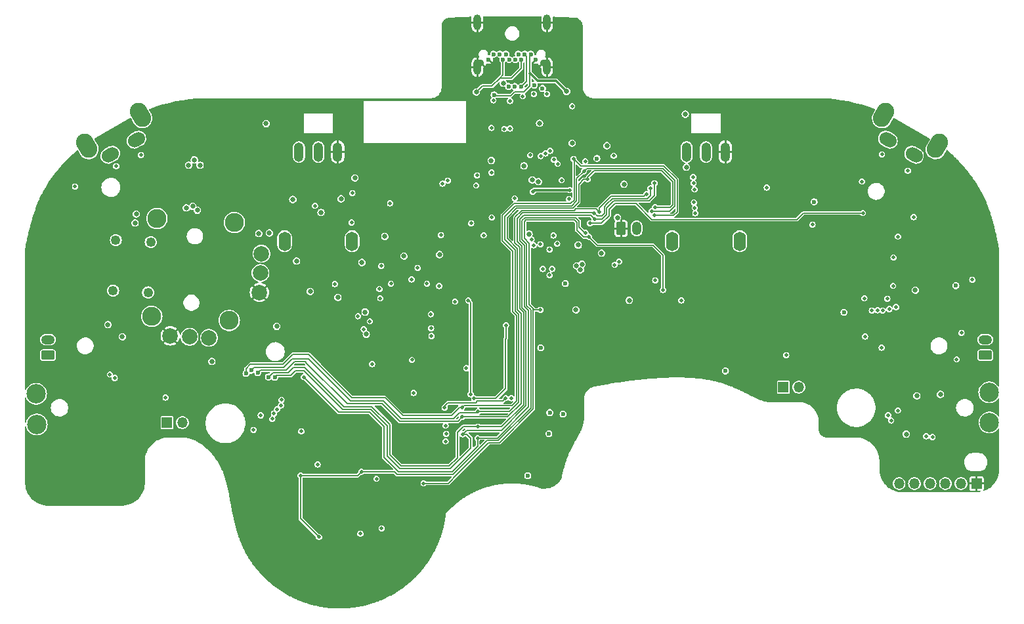
<source format=gbr>
%TF.GenerationSoftware,KiCad,Pcbnew,8.0.2*%
%TF.CreationDate,2024-07-05T17:46:32-07:00*%
%TF.ProjectId,UGC_Main,5547435f-4d61-4696-9e2e-6b696361645f,rev?*%
%TF.SameCoordinates,Original*%
%TF.FileFunction,Copper,L3,Inr*%
%TF.FilePolarity,Positive*%
%FSLAX46Y46*%
G04 Gerber Fmt 4.6, Leading zero omitted, Abs format (unit mm)*
G04 Created by KiCad (PCBNEW 8.0.2) date 2024-07-05 17:46:32*
%MOMM*%
%LPD*%
G01*
G04 APERTURE LIST*
G04 Aperture macros list*
%AMRoundRect*
0 Rectangle with rounded corners*
0 $1 Rounding radius*
0 $2 $3 $4 $5 $6 $7 $8 $9 X,Y pos of 4 corners*
0 Add a 4 corners polygon primitive as box body*
4,1,4,$2,$3,$4,$5,$6,$7,$8,$9,$2,$3,0*
0 Add four circle primitives for the rounded corners*
1,1,$1+$1,$2,$3*
1,1,$1+$1,$4,$5*
1,1,$1+$1,$6,$7*
1,1,$1+$1,$8,$9*
0 Add four rect primitives between the rounded corners*
20,1,$1+$1,$2,$3,$4,$5,0*
20,1,$1+$1,$4,$5,$6,$7,0*
20,1,$1+$1,$6,$7,$8,$9,0*
20,1,$1+$1,$8,$9,$2,$3,0*%
%AMHorizOval*
0 Thick line with rounded ends*
0 $1 width*
0 $2 $3 position (X,Y) of the first rounded end (center of the circle)*
0 $4 $5 position (X,Y) of the second rounded end (center of the circle)*
0 Add line between two ends*
20,1,$1,$2,$3,$4,$5,0*
0 Add two circle primitives to create the rounded ends*
1,1,$1,$2,$3*
1,1,$1,$4,$5*%
G04 Aperture macros list end*
%TA.AperFunction,ComponentPad*%
%ADD10O,1.750000X1.200000*%
%TD*%
%TA.AperFunction,ComponentPad*%
%ADD11RoundRect,0.250000X0.625000X-0.350000X0.625000X0.350000X-0.625000X0.350000X-0.625000X-0.350000X0*%
%TD*%
%TA.AperFunction,ComponentPad*%
%ADD12R,1.350000X1.350000*%
%TD*%
%TA.AperFunction,ComponentPad*%
%ADD13O,1.350000X1.350000*%
%TD*%
%TA.AperFunction,ComponentPad*%
%ADD14C,2.450000*%
%TD*%
%TA.AperFunction,ComponentPad*%
%ADD15C,1.250000*%
%TD*%
%TA.AperFunction,ComponentPad*%
%ADD16C,2.000000*%
%TD*%
%TA.AperFunction,ComponentPad*%
%ADD17HorizOval,2.250000X-0.250000X0.433013X0.250000X-0.433013X0*%
%TD*%
%TA.AperFunction,ComponentPad*%
%ADD18HorizOval,1.700000X0.259808X0.150000X-0.259808X-0.150000X0*%
%TD*%
%TA.AperFunction,ComponentPad*%
%ADD19HorizOval,2.250000X-0.250000X-0.433013X0.250000X0.433013X0*%
%TD*%
%TA.AperFunction,ComponentPad*%
%ADD20HorizOval,1.700000X0.259808X-0.150000X-0.259808X0.150000X0*%
%TD*%
%TA.AperFunction,ComponentPad*%
%ADD21O,1.250000X2.500000*%
%TD*%
%TA.AperFunction,HeatsinkPad*%
%ADD22O,1.600000X2.500000*%
%TD*%
%TA.AperFunction,ComponentPad*%
%ADD23RoundRect,0.250000X-0.350000X-0.625000X0.350000X-0.625000X0.350000X0.625000X-0.350000X0.625000X0*%
%TD*%
%TA.AperFunction,ComponentPad*%
%ADD24O,1.200000X1.750000*%
%TD*%
%TA.AperFunction,ComponentPad*%
%ADD25C,0.600000*%
%TD*%
%TA.AperFunction,ComponentPad*%
%ADD26O,1.000000X2.000000*%
%TD*%
%TA.AperFunction,ComponentPad*%
%ADD27C,0.900000*%
%TD*%
%TA.AperFunction,ViaPad*%
%ADD28C,0.600000*%
%TD*%
%TA.AperFunction,ViaPad*%
%ADD29C,0.500000*%
%TD*%
%TA.AperFunction,ViaPad*%
%ADD30C,0.650000*%
%TD*%
%TA.AperFunction,ViaPad*%
%ADD31C,2.500000*%
%TD*%
%TA.AperFunction,Conductor*%
%ADD32C,0.300000*%
%TD*%
%TA.AperFunction,Conductor*%
%ADD33C,0.200000*%
%TD*%
%TA.AperFunction,Conductor*%
%ADD34C,0.150000*%
%TD*%
G04 APERTURE END LIST*
D10*
%TO.N,Net-(D5C-A)*%
%TO.C,J7*%
X279501600Y-125635000D03*
D11*
%TO.N,G*%
X279501600Y-127635000D03*
%TD*%
%TO.N,H*%
%TO.C,J6*%
X158623000Y-127635000D03*
D10*
%TO.N,Net-(D11C-A)*%
X158623000Y-125635000D03*
%TD*%
D12*
%TO.N,Net-(D4A-A)*%
%TO.C,J8*%
X253457200Y-131775200D03*
D13*
%TO.N,G*%
X255457200Y-131775200D03*
%TD*%
D14*
%TO.N,*%
%TO.C,SW6*%
X172671539Y-110006388D03*
X172009489Y-122639052D03*
X182657835Y-110529748D03*
X181995785Y-123162412D03*
D15*
%TO.N,H*%
X171861497Y-113043156D03*
X171521313Y-119534248D03*
%TO.N,LS_BTN_IN*%
X167367664Y-112807644D03*
X167027480Y-119298736D03*
D16*
%TO.N,GND*%
X174381765Y-125141637D03*
%TO.N,Net-(SW6-X_OUT)*%
X176878339Y-125272477D03*
%TO.N,+3V3*%
X179374913Y-125403317D03*
%TO.N,GND*%
X185890899Y-119536297D03*
%TO.N,Net-(SW6-Y_OUT)*%
X186021739Y-117039723D03*
%TO.N,+3V3*%
X186152579Y-114543149D03*
%TD*%
D17*
%TO.N,*%
%TO.C,SW7*%
X163618112Y-100644336D03*
X170546316Y-96644336D03*
D18*
%TO.N,H*%
X166643465Y-101784400D03*
%TO.N,Net-(D11A-A)*%
X170020963Y-99834400D03*
%TD*%
D19*
%TO.N,*%
%TO.C,SW8*%
X266420998Y-96644336D03*
X273349202Y-100644336D03*
D20*
%TO.N,G*%
X266946351Y-99834400D03*
%TO.N,Net-(D5B-A)*%
X270323849Y-101784400D03*
%TD*%
D12*
%TO.N,GND*%
%TO.C,J4*%
X278380200Y-144195800D03*
D13*
%TO.N,RS_B_IN*%
X276380200Y-144195800D03*
%TO.N,RS_B_OUT*%
X274380200Y-144195800D03*
%TO.N,RY*%
X272380200Y-144195800D03*
%TO.N,RX*%
X270380200Y-144195800D03*
%TO.N,+3V3*%
X268380200Y-144195800D03*
%TD*%
D12*
%TO.N,LS_BTN_IN*%
%TO.C,J9*%
X173955200Y-136347200D03*
D13*
%TO.N,H*%
X175955200Y-136347200D03*
%TD*%
D21*
%TO.N,+3V3*%
%TO.C,RV2*%
X243483657Y-101434400D03*
%TO.N,ZR_ANALOG*%
X240983657Y-101434400D03*
%TO.N,GND*%
X245983657Y-101434400D03*
D22*
%TO.N,N/C*%
X247833657Y-112934400D03*
X239133657Y-112934400D03*
%TD*%
D23*
%TO.N,GND*%
%TO.C,B1*%
X232547596Y-111285471D03*
D24*
%TO.N,BATTERY_POS*%
X234547596Y-111285471D03*
%TD*%
D25*
%TO.N,GND*%
%TO.C,J5*%
X221533635Y-89504400D03*
%TO.N,+3V3_PRE*%
X220883635Y-88804400D03*
%TO.N,N_CLOCK*%
X220083635Y-88804400D03*
%TO.N,+5V_PRE*%
X219683635Y-89504400D03*
%TO.N,CC2*%
X219283635Y-88804400D03*
%TO.N,D+*%
X218883635Y-89504400D03*
%TO.N,D-*%
X218083635Y-89504400D03*
%TO.N,unconnected-(J5-SBU2-PadB8)*%
X217683635Y-88804400D03*
%TO.N,+5V_PRE*%
X217283635Y-89504400D03*
%TO.N,N_LATCH*%
X216883635Y-88804400D03*
%TO.N,N_DATA*%
X216083635Y-88804400D03*
%TO.N,GND*%
X215433635Y-89504400D03*
D26*
X213983635Y-84704400D03*
D27*
X214433635Y-89904400D03*
D26*
X213983635Y-90454400D03*
X222983635Y-84704400D03*
D27*
X222533635Y-89904400D03*
D26*
X222983635Y-90454400D03*
%TD*%
D21*
%TO.N,+3V3*%
%TO.C,RV1*%
X193483657Y-101434400D03*
%TO.N,ZL_ANALOG*%
X190983657Y-101434400D03*
%TO.N,GND*%
X195983657Y-101434400D03*
D22*
%TO.N,N/C*%
X197833657Y-112934400D03*
X189133657Y-112934400D03*
%TD*%
D28*
%TO.N,GND*%
X276275800Y-130835400D03*
X161645600Y-132232400D03*
X159893000Y-131622800D03*
X215140000Y-94050000D03*
D29*
X256583498Y-120742670D03*
X259538908Y-107500400D03*
X214275000Y-110775000D03*
D30*
X218465400Y-100533200D03*
D29*
X260574341Y-107435686D03*
D28*
X218960000Y-94270000D03*
D29*
X207441800Y-119888000D03*
X223545400Y-107416600D03*
X205371744Y-121819656D03*
X214800000Y-110400000D03*
D30*
X229504526Y-118967615D03*
D29*
X208915000Y-109296200D03*
X201930000Y-108483400D03*
X267309600Y-137566400D03*
X218328641Y-112035674D03*
X259797767Y-106529682D03*
X228449022Y-116721319D03*
D30*
X275361400Y-142392400D03*
D29*
X209194400Y-115849400D03*
X208000600Y-123342400D03*
D30*
X227748754Y-118990566D03*
X217830400Y-99923600D03*
D29*
X230632000Y-119405400D03*
X253022161Y-106650220D03*
D30*
%TO.N,LX*%
X196011800Y-120192800D03*
X179755800Y-128447800D03*
%TO.N,LY*%
X190677800Y-115493800D03*
X192430400Y-119430800D03*
D29*
%TO.N,Net-(D4A-A)*%
X266141200Y-126669800D03*
X242112800Y-109321600D03*
X266877800Y-120345200D03*
X267131800Y-121691400D03*
X268249400Y-112344200D03*
X253847600Y-127635000D03*
%TO.N,+1V1*%
X227914200Y-102641400D03*
X225882200Y-106324400D03*
X221132400Y-106553000D03*
D30*
%TO.N,BAT_LVL*%
X232912012Y-105582285D03*
D29*
X202742800Y-108051600D03*
D30*
%TO.N,VBUS_SYS*%
X232054400Y-109880400D03*
X230708200Y-100609400D03*
X233578400Y-120548400D03*
D29*
%TO.N,USB_EN*%
X223399733Y-101264779D03*
X218211400Y-94843600D03*
D28*
%TO.N,BTN_PWR*%
X223215200Y-137769600D03*
X223343093Y-135037482D03*
D29*
X236931200Y-117983000D03*
X223298445Y-117321090D03*
D28*
%TO.N,D+*%
X218020000Y-92960000D03*
%TO.N,D-*%
X218813581Y-92957751D03*
D30*
%TO.N,SL_RGB*%
X185801000Y-111937800D03*
X190195200Y-107543600D03*
%TO.N,Net-(L2-DOUT)*%
X166344600Y-123698000D03*
X170002200Y-109423200D03*
D29*
%TO.N,LRA_HI*%
X222427800Y-116509800D03*
X223647000Y-116509800D03*
%TO.N,ESP_RTS*%
X200406000Y-128778000D03*
X198602600Y-122605800D03*
%TO.N,ESP_EN*%
X209296000Y-112141000D03*
X197866000Y-106730800D03*
X197764400Y-110515400D03*
X222148400Y-101955600D03*
%TO.N,ESP_DTR*%
X208000600Y-122351800D03*
X205790800Y-132511800D03*
X205562200Y-128244600D03*
D28*
%TO.N,N_LATCH*%
X221334118Y-92802481D03*
%TO.N,N_DATA*%
X222395124Y-93216533D03*
%TO.N,N_CLOCK*%
X219660000Y-92980000D03*
%TO.N,RP_RUN*%
X225348800Y-118389400D03*
X229412800Y-102260400D03*
D29*
X218372572Y-133193850D03*
%TO.N,I2C_SCL*%
X223875600Y-102412800D03*
X215814621Y-104075862D03*
X231701147Y-115982447D03*
%TO.N,I2C_SDA*%
X232284636Y-115562671D03*
X213952178Y-104428552D03*
X224358200Y-102946200D03*
%TO.N,USB_BOOT*%
X214807800Y-112166400D03*
X211124800Y-120726200D03*
D28*
X225040000Y-135250000D03*
D29*
%TO.N,RGB_OUT*%
X220803144Y-101833002D03*
X193040000Y-108356400D03*
%TO.N,SHARED_PU*%
X226212400Y-95504000D03*
X222961200Y-93929200D03*
X221284800Y-93929200D03*
X219860000Y-94230000D03*
%TO.N,USB_SEL*%
X222758000Y-101600000D03*
X216052400Y-94742000D03*
%TO.N,ESP_RX0*%
X209499200Y-105511600D03*
X200124189Y-123260685D03*
%TO.N,ESP_TX0*%
X210185000Y-105105200D03*
X199342763Y-124279937D03*
%TO.N,LADC_CS*%
X221259400Y-113461800D03*
X195630800Y-118465600D03*
%TO.N,SPI_TX*%
X202844400Y-118414800D03*
X207492600Y-118414800D03*
X265607800Y-121843800D03*
X201472800Y-120294400D03*
X224282000Y-113258600D03*
X267360400Y-136067800D03*
%TO.N,SPI_RX*%
X266979400Y-135407400D03*
X209067400Y-118719600D03*
X223314292Y-114001645D03*
X264871200Y-121869200D03*
%TO.N,SPI_CK*%
X223824800Y-112191800D03*
X205511400Y-117856000D03*
X266268200Y-121869200D03*
X268224000Y-134772400D03*
X201366000Y-119105800D03*
D30*
%TO.N,RADC_CS*%
X227004875Y-113428678D03*
X270484600Y-119253000D03*
X273735800Y-132689600D03*
D29*
%TO.N,IMU0_CS*%
X201599800Y-116128800D03*
X220980000Y-112725200D03*
D30*
%TO.N,ZL_ANALOG*%
X221081600Y-105029000D03*
X193827400Y-109220000D03*
%TO.N,ZR_ANALOG*%
X221871218Y-105252081D03*
X240944400Y-103378000D03*
D29*
%TO.N,UART_USB+*%
X217474800Y-98450400D03*
X208076800Y-125164600D03*
%TO.N,UART_USB-*%
X208026000Y-124164600D03*
X218186000Y-98399600D03*
D28*
%TO.N,E*%
X187867610Y-130476935D03*
D29*
X212115400Y-137845800D03*
X236321600Y-106121200D03*
X229055724Y-109296201D03*
%TO.N,D*%
X229717600Y-109169200D03*
X235813600Y-106832400D03*
D28*
X187045600Y-130454400D03*
D29*
X214045800Y-136855200D03*
D30*
%TO.N,+5V_PRE*%
X213868000Y-93675200D03*
D28*
%TO.N,+3V3_PRE*%
X216165246Y-94049711D03*
D30*
X225500000Y-93610000D03*
D29*
%TO.N,IMU1_CS*%
X222130112Y-113321680D03*
X206280400Y-116382800D03*
%TO.N,Net-(D4B-A)*%
X257225800Y-110794800D03*
X242036600Y-108610400D03*
%TO.N,C*%
X228200164Y-104966757D03*
X212039200Y-135610600D03*
D28*
X185674000Y-129895600D03*
D29*
X236920856Y-108544138D03*
%TO.N,Net-(D4C-A)*%
X241935000Y-107924600D03*
X270256000Y-109829600D03*
D30*
%TO.N,VBUS*%
X230004090Y-114479819D03*
X215783138Y-102514294D03*
%TO.N,CC1*%
X217350000Y-92530000D03*
D29*
%TO.N,Net-(D5B-A)*%
X269519400Y-103835200D03*
X241884200Y-105435400D03*
X263601200Y-105232200D03*
%TO.N,Net-(D5A-A)*%
X242011200Y-106248200D03*
X251333000Y-106019600D03*
%TO.N,A*%
X226415600Y-102311200D03*
X236853904Y-109619539D03*
X212013800Y-134391400D03*
D28*
X184150000Y-129997200D03*
%TO.N,B*%
X184810400Y-129590800D03*
D29*
X236474058Y-109051928D03*
X214096600Y-134899400D03*
X227736400Y-103886000D03*
D28*
%TO.N,+3V3*%
X245999000Y-129667000D03*
X222173800Y-126695200D03*
D30*
X209118200Y-114655600D03*
X227279200Y-116611400D03*
D28*
X257429000Y-107848400D03*
D30*
X226796600Y-116128800D03*
X269316200Y-137820400D03*
X177292000Y-108432600D03*
D29*
X215846705Y-109870895D03*
D30*
X168198800Y-125272800D03*
X177495200Y-102438200D03*
X220658568Y-111998972D03*
X188112400Y-123926600D03*
X227500000Y-115900000D03*
X198196200Y-104775000D03*
X186740800Y-97764600D03*
D29*
X215798400Y-98298000D03*
D30*
X199669400Y-124942600D03*
X196418200Y-107467400D03*
D29*
X213842600Y-105740200D03*
X231586200Y-101911955D03*
D28*
X275717000Y-118668800D03*
D30*
X169849800Y-110583609D03*
X240817400Y-96545400D03*
X199517000Y-122072400D03*
D28*
X220497400Y-143205200D03*
D30*
X176453800Y-108635800D03*
D29*
X225806000Y-107492800D03*
D28*
X261289800Y-122097800D03*
D29*
X213200000Y-110625000D03*
D30*
X220005282Y-103213573D03*
X176758600Y-103124000D03*
X199097900Y-115684300D03*
X187172600Y-111861600D03*
X178231800Y-103124000D03*
X222021400Y-97713800D03*
X226212400Y-100279200D03*
X270687800Y-132892800D03*
X202057000Y-112318800D03*
D29*
X224866200Y-105054400D03*
D30*
X177876200Y-108940600D03*
D29*
X218821000Y-107416600D03*
D30*
X204520800Y-114858800D03*
X226718285Y-121785989D03*
D29*
%TO.N,F*%
X191592200Y-130454400D03*
X214020400Y-138328400D03*
X236837529Y-105442522D03*
X229108000Y-110083600D03*
%TO.N,RS_B_OUT*%
X271881600Y-138099800D03*
%TO.N,Net-(D5C-A)*%
X241833400Y-104673400D03*
D31*
X280019287Y-132421742D03*
D29*
X275818600Y-128168400D03*
%TO.N,Net-(D8C-A)*%
X191287400Y-137464800D03*
X187756800Y-135178800D03*
%TO.N,Net-(D8B-A)*%
X187553600Y-135864600D03*
X198907400Y-150672800D03*
%TO.N,Net-(D8A-A)*%
X186053283Y-135403083D03*
X193395600Y-141732000D03*
%TO.N,RS_B_IN*%
X272694400Y-138201400D03*
%TO.N,Net-(D11A-A)*%
X188171967Y-134603702D03*
X162102800Y-105867200D03*
X170611800Y-101803200D03*
%TO.N,Net-(D11C-A)*%
X188724384Y-133414380D03*
X167233600Y-130581400D03*
%TO.N,Net-(D12C-A)*%
X209770157Y-134423074D03*
X217652600Y-133172200D03*
%TO.N,Net-(D12A-A)*%
X213588600Y-133223000D03*
X217678000Y-123799600D03*
%TO.N,Net-(D12B-A)*%
X213131400Y-132689600D03*
X212826600Y-120573800D03*
%TO.N,Net-(D13C-A)*%
X240284000Y-120573800D03*
X209905600Y-138760200D03*
%TO.N,Net-(D13A-A)*%
X212572600Y-129311400D03*
X209905600Y-136728200D03*
%TO.N,Net-(D13B-A)*%
X209981800Y-137795000D03*
X200990200Y-143586200D03*
%TO.N,H*%
X191185800Y-143179800D03*
X227931351Y-111850544D03*
X193573400Y-151104600D03*
X167411400Y-103251000D03*
X199034400Y-142671800D03*
X185115200Y-137287000D03*
X166598600Y-130124200D03*
%TO.N,G*%
X263728200Y-109296200D03*
X267614400Y-118694200D03*
D31*
X280045567Y-136320038D03*
D29*
X267995400Y-121437400D03*
X276453600Y-124764800D03*
X264007600Y-125222000D03*
X277825200Y-117906800D03*
X267665200Y-115036600D03*
X228535538Y-110624007D03*
X263906000Y-120294400D03*
X266179300Y-101714300D03*
%TO.N,I*%
X207060800Y-144170400D03*
X228396800Y-112369600D03*
X222118121Y-121793838D03*
X201650600Y-149987000D03*
X237947200Y-119227600D03*
%TO.N,LS_BTN_IN*%
X173786800Y-133096000D03*
X188672392Y-134129273D03*
D31*
%TO.N,H*%
X157158100Y-136565400D03*
%TO.N,Net-(D11C-A)*%
X157081900Y-132628400D03*
%TD*%
D32*
%TO.N,+1V1*%
X221132400Y-106553000D02*
X221361000Y-106324400D01*
X221361000Y-106324400D02*
X225882200Y-106324400D01*
D33*
%TO.N,N_CLOCK*%
X220340000Y-92300000D02*
X220340000Y-89060765D01*
X219660000Y-92980000D02*
X220340000Y-92300000D01*
X220340000Y-89060765D02*
X220083635Y-88804400D01*
D34*
%TO.N,E*%
X230378000Y-109321600D02*
X230378000Y-108864400D01*
D33*
X202336400Y-140614400D02*
X202336400Y-136741226D01*
X202336400Y-136741226D02*
X200220774Y-134625600D01*
X189890400Y-130251200D02*
X188093345Y-130251200D01*
D34*
X230225600Y-109474000D02*
X230378000Y-109321600D01*
D33*
X213156800Y-139649200D02*
X210515200Y-142290800D01*
D34*
X219130116Y-109970148D02*
X219834264Y-109266000D01*
D33*
X212623400Y-137845800D02*
X213156800Y-138379200D01*
X196601600Y-134625600D02*
X191617600Y-129641600D01*
D34*
X230682800Y-108153200D02*
X231394000Y-107442000D01*
X230022400Y-109677200D02*
X230225600Y-109474000D01*
X230378000Y-108458000D02*
X230682800Y-108153200D01*
X219760800Y-121495736D02*
X219760800Y-113588800D01*
D33*
X188093345Y-130251200D02*
X187867610Y-130476935D01*
D34*
X236321600Y-107035600D02*
X236321600Y-106121200D01*
X212115400Y-137845800D02*
X212598000Y-137363200D01*
X219130116Y-112958116D02*
X219130116Y-109970148D01*
X231952800Y-107442000D02*
X235915200Y-107442000D01*
D33*
X191617600Y-129641600D02*
X190500000Y-129641600D01*
D34*
X235915200Y-107442000D02*
X236321600Y-107035600D01*
X229463600Y-109677200D02*
X230022400Y-109677200D01*
X219834264Y-109266000D02*
X229025523Y-109266000D01*
D33*
X213156800Y-138379200D02*
X213156800Y-139649200D01*
D34*
X229082601Y-109296201D02*
X229463600Y-109677200D01*
X220268800Y-134162800D02*
X220268800Y-122003736D01*
X230378000Y-108864400D02*
X230378000Y-108458000D01*
D33*
X200220774Y-134625600D02*
X196601600Y-134625600D01*
D34*
X229055724Y-109296201D02*
X229082601Y-109296201D01*
X220268800Y-122003736D02*
X219760800Y-121495736D01*
X231394000Y-107442000D02*
X231952800Y-107442000D01*
D33*
X210515200Y-142290800D02*
X204012800Y-142290800D01*
X204012800Y-142290800D02*
X202336400Y-140614400D01*
D34*
X229025523Y-109266000D02*
X229055724Y-109296201D01*
X217068400Y-137363200D02*
X220268800Y-134162800D01*
X212598000Y-137363200D02*
X217068400Y-137363200D01*
X219760800Y-113588800D02*
X219130116Y-112958116D01*
D33*
X190500000Y-129641600D02*
X189890400Y-130251200D01*
X212115400Y-137845800D02*
X212623400Y-137845800D01*
D34*
%TO.N,D*%
X219964000Y-122123200D02*
X219964000Y-134010400D01*
X226669600Y-108762800D02*
X226466400Y-108966000D01*
D33*
X212191600Y-136855200D02*
X211404200Y-137642600D01*
D34*
X219456000Y-113741200D02*
X219456000Y-121615200D01*
X226466400Y-108966000D02*
X219710000Y-108966000D01*
D33*
X202692000Y-140462000D02*
X202692000Y-136575800D01*
D34*
X219456000Y-121615200D02*
X219964000Y-122123200D01*
D33*
X211404200Y-140868400D02*
X210331800Y-141940800D01*
X191719200Y-129235200D02*
X190246000Y-129235200D01*
X214045800Y-136855200D02*
X212191600Y-136855200D01*
D34*
X229717600Y-109169200D02*
X229311200Y-108762800D01*
X229311200Y-108762800D02*
X226669600Y-108762800D01*
D33*
X196748400Y-134264400D02*
X191719200Y-129235200D01*
D34*
X219710000Y-108966000D02*
X218824518Y-109851482D01*
X231902000Y-107137200D02*
X235508800Y-107137200D01*
X217119200Y-136855200D02*
X214045800Y-136855200D01*
D33*
X200380600Y-134264400D02*
X196748400Y-134264400D01*
X211404200Y-137642600D02*
X211404200Y-140868400D01*
X210331800Y-141940800D02*
X204170800Y-141940800D01*
D34*
X231241600Y-107137200D02*
X231902000Y-107137200D01*
X219964000Y-134010400D02*
X217119200Y-136855200D01*
X229920800Y-108458000D02*
X231241600Y-107137200D01*
D33*
X187604400Y-129895600D02*
X187045600Y-130454400D01*
X204170800Y-141940800D02*
X202692000Y-140462000D01*
X202692000Y-136575800D02*
X200380600Y-134264400D01*
X189585600Y-129895600D02*
X187604400Y-129895600D01*
D34*
X229717600Y-108661200D02*
X229920800Y-108458000D01*
X218824518Y-109851482D02*
X218824518Y-113109718D01*
X235508800Y-107137200D02*
X235813600Y-106832400D01*
X229717600Y-109169200D02*
X229717600Y-108661200D01*
D33*
X190246000Y-129235200D02*
X189585600Y-129895600D01*
D34*
X218824518Y-113109718D02*
X219456000Y-113741200D01*
D33*
%TO.N,+5V_PRE*%
X219683635Y-90576365D02*
X218390000Y-91870000D01*
X217283635Y-89504400D02*
X217283635Y-91486365D01*
X215850000Y-92920000D02*
X214623200Y-92920000D01*
X214623200Y-92920000D02*
X213868000Y-93675200D01*
X216900000Y-91870000D02*
X215850000Y-92920000D01*
X218390000Y-91870000D02*
X216900000Y-91870000D01*
X219683635Y-89504400D02*
X219683635Y-90576365D01*
X217283635Y-91486365D02*
X216900000Y-91870000D01*
%TO.N,+3V3_PRE*%
X218260000Y-94150000D02*
X218780000Y-93630000D01*
X216165246Y-94049711D02*
X216265535Y-94150000D01*
X220870000Y-88810000D02*
X220878035Y-88810000D01*
X220740000Y-92920000D02*
X220740000Y-88948035D01*
X220878035Y-88810000D02*
X220883635Y-88804400D01*
D32*
X224120000Y-92230000D02*
X225500000Y-93610000D01*
D33*
X216265535Y-94150000D02*
X218260000Y-94150000D01*
X220740000Y-88948035D02*
X220878035Y-88810000D01*
D32*
X220790187Y-91276657D02*
X220822567Y-91276657D01*
X220822567Y-91276657D02*
X221775910Y-92230000D01*
X221775910Y-92230000D02*
X224120000Y-92230000D01*
D33*
X220030000Y-93630000D02*
X220740000Y-92920000D01*
X218780000Y-93630000D02*
X220030000Y-93630000D01*
D34*
%TO.N,C*%
X219659200Y-122290672D02*
X219151200Y-121782672D01*
X219049600Y-108661200D02*
X226314000Y-108661200D01*
D33*
X191973200Y-128676400D02*
X191770000Y-128473200D01*
D34*
X217906600Y-135610600D02*
X219659200Y-133858000D01*
X229057200Y-103835200D02*
X237744000Y-103835200D01*
X238877062Y-108544138D02*
X236920856Y-108544138D01*
X226314000Y-108661200D02*
X227076000Y-107899200D01*
X239166400Y-108254800D02*
X238877062Y-108544138D01*
X239166400Y-105257600D02*
X239166400Y-108254800D01*
X217830400Y-109880400D02*
X219049600Y-108661200D01*
X219151200Y-121782672D02*
X219151200Y-113893600D01*
D33*
X203987400Y-136169400D02*
X211480400Y-136169400D01*
D34*
X217830400Y-112572800D02*
X217830400Y-109880400D01*
X237744000Y-103835200D02*
X239166400Y-105257600D01*
D33*
X189331600Y-129540000D02*
X188468000Y-129540000D01*
X186029600Y-129540000D02*
X185674000Y-129895600D01*
X191973200Y-128676400D02*
X197180200Y-133883400D01*
X197180200Y-133883400D02*
X201701400Y-133883400D01*
D34*
X219151200Y-113893600D02*
X217830400Y-112572800D01*
D33*
X188468000Y-129540000D02*
X186029600Y-129540000D01*
D34*
X227076000Y-105562400D02*
X227671643Y-104966757D01*
D33*
X201701400Y-133883400D02*
X203987400Y-136169400D01*
D34*
X219659200Y-133858000D02*
X219659200Y-122290672D01*
X212039200Y-135610600D02*
X217906600Y-135610600D01*
X228200164Y-104692236D02*
X229057200Y-103835200D01*
D33*
X190398400Y-128473200D02*
X189331600Y-129540000D01*
D34*
X227076000Y-107899200D02*
X227076000Y-105562400D01*
X228200164Y-104966757D02*
X228200164Y-104692236D01*
D33*
X191770000Y-128473200D02*
X190398400Y-128473200D01*
X211480400Y-136169400D02*
X212039200Y-135610600D01*
D34*
X227671643Y-104966757D02*
X228200164Y-104966757D01*
%TO.N,A*%
X218440000Y-134162800D02*
X219049600Y-133553200D01*
D33*
X212013800Y-134391400D02*
X211658200Y-134391400D01*
D34*
X212013800Y-134391400D02*
X212242400Y-134162800D01*
X217220800Y-112877600D02*
X217220800Y-109575600D01*
X239776000Y-109118400D02*
X239274861Y-109619539D01*
X218744800Y-108051600D02*
X226009200Y-108051600D01*
D33*
X211658200Y-134391400D02*
X210642200Y-135407400D01*
D34*
X219049600Y-133553200D02*
X219049600Y-122529600D01*
D33*
X197815200Y-133121400D02*
X192252600Y-127558800D01*
D34*
X218541600Y-122021600D02*
X218541600Y-114198400D01*
X238048800Y-103225600D02*
X239776000Y-104952800D01*
D33*
X188874400Y-128828800D02*
X184708800Y-128828800D01*
X210642200Y-135407400D02*
X204368400Y-135407400D01*
D34*
X212242400Y-134162800D02*
X218440000Y-134162800D01*
X217220800Y-109575600D02*
X218744800Y-108051600D01*
X239274861Y-109619539D02*
X236853904Y-109619539D01*
D33*
X184150000Y-129387600D02*
X184150000Y-129997200D01*
D34*
X226466400Y-102362000D02*
X226415600Y-102311200D01*
X227330000Y-103225600D02*
X238048800Y-103225600D01*
D33*
X192252600Y-127558800D02*
X190144400Y-127558800D01*
D34*
X226009200Y-108051600D02*
X226466400Y-107594400D01*
D33*
X204368400Y-135407400D02*
X202082400Y-133121400D01*
D34*
X226415600Y-102311200D02*
X227330000Y-103225600D01*
X219049600Y-122529600D02*
X218541600Y-122021600D01*
X226466400Y-107594400D02*
X226466400Y-102362000D01*
X218541600Y-114198400D02*
X217220800Y-112877600D01*
D33*
X202082400Y-133121400D02*
X197815200Y-133121400D01*
X190144400Y-127558800D02*
X188874400Y-128828800D01*
X184708800Y-128828800D02*
X184150000Y-129387600D01*
D34*
X239776000Y-104952800D02*
X239776000Y-109118400D01*
%TO.N,B*%
X217525600Y-109728000D02*
X217525600Y-112725200D01*
X217525600Y-112725200D02*
X218846400Y-114046000D01*
X218846400Y-121902136D02*
X219349600Y-122405336D01*
D33*
X189534800Y-128676400D02*
X189026800Y-129184400D01*
D34*
X226771200Y-104851200D02*
X226771200Y-107746800D01*
X238826472Y-109051928D02*
X236474058Y-109051928D01*
X218897200Y-108356400D02*
X217525600Y-109728000D01*
D33*
X213969600Y-135026400D02*
X211683600Y-135026400D01*
X188620400Y-129184400D02*
X185216800Y-129184400D01*
D34*
X227736400Y-103886000D02*
X226771200Y-104851200D01*
X219349600Y-122405336D02*
X219349600Y-133710400D01*
D33*
X189026800Y-129184400D02*
X188620400Y-129184400D01*
D34*
X227736400Y-103886000D02*
X228092000Y-103530400D01*
X226161600Y-108356400D02*
X218897200Y-108356400D01*
X226771200Y-107746800D02*
X226161600Y-108356400D01*
X218846400Y-114046000D02*
X218846400Y-121902136D01*
D33*
X211683600Y-135026400D02*
X210921600Y-135788400D01*
D34*
X237896400Y-103530400D02*
X239471200Y-105105200D01*
X219349600Y-133710400D02*
X218160600Y-134899400D01*
D33*
X192252600Y-128117600D02*
X191490600Y-128117600D01*
D34*
X218160600Y-134899400D02*
X214096600Y-134899400D01*
D33*
X185216800Y-129184400D02*
X184810400Y-129590800D01*
X210921600Y-135788400D02*
X204190600Y-135788400D01*
D34*
X228092000Y-103530400D02*
X237896400Y-103530400D01*
D33*
X197637400Y-133502400D02*
X192252600Y-128117600D01*
X201904600Y-133502400D02*
X197637400Y-133502400D01*
X214096600Y-134899400D02*
X213969600Y-135026400D01*
X191490600Y-128117600D02*
X190093600Y-128117600D01*
X190093600Y-128117600D02*
X189534800Y-128676400D01*
X204190600Y-135788400D02*
X201904600Y-133502400D01*
D34*
X239471200Y-108407200D02*
X238826472Y-109051928D01*
X239471200Y-105105200D02*
X239471200Y-108407200D01*
%TO.N,F*%
X220573600Y-121884272D02*
X220573600Y-134315200D01*
X219441481Y-110083047D02*
X219441481Y-112845217D01*
D33*
X201980800Y-136880600D02*
X201980800Y-140817600D01*
D34*
X220065600Y-113469336D02*
X220065600Y-121376272D01*
D33*
X191592200Y-130454400D02*
X196113400Y-134975600D01*
D34*
X228600000Y-109575600D02*
X219948928Y-109575600D01*
D33*
X203809600Y-142646400D02*
X210718400Y-142646400D01*
D34*
X216560400Y-138328400D02*
X214020400Y-138328400D01*
X230682800Y-108610400D02*
X231546400Y-107746800D01*
D33*
X200075800Y-134975600D02*
X201980800Y-136880600D01*
D34*
X219441481Y-112845217D02*
X220065600Y-113469336D01*
X236118400Y-107746800D02*
X236837529Y-107027671D01*
X231546400Y-107746800D02*
X236118400Y-107746800D01*
D33*
X214020400Y-139344400D02*
X214020400Y-138328400D01*
D34*
X220573600Y-134315200D02*
X216560400Y-138328400D01*
D33*
X201980800Y-140817600D02*
X203809600Y-142646400D01*
D34*
X230682800Y-109474000D02*
X230682800Y-108610400D01*
X219948928Y-109575600D02*
X219441481Y-110083047D01*
X230073200Y-110083600D02*
X230682800Y-109474000D01*
X229108000Y-110083600D02*
X230073200Y-110083600D01*
X229108000Y-110083600D02*
X228600000Y-109575600D01*
D33*
X196113400Y-134975600D02*
X200075800Y-134975600D01*
X210718400Y-142646400D02*
X214020400Y-139344400D01*
D34*
X220065600Y-121376272D02*
X220573600Y-121884272D01*
X236837529Y-107027671D02*
X236837529Y-105442522D01*
D33*
%TO.N,Net-(D12C-A)*%
X217246200Y-133578600D02*
X217652600Y-133172200D01*
X209770157Y-134196643D02*
X210185000Y-133781800D01*
X213995000Y-133578600D02*
X217246200Y-133578600D01*
X213791800Y-133781800D02*
X213995000Y-133578600D01*
X210185000Y-133781800D02*
X213791800Y-133781800D01*
X209770157Y-134423074D02*
X209770157Y-134196643D01*
%TO.N,Net-(D12A-A)*%
X217652600Y-131953000D02*
X216382600Y-133223000D01*
X217678000Y-125476000D02*
X217652600Y-125501400D01*
X217678000Y-123799600D02*
X217678000Y-125476000D01*
X216382600Y-133223000D02*
X213588600Y-133223000D01*
X217652600Y-125501400D02*
X217652600Y-131953000D01*
%TO.N,Net-(D12B-A)*%
X213131400Y-132689600D02*
X213131400Y-120878600D01*
X213131400Y-120878600D02*
X212826600Y-120573800D01*
%TO.N,H*%
X191185800Y-148717000D02*
X193573400Y-151104600D01*
X191185800Y-143179800D02*
X191185800Y-148717000D01*
D34*
X227126800Y-110337600D02*
X227126800Y-111099600D01*
X219752845Y-112717245D02*
X219752845Y-110243955D01*
D33*
X203276200Y-142671800D02*
X203454000Y-142849600D01*
X211277200Y-142595600D02*
X214172800Y-139700000D01*
D34*
X220878400Y-134467600D02*
X220878400Y-121760327D01*
X226669600Y-109880400D02*
X227126800Y-110337600D01*
X227126800Y-111099600D02*
X227877744Y-111850544D01*
X220116400Y-109880400D02*
X226669600Y-109880400D01*
X227877744Y-111850544D02*
X227931351Y-111850544D01*
X220365600Y-113330000D02*
X219752845Y-112717245D01*
X214172800Y-139700000D02*
X215239600Y-138633200D01*
X216712800Y-138633200D02*
X220878400Y-134467600D01*
X220365600Y-121247527D02*
X220365600Y-113330000D01*
D33*
X199034400Y-142671800D02*
X203276200Y-142671800D01*
X203454000Y-142849600D02*
X203606400Y-143002000D01*
X191185800Y-143179800D02*
X198526400Y-143179800D01*
X204571600Y-143002000D02*
X210870800Y-143002000D01*
X203606400Y-143002000D02*
X204571600Y-143002000D01*
D34*
X220878400Y-121760327D02*
X220365600Y-121247527D01*
X219752845Y-110243955D02*
X220116400Y-109880400D01*
X215239600Y-138633200D02*
X216712800Y-138633200D01*
D33*
X198526400Y-143179800D02*
X199034400Y-142671800D01*
X210870800Y-143002000D02*
X211277200Y-142595600D01*
D34*
%TO.N,G*%
X234442000Y-108051600D02*
X236524800Y-110134400D01*
X256057400Y-109296200D02*
X263728200Y-109296200D01*
X236524800Y-110134400D02*
X255219200Y-110134400D01*
X255219200Y-110134400D02*
X256057400Y-109296200D01*
X230987600Y-109626400D02*
X230987600Y-108813600D01*
X228535538Y-110624007D02*
X229989993Y-110624007D01*
X229989993Y-110624007D02*
X230987600Y-109626400D01*
X231749600Y-108051600D02*
X234442000Y-108051600D01*
X230987600Y-108813600D02*
X231749600Y-108051600D01*
%TO.N,I*%
X216824813Y-138945451D02*
X221179939Y-134590325D01*
X237947200Y-114757200D02*
X237947200Y-119227600D01*
X214122000Y-140258800D02*
X215435349Y-138945451D01*
X220273600Y-110180400D02*
X220065600Y-110388400D01*
X226822000Y-111506000D02*
X226822000Y-110490000D01*
D33*
X207060800Y-144170400D02*
X210210400Y-144170400D01*
D34*
X236626400Y-113436400D02*
X237439200Y-114249200D01*
X227685600Y-112369600D02*
X226822000Y-111506000D01*
X229463600Y-113436400D02*
X230936800Y-113436400D01*
X215435349Y-138945451D02*
X216824813Y-138945451D01*
X226512400Y-110180400D02*
X220273600Y-110180400D01*
D33*
X211429600Y-142951200D02*
X214122000Y-140258800D01*
D34*
X228396800Y-112369600D02*
X227685600Y-112369600D01*
X220065600Y-112572800D02*
X220675200Y-113182400D01*
X237439200Y-114249200D02*
X237947200Y-114757200D01*
X230936800Y-113436400D02*
X236626400Y-113436400D01*
X226822000Y-110490000D02*
X226512400Y-110180400D01*
X220065600Y-110388400D02*
X220065600Y-112572800D01*
X220675200Y-121132863D02*
X221336175Y-121793838D01*
X220675200Y-113182400D02*
X220675200Y-121132863D01*
X228396800Y-112369600D02*
X229463600Y-113436400D01*
D33*
X210210400Y-144170400D02*
X211429600Y-142951200D01*
D34*
X221336175Y-121793838D02*
X222118121Y-121793838D01*
X221179939Y-134590325D02*
X221179939Y-121637603D01*
%TD*%
%TA.AperFunction,Conductor*%
%TO.N,GND*%
G36*
X219344069Y-108908374D02*
G01*
X219365743Y-108960700D01*
X219344069Y-109013025D01*
X219007616Y-109349478D01*
X218696783Y-109660311D01*
X218633347Y-109723747D01*
X218633346Y-109723749D01*
X218624520Y-109745058D01*
X218599017Y-109806627D01*
X218599017Y-109904948D01*
X218599018Y-109904957D01*
X218599018Y-112843861D01*
X218577344Y-112896187D01*
X218525018Y-112917861D01*
X218472692Y-112896187D01*
X218077574Y-112501069D01*
X218055900Y-112448743D01*
X218055900Y-110004457D01*
X218077574Y-109952131D01*
X219121331Y-108908374D01*
X219173657Y-108886700D01*
X219291743Y-108886700D01*
X219344069Y-108908374D01*
G37*
%TD.AperFunction*%
%TA.AperFunction,Conductor*%
G36*
X218599342Y-83889145D02*
G01*
X218599367Y-83889156D01*
X218599368Y-83889146D01*
X218599434Y-83889146D01*
X218715114Y-83889210D01*
X218715140Y-83889222D01*
X218715141Y-83889211D01*
X218715255Y-83889211D01*
X218830943Y-83889321D01*
X218830971Y-83889333D01*
X218830972Y-83889322D01*
X218831138Y-83889322D01*
X218946826Y-83889480D01*
X218946854Y-83889492D01*
X218946855Y-83889481D01*
X218947075Y-83889481D01*
X219062756Y-83889688D01*
X219062785Y-83889701D01*
X219062786Y-83889689D01*
X219063065Y-83889689D01*
X219178730Y-83889946D01*
X219178761Y-83889960D01*
X219178762Y-83889947D01*
X219179105Y-83889947D01*
X219294745Y-83890258D01*
X219294776Y-83890272D01*
X219294777Y-83890259D01*
X219295188Y-83890260D01*
X219410793Y-83890623D01*
X219410827Y-83890638D01*
X219410828Y-83890624D01*
X219526909Y-83891046D01*
X219642981Y-83891525D01*
X219643016Y-83891540D01*
X219643017Y-83891526D01*
X219759108Y-83892064D01*
X219759145Y-83892080D01*
X219759146Y-83892065D01*
X219759903Y-83892068D01*
X219875256Y-83892665D01*
X219875295Y-83892682D01*
X219875296Y-83892666D01*
X219991417Y-83893329D01*
X219991456Y-83893346D01*
X219991457Y-83893330D01*
X220107629Y-83894059D01*
X220223762Y-83894853D01*
X220223804Y-83894871D01*
X220223805Y-83894854D01*
X220339938Y-83895717D01*
X220339981Y-83895735D01*
X220339982Y-83895718D01*
X220456155Y-83896652D01*
X220572274Y-83897656D01*
X220572319Y-83897675D01*
X220572320Y-83897657D01*
X220688473Y-83898736D01*
X220804562Y-83899890D01*
X220804608Y-83899910D01*
X220804609Y-83899891D01*
X220920724Y-83901122D01*
X221036764Y-83902432D01*
X221036813Y-83902453D01*
X221036814Y-83902433D01*
X221152874Y-83903824D01*
X221268900Y-83905297D01*
X221384833Y-83906853D01*
X221384887Y-83906876D01*
X221384888Y-83906854D01*
X221500834Y-83908497D01*
X221616732Y-83910227D01*
X221732579Y-83912047D01*
X221848311Y-83913956D01*
X221848369Y-83913981D01*
X221848370Y-83913957D01*
X221964102Y-83915961D01*
X221964103Y-83915961D01*
X222186700Y-83920092D01*
X222238615Y-83942733D01*
X222259314Y-83995452D01*
X222257905Y-84008515D01*
X222233635Y-84130531D01*
X222233635Y-84579400D01*
X222683635Y-84579400D01*
X222683635Y-84829400D01*
X222233635Y-84829400D01*
X222233635Y-85278268D01*
X222262455Y-85423160D01*
X222262457Y-85423167D01*
X222318992Y-85559654D01*
X222401071Y-85682496D01*
X222505538Y-85786963D01*
X222628380Y-85869042D01*
X222764867Y-85925577D01*
X222764874Y-85925579D01*
X222858634Y-85944229D01*
X222858635Y-85944228D01*
X222858635Y-85428642D01*
X222867839Y-85433956D01*
X222944139Y-85454400D01*
X223023131Y-85454400D01*
X223099431Y-85433956D01*
X223108635Y-85428642D01*
X223108635Y-85944229D01*
X223202395Y-85925579D01*
X223202402Y-85925577D01*
X223338889Y-85869042D01*
X223461731Y-85786963D01*
X223461733Y-85786962D01*
X223566197Y-85682498D01*
X223566198Y-85682496D01*
X223648277Y-85559654D01*
X223704812Y-85423167D01*
X223704814Y-85423160D01*
X223733635Y-85278268D01*
X223733635Y-84829400D01*
X223283635Y-84829400D01*
X223283635Y-84579400D01*
X223733635Y-84579400D01*
X223733635Y-84130532D01*
X223717610Y-84049970D01*
X223728659Y-83994421D01*
X223775751Y-83962955D01*
X223792613Y-83961573D01*
X223854912Y-83963623D01*
X223973331Y-83967652D01*
X223973368Y-83967653D01*
X223973415Y-83967655D01*
X223979099Y-83967854D01*
X224091641Y-83971812D01*
X224091724Y-83971851D01*
X224091726Y-83971816D01*
X224096854Y-83972002D01*
X224210012Y-83976114D01*
X224210096Y-83976153D01*
X224210098Y-83976118D01*
X224216457Y-83976356D01*
X224328359Y-83980555D01*
X224328445Y-83980595D01*
X224328447Y-83980559D01*
X224446769Y-83985141D01*
X224446768Y-83985142D01*
X224446824Y-83985143D01*
X224565065Y-83989868D01*
X224565064Y-83989869D01*
X224565117Y-83989870D01*
X224683332Y-83994740D01*
X224683331Y-83994741D01*
X224683380Y-83994742D01*
X224801476Y-83999755D01*
X224801567Y-83999797D01*
X224801569Y-83999759D01*
X224919681Y-84004924D01*
X224919774Y-84004967D01*
X224919776Y-84004929D01*
X225037856Y-84010246D01*
X225037950Y-84010290D01*
X225037952Y-84010251D01*
X225156094Y-84015726D01*
X225156093Y-84015727D01*
X225156152Y-84015728D01*
X225274203Y-84021358D01*
X225274202Y-84021359D01*
X225274256Y-84021360D01*
X225392276Y-84027148D01*
X225510211Y-84033092D01*
X225510310Y-84033139D01*
X225510313Y-84033098D01*
X225628312Y-84039211D01*
X225628311Y-84039213D01*
X225628394Y-84039215D01*
X225746115Y-84045479D01*
X225746269Y-84045553D01*
X225746273Y-84045488D01*
X225982074Y-84058545D01*
X225982073Y-84058548D01*
X225982198Y-84058552D01*
X226084290Y-84064412D01*
X226186099Y-84070373D01*
X226186183Y-84070414D01*
X226186186Y-84070379D01*
X226194361Y-84070867D01*
X226287685Y-84076443D01*
X226287770Y-84076485D01*
X226287773Y-84076449D01*
X226389058Y-84082623D01*
X226389057Y-84082625D01*
X226389125Y-84082627D01*
X226490050Y-84088904D01*
X226628919Y-84097749D01*
X226632991Y-84098122D01*
X226735749Y-84110440D01*
X226743709Y-84111840D01*
X226841193Y-84134544D01*
X226851068Y-84137585D01*
X227000169Y-84195195D01*
X227009530Y-84199587D01*
X227097160Y-84248458D01*
X227104007Y-84252784D01*
X227185566Y-84310792D01*
X227193556Y-84317362D01*
X227309711Y-84427349D01*
X227316544Y-84434766D01*
X227375061Y-84507683D01*
X227379489Y-84513818D01*
X227430265Y-84592344D01*
X227434970Y-84600783D01*
X227442770Y-84617209D01*
X227499015Y-84735660D01*
X227502583Y-84744648D01*
X227531396Y-84833817D01*
X227533351Y-84841126D01*
X227552865Y-84932568D01*
X227554261Y-84942129D01*
X227566283Y-85092866D01*
X227566517Y-85098749D01*
X227566517Y-92997205D01*
X227568701Y-93115056D01*
X227568702Y-93115073D01*
X227584764Y-93216485D01*
X227598262Y-93301713D01*
X227605583Y-93347933D01*
X227678433Y-93572148D01*
X227678435Y-93572152D01*
X227785467Y-93782215D01*
X227910639Y-93954500D01*
X227924045Y-93972951D01*
X228090754Y-94139659D01*
X228215099Y-94230000D01*
X228252602Y-94257248D01*
X228281489Y-94278235D01*
X228446599Y-94362361D01*
X228491555Y-94385267D01*
X228491560Y-94385269D01*
X228689181Y-94449478D01*
X228715777Y-94458120D01*
X228948636Y-94494999D01*
X228976372Y-94495514D01*
X229066504Y-94497189D01*
X229066517Y-94497189D01*
X257941451Y-94497189D01*
X257941853Y-94497189D01*
X258375436Y-94499550D01*
X258378218Y-94499618D01*
X259244747Y-94537347D01*
X259247879Y-94537552D01*
X260111774Y-94612924D01*
X260114908Y-94613267D01*
X260974644Y-94726139D01*
X260977814Y-94726625D01*
X261831852Y-94876793D01*
X261834974Y-94877413D01*
X262681631Y-95064581D01*
X262684747Y-95065341D01*
X263522475Y-95289166D01*
X263525524Y-95290052D01*
X264352773Y-95550121D01*
X264355781Y-95551140D01*
X265170885Y-95846931D01*
X265173821Y-95848069D01*
X265284763Y-95893883D01*
X265324851Y-95933886D01*
X265324913Y-95990523D01*
X265320601Y-95999278D01*
X265016191Y-96526531D01*
X264944243Y-96713962D01*
X264902500Y-96910345D01*
X264902500Y-96910347D01*
X264902500Y-96910348D01*
X264894613Y-97060857D01*
X264891993Y-97110844D01*
X264912978Y-97310506D01*
X264964941Y-97504439D01*
X264997898Y-97578460D01*
X265046601Y-97687847D01*
X265155947Y-97856225D01*
X265290287Y-98005425D01*
X265446313Y-98131773D01*
X265620183Y-98232157D01*
X265807616Y-98304105D01*
X266003997Y-98345847D01*
X266204491Y-98356354D01*
X266404158Y-98335368D01*
X266598086Y-98283406D01*
X266781496Y-98201746D01*
X266949874Y-98092400D01*
X267099074Y-97958060D01*
X267225422Y-97802034D01*
X267637558Y-97088192D01*
X267682489Y-97053716D01*
X267738203Y-97060857D01*
X267916769Y-97162330D01*
X267917055Y-97162493D01*
X272333702Y-99704021D01*
X272368244Y-99748904D01*
X272360932Y-99805067D01*
X272360879Y-99805159D01*
X271944395Y-100526531D01*
X271872447Y-100713962D01*
X271830704Y-100910345D01*
X271830704Y-100910347D01*
X271830704Y-100910348D01*
X271822775Y-101061659D01*
X271820197Y-101110844D01*
X271841182Y-101310506D01*
X271893145Y-101504439D01*
X271974801Y-101687839D01*
X271974805Y-101687847D01*
X272084151Y-101856225D01*
X272218491Y-102005425D01*
X272374517Y-102131773D01*
X272548387Y-102232157D01*
X272735820Y-102304105D01*
X272932201Y-102345847D01*
X273132695Y-102356354D01*
X273332362Y-102335368D01*
X273526290Y-102283406D01*
X273709700Y-102201746D01*
X273878078Y-102092400D01*
X274027278Y-101958060D01*
X274153626Y-101802034D01*
X274510151Y-101184512D01*
X274555083Y-101150036D01*
X274611236Y-101157428D01*
X274623386Y-101166194D01*
X274728659Y-101259728D01*
X274805266Y-101328653D01*
X274848848Y-101367865D01*
X274849194Y-101368178D01*
X274967474Y-101475956D01*
X274968707Y-101477079D01*
X274969046Y-101477389D01*
X275022046Y-101526308D01*
X275087968Y-101587152D01*
X275088305Y-101587465D01*
X275123500Y-101620374D01*
X275206609Y-101698083D01*
X275206962Y-101698415D01*
X275324754Y-101810010D01*
X275324921Y-101810170D01*
X275424433Y-101905708D01*
X275441988Y-101922562D01*
X275442306Y-101922869D01*
X275549475Y-102027153D01*
X275558660Y-102036090D01*
X275558973Y-102036397D01*
X275646733Y-102122966D01*
X275674515Y-102150371D01*
X275674878Y-102150731D01*
X275789741Y-102265612D01*
X275790106Y-102265980D01*
X275904020Y-102381519D01*
X275904388Y-102381894D01*
X276017672Y-102498437D01*
X276018042Y-102498821D01*
X276130388Y-102616077D01*
X276130692Y-102616397D01*
X276217047Y-102707856D01*
X276242139Y-102734430D01*
X276242463Y-102734776D01*
X276301695Y-102798446D01*
X276353027Y-102853625D01*
X276353405Y-102854034D01*
X276381719Y-102884932D01*
X276442509Y-102951272D01*
X276463024Y-102973659D01*
X276463379Y-102974050D01*
X276468016Y-102979188D01*
X276572031Y-103094453D01*
X276572413Y-103094880D01*
X276679948Y-103215917D01*
X276680333Y-103216353D01*
X276786950Y-103338275D01*
X276787338Y-103338722D01*
X276892916Y-103461420D01*
X276893276Y-103461842D01*
X276997727Y-103585241D01*
X276997979Y-103585542D01*
X277084160Y-103689073D01*
X277101367Y-103709744D01*
X277101741Y-103710198D01*
X277132523Y-103747813D01*
X277203845Y-103834967D01*
X277204242Y-103835456D01*
X277305237Y-103961034D01*
X277305624Y-103961520D01*
X277394134Y-104073543D01*
X277405283Y-104087653D01*
X277405662Y-104088136D01*
X277504096Y-104214992D01*
X277504699Y-104215780D01*
X277652727Y-104411942D01*
X277698066Y-104472023D01*
X277698643Y-104472799D01*
X277779719Y-104583211D01*
X277780064Y-104583684D01*
X277859443Y-104693596D01*
X277859783Y-104694072D01*
X277937078Y-104802900D01*
X277937386Y-104803336D01*
X278012985Y-104911577D01*
X278013234Y-104911938D01*
X278086909Y-105019218D01*
X278087236Y-105019697D01*
X278158996Y-105125965D01*
X278159319Y-105126448D01*
X278229354Y-105231937D01*
X278229643Y-105232375D01*
X278297987Y-105337083D01*
X278298234Y-105337465D01*
X278364864Y-105441305D01*
X278365171Y-105441787D01*
X278375650Y-105458399D01*
X278430029Y-105544606D01*
X278430256Y-105544970D01*
X278493466Y-105646908D01*
X278493763Y-105647389D01*
X278555421Y-105748542D01*
X278555711Y-105749024D01*
X278615745Y-105849218D01*
X278616030Y-105849697D01*
X278674443Y-105948872D01*
X278674722Y-105949349D01*
X278731710Y-106047779D01*
X278731982Y-106048253D01*
X278787447Y-106145706D01*
X278787714Y-106146179D01*
X278841751Y-106242762D01*
X278842010Y-106243229D01*
X278894640Y-106338912D01*
X278894892Y-106339375D01*
X278946061Y-106433994D01*
X278946308Y-106434454D01*
X278996273Y-106528423D01*
X278996512Y-106528876D01*
X279045057Y-106621720D01*
X279045289Y-106622167D01*
X279092631Y-106714230D01*
X279092805Y-106714572D01*
X279138930Y-106805764D01*
X279139061Y-106806026D01*
X279183936Y-106896213D01*
X279184247Y-106896846D01*
X279270485Y-107074384D01*
X279270875Y-107075200D01*
X279352553Y-107248716D01*
X279353075Y-107249849D01*
X279504568Y-107586282D01*
X279505032Y-107587334D01*
X279574311Y-107747801D01*
X279574594Y-107748466D01*
X279642611Y-107910341D01*
X279642886Y-107911004D01*
X279709722Y-108074491D01*
X279709987Y-108075149D01*
X279775583Y-108240097D01*
X279775839Y-108240749D01*
X279840379Y-108407622D01*
X279840624Y-108408264D01*
X279868244Y-108481701D01*
X279891727Y-108544138D01*
X279903985Y-108576728D01*
X279904221Y-108577364D01*
X279966615Y-108747981D01*
X279966839Y-108748604D01*
X280028167Y-108921079D01*
X280028382Y-108921692D01*
X280088752Y-109096315D01*
X280088957Y-109096914D01*
X280148495Y-109274022D01*
X280148689Y-109274609D01*
X280207304Y-109453914D01*
X280207488Y-109454486D01*
X280265260Y-109636194D01*
X280265435Y-109636750D01*
X280322494Y-109821242D01*
X280322659Y-109821783D01*
X280378948Y-110008837D01*
X280379104Y-110009361D01*
X280434777Y-110199447D01*
X280434923Y-110199955D01*
X280489880Y-110392685D01*
X280490018Y-110393175D01*
X280544400Y-110588986D01*
X280544530Y-110589458D01*
X280598432Y-110788648D01*
X280598553Y-110789103D01*
X280651882Y-110991270D01*
X280651996Y-110991707D01*
X280704886Y-111197283D01*
X280704993Y-111197702D01*
X280757560Y-111407088D01*
X280771094Y-111462300D01*
X280809733Y-111619936D01*
X280809826Y-111620318D01*
X280809903Y-111620638D01*
X280861696Y-111836908D01*
X280913325Y-112057432D01*
X280915401Y-112066498D01*
X280964684Y-112281682D01*
X280964759Y-112282012D01*
X280967850Y-112295797D01*
X281015933Y-112510257D01*
X281067005Y-112742775D01*
X281117982Y-112979510D01*
X281144763Y-113106270D01*
X281168911Y-113220571D01*
X281168966Y-113220837D01*
X281219781Y-113465801D01*
X281219857Y-113466169D01*
X281320400Y-113963542D01*
X281321867Y-113978204D01*
X281321867Y-131606356D01*
X281300193Y-131658682D01*
X281247867Y-131680356D01*
X281195541Y-131658682D01*
X281185917Y-131646830D01*
X281136746Y-131571569D01*
X281128266Y-131558589D01*
X280971071Y-131387829D01*
X280971070Y-131387828D01*
X280971069Y-131387827D01*
X280814674Y-131266101D01*
X280787913Y-131245272D01*
X280653701Y-131172640D01*
X280583791Y-131134806D01*
X280406994Y-131074112D01*
X280364268Y-131059444D01*
X280364265Y-131059443D01*
X280364264Y-131059443D01*
X280135338Y-131021242D01*
X280135336Y-131021242D01*
X279903238Y-131021242D01*
X279903235Y-131021242D01*
X279674309Y-131059443D01*
X279454782Y-131134806D01*
X279250668Y-131245268D01*
X279250658Y-131245274D01*
X279067504Y-131387827D01*
X278910308Y-131558588D01*
X278783363Y-131752892D01*
X278690132Y-131965435D01*
X278690130Y-131965440D01*
X278690130Y-131965442D01*
X278680662Y-132002829D01*
X278633151Y-132190443D01*
X278613987Y-132421738D01*
X278613987Y-132421745D01*
X278633151Y-132653040D01*
X278645974Y-132703675D01*
X278689125Y-132874075D01*
X278690132Y-132878048D01*
X278772797Y-133066504D01*
X278783363Y-133090591D01*
X278910308Y-133284895D01*
X279017737Y-133401595D01*
X279067504Y-133455656D01*
X279098996Y-133480167D01*
X279250661Y-133598212D01*
X279454784Y-133708678D01*
X279674306Y-133784040D01*
X279903238Y-133822242D01*
X280135336Y-133822242D01*
X280364268Y-133784040D01*
X280583790Y-133708678D01*
X280787913Y-133598212D01*
X280971071Y-133455655D01*
X281128266Y-133284895D01*
X281185917Y-133196652D01*
X281232681Y-133164702D01*
X281288341Y-133175177D01*
X281320292Y-133221941D01*
X281321867Y-133237127D01*
X281321867Y-135464428D01*
X281300193Y-135516754D01*
X281247867Y-135538428D01*
X281195541Y-135516754D01*
X281185917Y-135504902D01*
X281154545Y-135456884D01*
X281091989Y-135388930D01*
X280997351Y-135286125D01*
X280997350Y-135286124D01*
X280997349Y-135286123D01*
X280885284Y-135198900D01*
X280814193Y-135143568D01*
X280734514Y-135100448D01*
X280610071Y-135033102D01*
X280482619Y-134989348D01*
X280390548Y-134957740D01*
X280390545Y-134957739D01*
X280390544Y-134957739D01*
X280161618Y-134919538D01*
X280161616Y-134919538D01*
X279929518Y-134919538D01*
X279929515Y-134919538D01*
X279700589Y-134957739D01*
X279481062Y-135033102D01*
X279276948Y-135143564D01*
X279276938Y-135143570D01*
X279093784Y-135286123D01*
X278936588Y-135456884D01*
X278809643Y-135651188D01*
X278716412Y-135863731D01*
X278716410Y-135863736D01*
X278716410Y-135863738D01*
X278704026Y-135912640D01*
X278659431Y-136088739D01*
X278640267Y-136320034D01*
X278640267Y-136320041D01*
X278659431Y-136551336D01*
X278667456Y-136583026D01*
X278711986Y-136758870D01*
X278716412Y-136776344D01*
X278809643Y-136988887D01*
X278936588Y-137183191D01*
X279093784Y-137353952D01*
X279119434Y-137373916D01*
X279276941Y-137496508D01*
X279481064Y-137606974D01*
X279700586Y-137682336D01*
X279929518Y-137720538D01*
X280161616Y-137720538D01*
X280390548Y-137682336D01*
X280610070Y-137606974D01*
X280814193Y-137496508D01*
X280997351Y-137353951D01*
X281154546Y-137183191D01*
X281185919Y-137135170D01*
X281232680Y-137103222D01*
X281288341Y-137113696D01*
X281320292Y-137160460D01*
X281321867Y-137175647D01*
X281321867Y-142316008D01*
X281321860Y-142317001D01*
X281319657Y-142481166D01*
X281319199Y-142488458D01*
X281282377Y-142815282D01*
X281280987Y-142823463D01*
X281207913Y-143143623D01*
X281205615Y-143151597D01*
X281097161Y-143461545D01*
X281093986Y-143469212D01*
X280951502Y-143765084D01*
X280947488Y-143772347D01*
X280772775Y-144050401D01*
X280767973Y-144057169D01*
X280563227Y-144313913D01*
X280557697Y-144320101D01*
X280325492Y-144552304D01*
X280319304Y-144557834D01*
X280062558Y-144762581D01*
X280055790Y-144767383D01*
X279777736Y-144942094D01*
X279770473Y-144946108D01*
X279474608Y-145088587D01*
X279466941Y-145091762D01*
X279338251Y-145136792D01*
X279281703Y-145133617D01*
X279243964Y-145091385D01*
X279247139Y-145034837D01*
X279252283Y-145025832D01*
X279290694Y-144968345D01*
X279305200Y-144895422D01*
X279305200Y-144320800D01*
X278760817Y-144320800D01*
X278780200Y-144248461D01*
X278780200Y-144143139D01*
X278760817Y-144070800D01*
X279305200Y-144070800D01*
X279305200Y-143496177D01*
X279290694Y-143423254D01*
X279235440Y-143340560D01*
X279235439Y-143340559D01*
X279152745Y-143285305D01*
X279079822Y-143270800D01*
X278505200Y-143270800D01*
X278505200Y-143815182D01*
X278432861Y-143795800D01*
X278327539Y-143795800D01*
X278255200Y-143815182D01*
X278255200Y-143270800D01*
X277680578Y-143270800D01*
X277607654Y-143285305D01*
X277524960Y-143340559D01*
X277524959Y-143340560D01*
X277469705Y-143423254D01*
X277455200Y-143496177D01*
X277455200Y-144070800D01*
X277999583Y-144070800D01*
X277980200Y-144143139D01*
X277980200Y-144248461D01*
X277999583Y-144320800D01*
X277455200Y-144320800D01*
X277455200Y-144895422D01*
X277469705Y-144968345D01*
X277524959Y-145051039D01*
X277524960Y-145051040D01*
X277607654Y-145106294D01*
X277680578Y-145120800D01*
X278255200Y-145120800D01*
X278255200Y-144576417D01*
X278327539Y-144595800D01*
X278432861Y-144595800D01*
X278505200Y-144576417D01*
X278505200Y-145120800D01*
X278850259Y-145120800D01*
X278902585Y-145142474D01*
X278924259Y-145194800D01*
X278902585Y-145247126D01*
X278866725Y-145266945D01*
X278828851Y-145275589D01*
X278820670Y-145276979D01*
X278493843Y-145313800D01*
X278486556Y-145314258D01*
X278322386Y-145316473D01*
X278321388Y-145316480D01*
X268841649Y-145316480D01*
X268840638Y-145316473D01*
X268676452Y-145314229D01*
X268669179Y-145313771D01*
X268342351Y-145276952D01*
X268334169Y-145275562D01*
X268014017Y-145202493D01*
X268006043Y-145200196D01*
X267696081Y-145091740D01*
X267688414Y-145088564D01*
X267392550Y-144946088D01*
X267385287Y-144942074D01*
X267107234Y-144767364D01*
X267100466Y-144762562D01*
X266843722Y-144557818D01*
X266837534Y-144552288D01*
X266605325Y-144320082D01*
X266599796Y-144313894D01*
X266589981Y-144301587D01*
X266505619Y-144195800D01*
X267550153Y-144195800D01*
X267568196Y-144367463D01*
X267568293Y-144368381D01*
X267621911Y-144533405D01*
X267621916Y-144533415D01*
X267708675Y-144683685D01*
X267708678Y-144683690D01*
X267824792Y-144812647D01*
X267965169Y-144914638D01*
X267965176Y-144914642D01*
X268123701Y-144985222D01*
X268293436Y-145021300D01*
X268293437Y-145021300D01*
X268466963Y-145021300D01*
X268466964Y-145021300D01*
X268636699Y-144985222D01*
X268795224Y-144914642D01*
X268824222Y-144893574D01*
X268935607Y-144812647D01*
X268935606Y-144812647D01*
X268935610Y-144812645D01*
X269051722Y-144683689D01*
X269138486Y-144533411D01*
X269192108Y-144368376D01*
X269210247Y-144195800D01*
X269550153Y-144195800D01*
X269568196Y-144367463D01*
X269568293Y-144368381D01*
X269621911Y-144533405D01*
X269621916Y-144533415D01*
X269708675Y-144683685D01*
X269708678Y-144683690D01*
X269824792Y-144812647D01*
X269965169Y-144914638D01*
X269965176Y-144914642D01*
X270123701Y-144985222D01*
X270293436Y-145021300D01*
X270293437Y-145021300D01*
X270466963Y-145021300D01*
X270466964Y-145021300D01*
X270636699Y-144985222D01*
X270795224Y-144914642D01*
X270824222Y-144893574D01*
X270935607Y-144812647D01*
X270935606Y-144812647D01*
X270935610Y-144812645D01*
X271051722Y-144683689D01*
X271138486Y-144533411D01*
X271192108Y-144368376D01*
X271210247Y-144195800D01*
X271550153Y-144195800D01*
X271568196Y-144367463D01*
X271568293Y-144368381D01*
X271621911Y-144533405D01*
X271621916Y-144533415D01*
X271708675Y-144683685D01*
X271708678Y-144683690D01*
X271824792Y-144812647D01*
X271965169Y-144914638D01*
X271965176Y-144914642D01*
X272123701Y-144985222D01*
X272293436Y-145021300D01*
X272293437Y-145021300D01*
X272466963Y-145021300D01*
X272466964Y-145021300D01*
X272636699Y-144985222D01*
X272795224Y-144914642D01*
X272824222Y-144893574D01*
X272935607Y-144812647D01*
X272935606Y-144812647D01*
X272935610Y-144812645D01*
X273051722Y-144683689D01*
X273138486Y-144533411D01*
X273192108Y-144368376D01*
X273210247Y-144195800D01*
X273550153Y-144195800D01*
X273568196Y-144367463D01*
X273568293Y-144368381D01*
X273621911Y-144533405D01*
X273621916Y-144533415D01*
X273708675Y-144683685D01*
X273708678Y-144683690D01*
X273824792Y-144812647D01*
X273965169Y-144914638D01*
X273965176Y-144914642D01*
X274123701Y-144985222D01*
X274293436Y-145021300D01*
X274293437Y-145021300D01*
X274466963Y-145021300D01*
X274466964Y-145021300D01*
X274636699Y-144985222D01*
X274795224Y-144914642D01*
X274824222Y-144893574D01*
X274935607Y-144812647D01*
X274935606Y-144812647D01*
X274935610Y-144812645D01*
X275051722Y-144683689D01*
X275138486Y-144533411D01*
X275192108Y-144368376D01*
X275210247Y-144195800D01*
X275550153Y-144195800D01*
X275568196Y-144367463D01*
X275568293Y-144368381D01*
X275621911Y-144533405D01*
X275621916Y-144533415D01*
X275708675Y-144683685D01*
X275708678Y-144683690D01*
X275824792Y-144812647D01*
X275965169Y-144914638D01*
X275965176Y-144914642D01*
X276123701Y-144985222D01*
X276293436Y-145021300D01*
X276293437Y-145021300D01*
X276466963Y-145021300D01*
X276466964Y-145021300D01*
X276636699Y-144985222D01*
X276795224Y-144914642D01*
X276824222Y-144893574D01*
X276935607Y-144812647D01*
X276935606Y-144812647D01*
X276935610Y-144812645D01*
X277051722Y-144683689D01*
X277138486Y-144533411D01*
X277192108Y-144368376D01*
X277210247Y-144195800D01*
X277192108Y-144023224D01*
X277162487Y-143932058D01*
X277138488Y-143858194D01*
X277138483Y-143858184D01*
X277051724Y-143707914D01*
X277051721Y-143707909D01*
X276935607Y-143578952D01*
X276795230Y-143476961D01*
X276795223Y-143476957D01*
X276636700Y-143406378D01*
X276636698Y-143406377D01*
X276503041Y-143377968D01*
X276466964Y-143370300D01*
X276293436Y-143370300D01*
X276263683Y-143376624D01*
X276123701Y-143406377D01*
X276123699Y-143406378D01*
X275965178Y-143476956D01*
X275965173Y-143476959D01*
X275824792Y-143578952D01*
X275708678Y-143707909D01*
X275708675Y-143707914D01*
X275621916Y-143858184D01*
X275621911Y-143858194D01*
X275568293Y-144023218D01*
X275568292Y-144023222D01*
X275568292Y-144023224D01*
X275550153Y-144195800D01*
X275210247Y-144195800D01*
X275192108Y-144023224D01*
X275162487Y-143932058D01*
X275138488Y-143858194D01*
X275138483Y-143858184D01*
X275051724Y-143707914D01*
X275051721Y-143707909D01*
X274935607Y-143578952D01*
X274795230Y-143476961D01*
X274795223Y-143476957D01*
X274636700Y-143406378D01*
X274636698Y-143406377D01*
X274503041Y-143377968D01*
X274466964Y-143370300D01*
X274293436Y-143370300D01*
X274263683Y-143376624D01*
X274123701Y-143406377D01*
X274123699Y-143406378D01*
X273965178Y-143476956D01*
X273965173Y-143476959D01*
X273824792Y-143578952D01*
X273708678Y-143707909D01*
X273708675Y-143707914D01*
X273621916Y-143858184D01*
X273621911Y-143858194D01*
X273568293Y-144023218D01*
X273568292Y-144023222D01*
X273568292Y-144023224D01*
X273550153Y-144195800D01*
X273210247Y-144195800D01*
X273192108Y-144023224D01*
X273162487Y-143932058D01*
X273138488Y-143858194D01*
X273138483Y-143858184D01*
X273051724Y-143707914D01*
X273051721Y-143707909D01*
X272935607Y-143578952D01*
X272795230Y-143476961D01*
X272795223Y-143476957D01*
X272636700Y-143406378D01*
X272636698Y-143406377D01*
X272503041Y-143377968D01*
X272466964Y-143370300D01*
X272293436Y-143370300D01*
X272263683Y-143376624D01*
X272123701Y-143406377D01*
X272123699Y-143406378D01*
X271965178Y-143476956D01*
X271965173Y-143476959D01*
X271824792Y-143578952D01*
X271708678Y-143707909D01*
X271708675Y-143707914D01*
X271621916Y-143858184D01*
X271621911Y-143858194D01*
X271568293Y-144023218D01*
X271568292Y-144023222D01*
X271568292Y-144023224D01*
X271550153Y-144195800D01*
X271210247Y-144195800D01*
X271192108Y-144023224D01*
X271162487Y-143932058D01*
X271138488Y-143858194D01*
X271138483Y-143858184D01*
X271051724Y-143707914D01*
X271051721Y-143707909D01*
X270935607Y-143578952D01*
X270795230Y-143476961D01*
X270795223Y-143476957D01*
X270636700Y-143406378D01*
X270636698Y-143406377D01*
X270503041Y-143377968D01*
X270466964Y-143370300D01*
X270293436Y-143370300D01*
X270263683Y-143376624D01*
X270123701Y-143406377D01*
X270123699Y-143406378D01*
X269965178Y-143476956D01*
X269965173Y-143476959D01*
X269824792Y-143578952D01*
X269708678Y-143707909D01*
X269708675Y-143707914D01*
X269621916Y-143858184D01*
X269621911Y-143858194D01*
X269568293Y-144023218D01*
X269568292Y-144023222D01*
X269568292Y-144023224D01*
X269550153Y-144195800D01*
X269210247Y-144195800D01*
X269192108Y-144023224D01*
X269162487Y-143932058D01*
X269138488Y-143858194D01*
X269138483Y-143858184D01*
X269051724Y-143707914D01*
X269051721Y-143707909D01*
X268935607Y-143578952D01*
X268795230Y-143476961D01*
X268795223Y-143476957D01*
X268636700Y-143406378D01*
X268636698Y-143406377D01*
X268503041Y-143377968D01*
X268466964Y-143370300D01*
X268293436Y-143370300D01*
X268263683Y-143376624D01*
X268123701Y-143406377D01*
X268123699Y-143406378D01*
X267965178Y-143476956D01*
X267965173Y-143476959D01*
X267824792Y-143578952D01*
X267708678Y-143707909D01*
X267708675Y-143707914D01*
X267621916Y-143858184D01*
X267621911Y-143858194D01*
X267568293Y-144023218D01*
X267568292Y-144023222D01*
X267568292Y-144023224D01*
X267550153Y-144195800D01*
X266505619Y-144195800D01*
X266395059Y-144057163D01*
X266390256Y-144050395D01*
X266215540Y-143772337D01*
X266211526Y-143765074D01*
X266142669Y-143622091D01*
X266069040Y-143469199D01*
X266065869Y-143461541D01*
X266062521Y-143451974D01*
X266026089Y-143347856D01*
X265957413Y-143151589D01*
X265955115Y-143143615D01*
X265922987Y-143002850D01*
X265882040Y-142823448D01*
X265880653Y-142815282D01*
X265843829Y-142488443D01*
X265843372Y-142481178D01*
X265841157Y-142316997D01*
X265841150Y-142315999D01*
X265841150Y-141434396D01*
X276777892Y-141434396D01*
X276777892Y-141434403D01*
X276798421Y-141655950D01*
X276798424Y-141655966D01*
X276859311Y-141869969D01*
X276859315Y-141869981D01*
X276958492Y-142069160D01*
X276958496Y-142069166D01*
X277092586Y-142246735D01*
X277169662Y-142317001D01*
X277257018Y-142396640D01*
X277257020Y-142396641D01*
X277257021Y-142396642D01*
X277399439Y-142484828D01*
X277446198Y-142513781D01*
X277653681Y-142594167D01*
X277872402Y-142635060D01*
X277888295Y-142635427D01*
X277983645Y-142637630D01*
X277983657Y-142637630D01*
X278583645Y-142637630D01*
X278583657Y-142637630D01*
X278694932Y-142635226D01*
X278913694Y-142594339D01*
X279121218Y-142513951D01*
X279310437Y-142396797D01*
X279474906Y-142246869D01*
X279609025Y-142069272D01*
X279708227Y-141870055D01*
X279708252Y-141869969D01*
X279732801Y-141783688D01*
X279769132Y-141656001D01*
X279789667Y-141434400D01*
X279788697Y-141423935D01*
X279769133Y-141212809D01*
X279769132Y-141212807D01*
X279769132Y-141212799D01*
X279724702Y-141056647D01*
X279708228Y-140998747D01*
X279688683Y-140959497D01*
X279609025Y-140799528D01*
X279474906Y-140621931D01*
X279471018Y-140618387D01*
X279310435Y-140472001D01*
X279121218Y-140354849D01*
X278913692Y-140274460D01*
X278694928Y-140233573D01*
X278694933Y-140233573D01*
X278606170Y-140231656D01*
X278583657Y-140231170D01*
X278583645Y-140231170D01*
X277983645Y-140231170D01*
X277872404Y-140233739D01*
X277653683Y-140274632D01*
X277653675Y-140274635D01*
X277446204Y-140355016D01*
X277446188Y-140355024D01*
X277257021Y-140472157D01*
X277092586Y-140622064D01*
X276958496Y-140799633D01*
X276958492Y-140799639D01*
X276859315Y-140998818D01*
X276859311Y-140998830D01*
X276798424Y-141212833D01*
X276798421Y-141212849D01*
X276777892Y-141434396D01*
X265841150Y-141434396D01*
X265841150Y-141270892D01*
X265838905Y-141102578D01*
X265838905Y-141102571D01*
X265833422Y-141053909D01*
X265801209Y-140767990D01*
X265726287Y-140439731D01*
X265661380Y-140254235D01*
X265615084Y-140121927D01*
X265468997Y-139818573D01*
X265468996Y-139818572D01*
X265468995Y-139818569D01*
X265289859Y-139533477D01*
X265289855Y-139533471D01*
X265079934Y-139270240D01*
X264841848Y-139032156D01*
X264841845Y-139032153D01*
X264578601Y-138822225D01*
X264478215Y-138759149D01*
X264293513Y-138643095D01*
X264293512Y-138643094D01*
X264293508Y-138643092D01*
X263990150Y-138497007D01*
X263672343Y-138385805D01*
X263672339Y-138385804D01*
X263672330Y-138385801D01*
X263344091Y-138310888D01*
X263344085Y-138310887D01*
X263278780Y-138303529D01*
X263009500Y-138273193D01*
X263009495Y-138273192D01*
X263009490Y-138273192D01*
X262841170Y-138270923D01*
X262841150Y-138270923D01*
X259040106Y-138270923D01*
X259038288Y-138270901D01*
X259034421Y-138270805D01*
X258947298Y-138268664D01*
X258934679Y-138267264D01*
X258755346Y-138231590D01*
X258741465Y-138227379D01*
X258573384Y-138157757D01*
X258560591Y-138150919D01*
X258409321Y-138049843D01*
X258398107Y-138040640D01*
X258269462Y-137911995D01*
X258260260Y-137900782D01*
X258206549Y-137820400D01*
X268835810Y-137820400D01*
X268855268Y-137955739D01*
X268855268Y-137955740D01*
X268855269Y-137955742D01*
X268912070Y-138080118D01*
X269001611Y-138183455D01*
X269116639Y-138257378D01*
X269247831Y-138295900D01*
X269247833Y-138295900D01*
X269384568Y-138295900D01*
X269469706Y-138270901D01*
X269515761Y-138257378D01*
X269630789Y-138183455D01*
X269703276Y-138099800D01*
X271476108Y-138099800D01*
X271495953Y-138225101D01*
X271495953Y-138225102D01*
X271495954Y-138225104D01*
X271553550Y-138338142D01*
X271643258Y-138427850D01*
X271756296Y-138485446D01*
X271881600Y-138505292D01*
X272006904Y-138485446D01*
X272119942Y-138427850D01*
X272207144Y-138340647D01*
X272259469Y-138318974D01*
X272311795Y-138340648D01*
X272325400Y-138359373D01*
X272366350Y-138439742D01*
X272456058Y-138529450D01*
X272569096Y-138587046D01*
X272694400Y-138606892D01*
X272819704Y-138587046D01*
X272932742Y-138529450D01*
X273022450Y-138439742D01*
X273080046Y-138326704D01*
X273099892Y-138201400D01*
X273080046Y-138076096D01*
X273022450Y-137963058D01*
X272932742Y-137873350D01*
X272819704Y-137815754D01*
X272819702Y-137815753D01*
X272819701Y-137815753D01*
X272694400Y-137795908D01*
X272569098Y-137815753D01*
X272456056Y-137873351D01*
X272368856Y-137960551D01*
X272316530Y-137982225D01*
X272264204Y-137960551D01*
X272250600Y-137941827D01*
X272209650Y-137861458D01*
X272119942Y-137771750D01*
X272006904Y-137714154D01*
X272006902Y-137714153D01*
X272006901Y-137714153D01*
X271881600Y-137694308D01*
X271756298Y-137714153D01*
X271643256Y-137771751D01*
X271553551Y-137861456D01*
X271495953Y-137974498D01*
X271476108Y-138099800D01*
X269703276Y-138099800D01*
X269720330Y-138080118D01*
X269777131Y-137955742D01*
X269796590Y-137820400D01*
X269777131Y-137685058D01*
X269720330Y-137560682D01*
X269630789Y-137457345D01*
X269630785Y-137457342D01*
X269560678Y-137412288D01*
X269515761Y-137383422D01*
X269515760Y-137383421D01*
X269384569Y-137344900D01*
X269384567Y-137344900D01*
X269247833Y-137344900D01*
X269247831Y-137344900D01*
X269116639Y-137383421D01*
X269116637Y-137383423D01*
X269001614Y-137457342D01*
X269001611Y-137457344D01*
X269001611Y-137457345D01*
X268970330Y-137493446D01*
X268912071Y-137560680D01*
X268855268Y-137685060D01*
X268835810Y-137820400D01*
X258206549Y-137820400D01*
X258159185Y-137749516D01*
X258152346Y-137736722D01*
X258082722Y-137568640D01*
X258078511Y-137554759D01*
X258072659Y-137525343D01*
X258042835Y-137375419D01*
X258041436Y-137362812D01*
X258039205Y-137271818D01*
X258039183Y-137270004D01*
X258039183Y-136275597D01*
X258036930Y-136119999D01*
X258036929Y-136119977D01*
X257999416Y-135811021D01*
X257994869Y-135792574D01*
X257924930Y-135508815D01*
X257814562Y-135217795D01*
X257783203Y-135158046D01*
X257765478Y-135124273D01*
X257669920Y-134942201D01*
X257581516Y-134814126D01*
X257493115Y-134686055D01*
X257493109Y-134686047D01*
X257286719Y-134453080D01*
X257286718Y-134453079D01*
X257257574Y-134427260D01*
X260388178Y-134427260D01*
X260408518Y-134744075D01*
X260408520Y-134744094D01*
X260467025Y-135044497D01*
X260469207Y-135055701D01*
X260569245Y-135357002D01*
X260706992Y-135643036D01*
X260880185Y-135909108D01*
X260948965Y-135989901D01*
X261059719Y-136119999D01*
X261085981Y-136150847D01*
X261321000Y-136364285D01*
X261581384Y-136545917D01*
X261581394Y-136545922D01*
X261581400Y-136545926D01*
X261862843Y-136692755D01*
X261862849Y-136692757D01*
X261862856Y-136692761D01*
X262160795Y-136802406D01*
X262470310Y-136873050D01*
X262786317Y-136903535D01*
X263103628Y-136893360D01*
X263417032Y-136842691D01*
X263721384Y-136752361D01*
X264011687Y-136623852D01*
X264283172Y-136459276D01*
X264531384Y-136261334D01*
X264752245Y-136033277D01*
X264942130Y-135778849D01*
X265097920Y-135502228D01*
X265136311Y-135407400D01*
X266573908Y-135407400D01*
X266593753Y-135532701D01*
X266593753Y-135532702D01*
X266593754Y-135532704D01*
X266651350Y-135645742D01*
X266741058Y-135735450D01*
X266854096Y-135793046D01*
X266935608Y-135805956D01*
X266983899Y-135835549D01*
X266997121Y-135890621D01*
X266989967Y-135912637D01*
X266986777Y-135918900D01*
X266974753Y-135942498D01*
X266954908Y-136067800D01*
X266974753Y-136193101D01*
X266974753Y-136193102D01*
X266974754Y-136193104D01*
X267032350Y-136306142D01*
X267122058Y-136395850D01*
X267235096Y-136453446D01*
X267360400Y-136473292D01*
X267485704Y-136453446D01*
X267598742Y-136395850D01*
X267688450Y-136306142D01*
X267746046Y-136193104D01*
X267765892Y-136067800D01*
X267746046Y-135942496D01*
X267688450Y-135829458D01*
X267598742Y-135739750D01*
X267485704Y-135682154D01*
X267485702Y-135682153D01*
X267485701Y-135682153D01*
X267404190Y-135669243D01*
X267355899Y-135639650D01*
X267342678Y-135584577D01*
X267349829Y-135562568D01*
X267365046Y-135532704D01*
X267384892Y-135407400D01*
X267365046Y-135282096D01*
X267307450Y-135169058D01*
X267217742Y-135079350D01*
X267104704Y-135021754D01*
X267104702Y-135021753D01*
X267104701Y-135021753D01*
X266979400Y-135001908D01*
X266854098Y-135021753D01*
X266741056Y-135079351D01*
X266651351Y-135169056D01*
X266593753Y-135282098D01*
X266573908Y-135407400D01*
X265136311Y-135407400D01*
X265217057Y-135207956D01*
X265297586Y-134900865D01*
X265314150Y-134772400D01*
X267818508Y-134772400D01*
X267838353Y-134897701D01*
X267838353Y-134897702D01*
X267838354Y-134897704D01*
X267895950Y-135010742D01*
X267985658Y-135100450D01*
X268098696Y-135158046D01*
X268224000Y-135177892D01*
X268349304Y-135158046D01*
X268462342Y-135100450D01*
X268552050Y-135010742D01*
X268609646Y-134897704D01*
X268629492Y-134772400D01*
X268609646Y-134647096D01*
X268552050Y-134534058D01*
X268462342Y-134444350D01*
X268428801Y-134427260D01*
X275738168Y-134427260D01*
X275758544Y-134640654D01*
X275818936Y-134846329D01*
X275818938Y-134846333D01*
X275917160Y-135036860D01*
X275917162Y-135036863D01*
X275917163Y-135036864D01*
X276018486Y-135165705D01*
X276049674Y-135205364D01*
X276211674Y-135345739D01*
X276211675Y-135345739D01*
X276211678Y-135345742D01*
X276397321Y-135452923D01*
X276599894Y-135523034D01*
X276812075Y-135553541D01*
X277026194Y-135543342D01*
X277234514Y-135492804D01*
X277429505Y-135403754D01*
X277604120Y-135279412D01*
X277752047Y-135124270D01*
X277867940Y-134943937D01*
X277947610Y-134744930D01*
X277988179Y-134534441D01*
X277990726Y-134427260D01*
X277988179Y-134320079D01*
X277947610Y-134109590D01*
X277867940Y-133910583D01*
X277752047Y-133730250D01*
X277752045Y-133730248D01*
X277752044Y-133730246D01*
X277604120Y-133575108D01*
X277531273Y-133523234D01*
X277429505Y-133450766D01*
X277234514Y-133361716D01*
X277026194Y-133311178D01*
X276812080Y-133300979D01*
X276812078Y-133300979D01*
X276812077Y-133300979D01*
X276812075Y-133300979D01*
X276652939Y-133323859D01*
X276599893Y-133331486D01*
X276599890Y-133331487D01*
X276397325Y-133401595D01*
X276397321Y-133401597D01*
X276211674Y-133508780D01*
X276049674Y-133649155D01*
X275917160Y-133817659D01*
X275818938Y-134008186D01*
X275818936Y-134008190D01*
X275758544Y-134213865D01*
X275738168Y-134427260D01*
X268428801Y-134427260D01*
X268349304Y-134386754D01*
X268349302Y-134386753D01*
X268349301Y-134386753D01*
X268224000Y-134366908D01*
X268098698Y-134386753D01*
X267985656Y-134444351D01*
X267895951Y-134534056D01*
X267838353Y-134647098D01*
X267818508Y-134772400D01*
X265314150Y-134772400D01*
X265331137Y-134640652D01*
X265338183Y-134586007D01*
X265338183Y-134586006D01*
X265338183Y-134586004D01*
X265338184Y-134585997D01*
X265340726Y-134427260D01*
X265338184Y-134268523D01*
X265337114Y-134260226D01*
X265307288Y-134028899D01*
X265297586Y-133953655D01*
X265217057Y-133646564D01*
X265097920Y-133352292D01*
X264942130Y-133075671D01*
X264805650Y-132892800D01*
X270207410Y-132892800D01*
X270226868Y-133028139D01*
X270226868Y-133028140D01*
X270226869Y-133028142D01*
X270283670Y-133152518D01*
X270373211Y-133255855D01*
X270488239Y-133329778D01*
X270619431Y-133368300D01*
X270619433Y-133368300D01*
X270756168Y-133368300D01*
X270824274Y-133348302D01*
X270887361Y-133329778D01*
X271002389Y-133255855D01*
X271091930Y-133152518D01*
X271148731Y-133028142D01*
X271168190Y-132892800D01*
X271148731Y-132757458D01*
X271117741Y-132689600D01*
X273255410Y-132689600D01*
X273274868Y-132824939D01*
X273274868Y-132824940D01*
X273274869Y-132824942D01*
X273331670Y-132949318D01*
X273421211Y-133052655D01*
X273536239Y-133126578D01*
X273667431Y-133165100D01*
X273667433Y-133165100D01*
X273804168Y-133165100D01*
X273869764Y-133145839D01*
X273935361Y-133126578D01*
X274050389Y-133052655D01*
X274139930Y-132949318D01*
X274196731Y-132824942D01*
X274216190Y-132689600D01*
X274196731Y-132554258D01*
X274139930Y-132429882D01*
X274050389Y-132326545D01*
X274050385Y-132326542D01*
X273967780Y-132273456D01*
X273935361Y-132252622D01*
X273935360Y-132252621D01*
X273804169Y-132214100D01*
X273804167Y-132214100D01*
X273667433Y-132214100D01*
X273667431Y-132214100D01*
X273536239Y-132252621D01*
X273536237Y-132252623D01*
X273421214Y-132326542D01*
X273421211Y-132326544D01*
X273421211Y-132326545D01*
X273400171Y-132350827D01*
X273331671Y-132429880D01*
X273274868Y-132554260D01*
X273255410Y-132689600D01*
X271117741Y-132689600D01*
X271091930Y-132633082D01*
X271002389Y-132529745D01*
X271002385Y-132529742D01*
X270933352Y-132485378D01*
X270887361Y-132455822D01*
X270887360Y-132455821D01*
X270756169Y-132417300D01*
X270756167Y-132417300D01*
X270619433Y-132417300D01*
X270619431Y-132417300D01*
X270488239Y-132455821D01*
X270488237Y-132455823D01*
X270373214Y-132529742D01*
X270373211Y-132529744D01*
X270373211Y-132529745D01*
X270360601Y-132544298D01*
X270283671Y-132633080D01*
X270226868Y-132757460D01*
X270207410Y-132892800D01*
X264805650Y-132892800D01*
X264752245Y-132821243D01*
X264531384Y-132593186D01*
X264531383Y-132593185D01*
X264531380Y-132593182D01*
X264346067Y-132445401D01*
X264283172Y-132395244D01*
X264209928Y-132350843D01*
X264011695Y-132230672D01*
X264011689Y-132230669D01*
X264011687Y-132230668D01*
X263721384Y-132102159D01*
X263721379Y-132102157D01*
X263721378Y-132102157D01*
X263417038Y-132011830D01*
X263417025Y-132011827D01*
X263103639Y-131961161D01*
X263103621Y-131961159D01*
X262810550Y-131951762D01*
X262786317Y-131950985D01*
X262786316Y-131950985D01*
X262786315Y-131950985D01*
X262470314Y-131981469D01*
X262470302Y-131981471D01*
X262160800Y-132052112D01*
X261862858Y-132161758D01*
X261862843Y-132161764D01*
X261581400Y-132308593D01*
X261581387Y-132308601D01*
X261581384Y-132308603D01*
X261581380Y-132308606D01*
X261321000Y-132490234D01*
X261320998Y-132490236D01*
X261085978Y-132703675D01*
X260880188Y-132945408D01*
X260880185Y-132945412D01*
X260861359Y-132974334D01*
X260706991Y-133211485D01*
X260569246Y-133497516D01*
X260569243Y-133497523D01*
X260469206Y-133798821D01*
X260408520Y-134110425D01*
X260408518Y-134110444D01*
X260388178Y-134427260D01*
X257257574Y-134427260D01*
X257053751Y-134246688D01*
X257053743Y-134246682D01*
X256797592Y-134069875D01*
X256522010Y-133925240D01*
X256521998Y-133925235D01*
X256230982Y-133814868D01*
X255928776Y-133740383D01*
X255928777Y-133740383D01*
X255619820Y-133702870D01*
X255619797Y-133702869D01*
X255464199Y-133700615D01*
X255464183Y-133700615D01*
X251643789Y-133700615D01*
X251638420Y-133700420D01*
X251599693Y-133697602D01*
X251385006Y-133681980D01*
X251378152Y-133681158D01*
X251245931Y-133659011D01*
X251242162Y-133658279D01*
X251159154Y-133639904D01*
X251102900Y-133627451D01*
X251099707Y-133626668D01*
X250954754Y-133587698D01*
X250952025Y-133586909D01*
X250801347Y-133540109D01*
X250799028Y-133539346D01*
X250678534Y-133497516D01*
X250642755Y-133485095D01*
X250640820Y-133484392D01*
X250528334Y-133441757D01*
X250478963Y-133423044D01*
X250477315Y-133422397D01*
X250309909Y-133354324D01*
X250308531Y-133353748D01*
X250305145Y-133352291D01*
X250256805Y-133331487D01*
X250135535Y-133279297D01*
X250134391Y-133278793D01*
X250035541Y-133234258D01*
X249955723Y-133198297D01*
X249955072Y-133197999D01*
X249899424Y-133172201D01*
X249863999Y-133155778D01*
X249863576Y-133155581D01*
X249770715Y-133111817D01*
X249770335Y-133111636D01*
X249676310Y-133066668D01*
X249675970Y-133066504D01*
X249580714Y-133020349D01*
X249580413Y-133020203D01*
X249483353Y-132972631D01*
X249483088Y-132972500D01*
X249479448Y-132970698D01*
X249385155Y-132924014D01*
X249384973Y-132923806D01*
X249384926Y-132923901D01*
X249285160Y-132874075D01*
X249285183Y-132874027D01*
X249284961Y-132873975D01*
X249268716Y-132865801D01*
X249184051Y-132823199D01*
X249081599Y-132771321D01*
X248977801Y-132718489D01*
X248977767Y-132718471D01*
X248750060Y-132602872D01*
X248653448Y-132554260D01*
X248633650Y-132544298D01*
X248633552Y-132544249D01*
X248633552Y-132544248D01*
X248515679Y-132485378D01*
X248396162Y-132426193D01*
X248396036Y-132426131D01*
X248274802Y-132366668D01*
X248151962Y-132307057D01*
X248027525Y-132247376D01*
X247907292Y-132190443D01*
X247901375Y-132187641D01*
X247773966Y-132128143D01*
X247644635Y-132068644D01*
X247514075Y-132009537D01*
X247381659Y-131950611D01*
X247247950Y-131892192D01*
X247112474Y-131834147D01*
X246975611Y-131776711D01*
X246837257Y-131719916D01*
X246697379Y-131663822D01*
X246555913Y-131608477D01*
X246412987Y-131554008D01*
X246268730Y-131500535D01*
X246122825Y-131448017D01*
X245975530Y-131396622D01*
X245826763Y-131346394D01*
X245676620Y-131297442D01*
X245676610Y-131297439D01*
X245676589Y-131297432D01*
X245616990Y-131278707D01*
X245524941Y-131249788D01*
X245371883Y-131203557D01*
X245217501Y-131158839D01*
X245155218Y-131141587D01*
X245061572Y-131115647D01*
X244946968Y-131085380D01*
X252631700Y-131085380D01*
X252631700Y-132465019D01*
X252640433Y-132508922D01*
X252670726Y-132554260D01*
X252673696Y-132558704D01*
X252723478Y-132591967D01*
X252767380Y-132600700D01*
X252767381Y-132600700D01*
X254147019Y-132600700D01*
X254147020Y-132600700D01*
X254190922Y-132591967D01*
X254240704Y-132558704D01*
X254273967Y-132508922D01*
X254282700Y-132465020D01*
X254282700Y-131775200D01*
X254627153Y-131775200D01*
X254644647Y-131941641D01*
X254645293Y-131947781D01*
X254698911Y-132112805D01*
X254698916Y-132112815D01*
X254785675Y-132263085D01*
X254785678Y-132263090D01*
X254857680Y-132343056D01*
X254896795Y-132386498D01*
X254901792Y-132392047D01*
X255042169Y-132494038D01*
X255042176Y-132494042D01*
X255200701Y-132564622D01*
X255370436Y-132600700D01*
X255370437Y-132600700D01*
X255543963Y-132600700D01*
X255543964Y-132600700D01*
X255713699Y-132564622D01*
X255872224Y-132494042D01*
X255877463Y-132490236D01*
X256012607Y-132392047D01*
X256012606Y-132392047D01*
X256012610Y-132392045D01*
X256128722Y-132263089D01*
X256215486Y-132112811D01*
X256269108Y-131947776D01*
X256287247Y-131775200D01*
X256269108Y-131602624D01*
X256259009Y-131571543D01*
X256215488Y-131437594D01*
X256215483Y-131437584D01*
X256211545Y-131430764D01*
X256134571Y-131297442D01*
X256128724Y-131287314D01*
X256128721Y-131287309D01*
X256025472Y-131172640D01*
X256012610Y-131158355D01*
X256012609Y-131158354D01*
X256012607Y-131158352D01*
X255872230Y-131056361D01*
X255872223Y-131056357D01*
X255713700Y-130985778D01*
X255713698Y-130985777D01*
X255580041Y-130957368D01*
X255543964Y-130949700D01*
X255370436Y-130949700D01*
X255340683Y-130956024D01*
X255200701Y-130985777D01*
X255200699Y-130985778D01*
X255042178Y-131056356D01*
X255042173Y-131056359D01*
X254901792Y-131158352D01*
X254785678Y-131287309D01*
X254785675Y-131287314D01*
X254698916Y-131437584D01*
X254698911Y-131437594D01*
X254645293Y-131602618D01*
X254645292Y-131602622D01*
X254645292Y-131602624D01*
X254627153Y-131775200D01*
X254282700Y-131775200D01*
X254282700Y-131085380D01*
X254273967Y-131041478D01*
X254240704Y-130991696D01*
X254233514Y-130986892D01*
X254190922Y-130958433D01*
X254147020Y-130949700D01*
X252767380Y-130949700D01*
X252745429Y-130954066D01*
X252723477Y-130958433D01*
X252673696Y-130991695D01*
X252673695Y-130991696D01*
X252640433Y-131041477D01*
X252631700Y-131085380D01*
X244946968Y-131085380D01*
X244904303Y-131074112D01*
X244745645Y-131034298D01*
X244585609Y-130996282D01*
X244168602Y-130906375D01*
X244168601Y-130906374D01*
X244168588Y-130906372D01*
X243957439Y-130865447D01*
X243744658Y-130827145D01*
X243530251Y-130791397D01*
X243314389Y-130758166D01*
X243314376Y-130758164D01*
X243314336Y-130758158D01*
X243096965Y-130727371D01*
X242928794Y-130705546D01*
X242878162Y-130698975D01*
X242658142Y-130672936D01*
X242436875Y-130649183D01*
X242214449Y-130627668D01*
X241990852Y-130608327D01*
X241906106Y-130601832D01*
X241766272Y-130591117D01*
X241726959Y-130588478D01*
X241540714Y-130575977D01*
X241314347Y-130562863D01*
X241175402Y-130556043D01*
X241087117Y-130551710D01*
X241061464Y-130550669D01*
X240859138Y-130542466D01*
X240630586Y-130535083D01*
X240401367Y-130529501D01*
X240401351Y-130529500D01*
X240401321Y-130529500D01*
X240171579Y-130525665D01*
X239941384Y-130523524D01*
X239710807Y-130523024D01*
X239710790Y-130523024D01*
X239710755Y-130523024D01*
X239479909Y-130524107D01*
X239248770Y-130526724D01*
X239017569Y-130530816D01*
X238786060Y-130536335D01*
X238554814Y-130543216D01*
X238554743Y-130543218D01*
X238554693Y-130543220D01*
X238323322Y-130551420D01*
X238323277Y-130551421D01*
X238323216Y-130551424D01*
X238092048Y-130560881D01*
X237861026Y-130571547D01*
X237630217Y-130583366D01*
X237399711Y-130596286D01*
X236855780Y-130630959D01*
X236779700Y-130636412D01*
X236584396Y-130650411D01*
X236584333Y-130650415D01*
X236584261Y-130650421D01*
X236313550Y-130671232D01*
X236043309Y-130693398D01*
X235773365Y-130716910D01*
X235504131Y-130741712D01*
X235235242Y-130767816D01*
X234967057Y-130795166D01*
X234699472Y-130823749D01*
X234432413Y-130853554D01*
X234166016Y-130884542D01*
X233900148Y-130916711D01*
X233634920Y-130950023D01*
X233370383Y-130984453D01*
X233106408Y-131019995D01*
X232843383Y-131056578D01*
X232580778Y-131094252D01*
X232318901Y-131132957D01*
X232057933Y-131172640D01*
X232057837Y-131172654D01*
X232057837Y-131172655D01*
X231797482Y-131213343D01*
X231797451Y-131213348D01*
X231537785Y-131255008D01*
X231278998Y-131297591D01*
X231021110Y-131341070D01*
X231021080Y-131341075D01*
X231020998Y-131341089D01*
X230954375Y-131352587D01*
X230763672Y-131385501D01*
X230507285Y-131430764D01*
X230251809Y-131476858D01*
X230067543Y-131510812D01*
X229996938Y-131523823D01*
X229996807Y-131523847D01*
X229996805Y-131523848D01*
X229743164Y-131571543D01*
X229743165Y-131571544D01*
X229743066Y-131571562D01*
X229743034Y-131571569D01*
X229703324Y-131579184D01*
X229489939Y-131620106D01*
X229237839Y-131669380D01*
X228986639Y-131719388D01*
X228986631Y-131719390D01*
X228879967Y-131744905D01*
X228879962Y-131744906D01*
X228879960Y-131744907D01*
X228879945Y-131744911D01*
X228775673Y-131778065D01*
X228674170Y-131818701D01*
X228575851Y-131866645D01*
X228450432Y-131941641D01*
X228450425Y-131941645D01*
X228450425Y-131941646D01*
X228361433Y-132005745D01*
X228354170Y-132011829D01*
X228277543Y-132076015D01*
X228199054Y-132152154D01*
X228199048Y-132152161D01*
X228126311Y-132233822D01*
X228126298Y-132233837D01*
X228038747Y-132350827D01*
X228038737Y-132350843D01*
X227979916Y-132445376D01*
X227979902Y-132445401D01*
X227928308Y-132543929D01*
X227847651Y-132751220D01*
X227847648Y-132751227D01*
X227819043Y-132858868D01*
X227798527Y-132968187D01*
X227782036Y-133190006D01*
X227782036Y-135374962D01*
X227782030Y-135375935D01*
X227780320Y-135505968D01*
X227780268Y-135507912D01*
X227775169Y-135637174D01*
X227775067Y-135639114D01*
X227766580Y-135768128D01*
X227766428Y-135770064D01*
X227754557Y-135898835D01*
X227754353Y-135900767D01*
X227739116Y-136029095D01*
X227738862Y-136031020D01*
X227720261Y-136158926D01*
X227719956Y-136160843D01*
X227698008Y-136288210D01*
X227697653Y-136290118D01*
X227672364Y-136416901D01*
X227671959Y-136418802D01*
X227643405Y-136544632D01*
X227642787Y-136547149D01*
X227587538Y-136756373D01*
X227586832Y-136758870D01*
X227549499Y-136882514D01*
X227548913Y-136884367D01*
X227508272Y-137007212D01*
X227507637Y-137009049D01*
X227463792Y-137130760D01*
X227463110Y-137132579D01*
X227416126Y-137252993D01*
X227415397Y-137254791D01*
X227365278Y-137373916D01*
X227364501Y-137375697D01*
X227311281Y-137493446D01*
X227310459Y-137495204D01*
X227254139Y-137611580D01*
X227253270Y-137613316D01*
X227193931Y-137728145D01*
X227193016Y-137729860D01*
X227130787Y-137842902D01*
X227129498Y-137845150D01*
X227018251Y-138031478D01*
X227017546Y-138032635D01*
X226957197Y-138129632D01*
X226904309Y-138215937D01*
X226723502Y-138520859D01*
X226635677Y-138674881D01*
X226549697Y-138829703D01*
X226465335Y-138985724D01*
X226382857Y-139142437D01*
X226302065Y-139300207D01*
X226223072Y-139458800D01*
X226145832Y-139618300D01*
X226070398Y-139778583D01*
X225996724Y-139939734D01*
X225924818Y-140101727D01*
X225854715Y-140264476D01*
X225786416Y-140427963D01*
X225719901Y-140592229D01*
X225655205Y-140757173D01*
X225592289Y-140922891D01*
X225531228Y-141089173D01*
X225471927Y-141256271D01*
X225414474Y-141423935D01*
X225358879Y-141592108D01*
X225305052Y-141761077D01*
X225253102Y-141930486D01*
X225202996Y-142100429D01*
X225154694Y-142271043D01*
X225108254Y-142442125D01*
X225063675Y-142613662D01*
X225020964Y-142785629D01*
X224980092Y-142958139D01*
X224941071Y-143131140D01*
X224903962Y-143304370D01*
X224870734Y-143468090D01*
X224864044Y-143487169D01*
X224798399Y-143615029D01*
X224794264Y-143622091D01*
X224624611Y-143878256D01*
X224618996Y-143885675D01*
X224418907Y-144118100D01*
X224412406Y-144124756D01*
X224184726Y-144330240D01*
X224177440Y-144336028D01*
X223925774Y-144511315D01*
X223917820Y-144516142D01*
X223646148Y-144658463D01*
X223637650Y-144662254D01*
X223350273Y-144769355D01*
X223341368Y-144772050D01*
X223042814Y-144842245D01*
X223033640Y-144843801D01*
X222728638Y-144875975D01*
X222719342Y-144876367D01*
X222412161Y-144870002D01*
X222403997Y-144869380D01*
X222377063Y-144865819D01*
X222258882Y-144850196D01*
X222244262Y-144846724D01*
X222194662Y-144829466D01*
X222145727Y-144812439D01*
X222135368Y-144808949D01*
X222039791Y-144776750D01*
X221996255Y-144762562D01*
X221933411Y-144742081D01*
X221921564Y-144738349D01*
X221826836Y-144708510D01*
X221817709Y-144705734D01*
X221719846Y-144675968D01*
X221612615Y-144644509D01*
X221505097Y-144614116D01*
X221505090Y-144614114D01*
X221505072Y-144614109D01*
X221397336Y-144584801D01*
X221397298Y-144584791D01*
X221289227Y-144556537D01*
X221272293Y-144552288D01*
X221180923Y-144529361D01*
X221072277Y-144503239D01*
X220963410Y-144478199D01*
X220854445Y-144454267D01*
X220745051Y-144431372D01*
X220635512Y-144409574D01*
X220525775Y-144388862D01*
X220415813Y-144369230D01*
X220305683Y-144350690D01*
X220195331Y-144333231D01*
X220175134Y-144330240D01*
X220084766Y-144316857D01*
X220084729Y-144316851D01*
X220084696Y-144316847D01*
X219974112Y-144301587D01*
X219974084Y-144301583D01*
X219974052Y-144301579D01*
X219863169Y-144287393D01*
X219863161Y-144287392D01*
X219863145Y-144287390D01*
X219752107Y-144274298D01*
X219640950Y-144262307D01*
X219640945Y-144262306D01*
X219640931Y-144262305D01*
X219619591Y-144260216D01*
X219529599Y-144251406D01*
X219418070Y-144241604D01*
X219306571Y-144232914D01*
X219280856Y-144231166D01*
X219194786Y-144225315D01*
X219082949Y-144218825D01*
X218971007Y-144213441D01*
X218970986Y-144213440D01*
X218970959Y-144213439D01*
X218746847Y-144205999D01*
X218641108Y-144204032D01*
X218486645Y-144202937D01*
X218486624Y-144202937D01*
X218486620Y-144202937D01*
X218354117Y-144203119D01*
X218221694Y-144204853D01*
X218221667Y-144204853D01*
X218221641Y-144204854D01*
X218089406Y-144208133D01*
X217957104Y-144212964D01*
X217825008Y-144219335D01*
X217693110Y-144227245D01*
X217693091Y-144227246D01*
X217693047Y-144227249D01*
X217643579Y-144230795D01*
X217561201Y-144236702D01*
X217429538Y-144247690D01*
X217298030Y-144260216D01*
X217166713Y-144274272D01*
X217035594Y-144289859D01*
X216904674Y-144306975D01*
X216773989Y-144325614D01*
X216643529Y-144345779D01*
X216513333Y-144367463D01*
X216383386Y-144390669D01*
X216253715Y-144415391D01*
X216124335Y-144441626D01*
X215995320Y-144469362D01*
X215866515Y-144498628D01*
X215748716Y-144526848D01*
X215738114Y-144529388D01*
X215722130Y-144533415D01*
X215609979Y-144561669D01*
X215482309Y-144595426D01*
X215355029Y-144630677D01*
X215354953Y-144630698D01*
X215354953Y-144630699D01*
X215227980Y-144667469D01*
X215227928Y-144667484D01*
X215227927Y-144667485D01*
X215101395Y-144705735D01*
X214975231Y-144745494D01*
X214849485Y-144786744D01*
X214724227Y-144829466D01*
X214599277Y-144873724D01*
X214350973Y-144966620D01*
X214229018Y-145014698D01*
X214107576Y-145064210D01*
X213986885Y-145115056D01*
X213866726Y-145167325D01*
X213747371Y-145220897D01*
X213628580Y-145275877D01*
X213510435Y-145332229D01*
X213393159Y-145389841D01*
X213276412Y-145448879D01*
X213160447Y-145509217D01*
X213045181Y-145570893D01*
X212930745Y-145633840D01*
X212816962Y-145698151D01*
X212703939Y-145763767D01*
X212591752Y-145830644D01*
X212480286Y-145898850D01*
X212369677Y-145968300D01*
X212259833Y-146039053D01*
X212150785Y-146111091D01*
X212042644Y-146184339D01*
X211935248Y-146258907D01*
X211828756Y-146334688D01*
X211723148Y-146411695D01*
X211618319Y-146490008D01*
X211514483Y-146569468D01*
X211411478Y-146650198D01*
X211309401Y-146732127D01*
X211208233Y-146815271D01*
X211108038Y-146899580D01*
X211108012Y-146899601D01*
X211107997Y-146899615D01*
X211008702Y-146985152D01*
X211008691Y-146985162D01*
X210812968Y-147159791D01*
X210737944Y-147228933D01*
X210663612Y-147298687D01*
X210589886Y-147369135D01*
X210516825Y-147440220D01*
X210444545Y-147511823D01*
X210372795Y-147584193D01*
X210231462Y-147730656D01*
X210162285Y-147803647D01*
X210093108Y-147876635D01*
X210093109Y-147876636D01*
X209954758Y-148022617D01*
X209954757Y-148022620D01*
X209927508Y-148221891D01*
X209913883Y-148321527D01*
X209900259Y-148421163D01*
X209900231Y-148421362D01*
X209890039Y-148494420D01*
X209889904Y-148495350D01*
X209848517Y-148766800D01*
X209848341Y-148767894D01*
X209825716Y-148902699D01*
X209825590Y-148903428D01*
X209801583Y-149038203D01*
X209801450Y-149038929D01*
X209776114Y-149173385D01*
X209775974Y-149174111D01*
X209749284Y-149308366D01*
X209749136Y-149309088D01*
X209721133Y-149442959D01*
X209720978Y-149443682D01*
X209691666Y-149577144D01*
X209691505Y-149577864D01*
X209660805Y-149711286D01*
X209660635Y-149712004D01*
X209628679Y-149844808D01*
X209628503Y-149845524D01*
X209595213Y-149978053D01*
X209595030Y-149978768D01*
X209560418Y-150110964D01*
X209560228Y-150111677D01*
X209524270Y-150243631D01*
X209524072Y-150244341D01*
X209486872Y-150375681D01*
X209486668Y-150376390D01*
X209448092Y-150507585D01*
X209447880Y-150508292D01*
X209408063Y-150638883D01*
X209407845Y-150639586D01*
X209366682Y-150769925D01*
X209366456Y-150770628D01*
X209324025Y-150900461D01*
X209323792Y-150901160D01*
X209280037Y-151030661D01*
X209279798Y-151031359D01*
X209234760Y-151160397D01*
X209234513Y-151161092D01*
X209188231Y-151289567D01*
X209187978Y-151290259D01*
X209140335Y-151418491D01*
X209140074Y-151419182D01*
X209091226Y-151546743D01*
X209090959Y-151547431D01*
X209040786Y-151674641D01*
X209040512Y-151675326D01*
X208989077Y-151802020D01*
X208988796Y-151802703D01*
X208936057Y-151928976D01*
X208935769Y-151929655D01*
X208881808Y-152055317D01*
X208881513Y-152055995D01*
X208826274Y-152181172D01*
X208825973Y-152181846D01*
X208769429Y-152306594D01*
X208769120Y-152307266D01*
X208711356Y-152431393D01*
X208711041Y-152432061D01*
X208652016Y-152555654D01*
X208651694Y-152556320D01*
X208591430Y-152679333D01*
X208591081Y-152680036D01*
X208521794Y-152817748D01*
X208521476Y-152818372D01*
X208473447Y-152911625D01*
X208472891Y-152912684D01*
X208312995Y-153211179D01*
X208312338Y-153212379D01*
X208229963Y-153359557D01*
X208229513Y-153360350D01*
X208145214Y-153506705D01*
X208144754Y-153507492D01*
X208058752Y-153652640D01*
X208058283Y-153653419D01*
X207970562Y-153797404D01*
X207970084Y-153798179D01*
X207880548Y-153941152D01*
X207880060Y-153941920D01*
X207788863Y-154083640D01*
X207788366Y-154084402D01*
X207695436Y-154224989D01*
X207694930Y-154225744D01*
X207600330Y-154365105D01*
X207599815Y-154365854D01*
X207503534Y-154504008D01*
X207503010Y-154504751D01*
X207405023Y-154641735D01*
X207404490Y-154642471D01*
X207304807Y-154778270D01*
X207304264Y-154778999D01*
X207203049Y-154913393D01*
X207202499Y-154914115D01*
X207099561Y-155047363D01*
X207099001Y-155048079D01*
X206994416Y-155180076D01*
X206993847Y-155180784D01*
X206887755Y-155311358D01*
X206887178Y-155312060D01*
X206779378Y-155441455D01*
X206778792Y-155442149D01*
X206669479Y-155570134D01*
X206668885Y-155570822D01*
X206557992Y-155697473D01*
X206557389Y-155698152D01*
X206444865Y-155823527D01*
X206444254Y-155824200D01*
X206330247Y-155948129D01*
X206329627Y-155948795D01*
X206214046Y-156071376D01*
X206213418Y-156072033D01*
X206096310Y-156193217D01*
X206095674Y-156193868D01*
X205977048Y-156313640D01*
X205976404Y-156314282D01*
X205856277Y-156432623D01*
X205855624Y-156433258D01*
X205734048Y-156550114D01*
X205733388Y-156550741D01*
X205610286Y-156666183D01*
X205609617Y-156666803D01*
X205485050Y-156780768D01*
X205484374Y-156781378D01*
X205358352Y-156893856D01*
X205357668Y-156894460D01*
X205230204Y-157005432D01*
X205229511Y-157006027D01*
X205100761Y-157115356D01*
X205099706Y-157116235D01*
X204836486Y-157331473D01*
X204835414Y-157332334D01*
X204702187Y-157437205D01*
X204701464Y-157437766D01*
X204566958Y-157540976D01*
X204566228Y-157541529D01*
X204430502Y-157643030D01*
X204429766Y-157643574D01*
X204292760Y-157743414D01*
X204292018Y-157743948D01*
X204153932Y-157841987D01*
X204153182Y-157842512D01*
X204013885Y-157938842D01*
X204013130Y-157939357D01*
X203872749Y-158033894D01*
X203871988Y-158034400D01*
X203730395Y-158127234D01*
X203729694Y-158127687D01*
X203611323Y-158203222D01*
X203587095Y-158218682D01*
X203586323Y-158219168D01*
X203442502Y-158308464D01*
X203441722Y-158308941D01*
X203297000Y-158396339D01*
X203296216Y-158396806D01*
X203150318Y-158482475D01*
X203149527Y-158482933D01*
X203002681Y-158566739D01*
X203001885Y-158567187D01*
X202853994Y-158649186D01*
X202853193Y-158649624D01*
X202704265Y-158729811D01*
X202703458Y-158730239D01*
X202553580Y-158808567D01*
X202552768Y-158808985D01*
X202401891Y-158885480D01*
X202401073Y-158885888D01*
X202249311Y-158960490D01*
X202248489Y-158960888D01*
X202095760Y-159033639D01*
X202094933Y-159034027D01*
X201941260Y-159104912D01*
X201940427Y-159105290D01*
X201785848Y-159174290D01*
X201785011Y-159174657D01*
X201629587Y-159241744D01*
X201628745Y-159242101D01*
X201472458Y-159307280D01*
X201471611Y-159307627D01*
X201314506Y-159370879D01*
X201313655Y-159371216D01*
X201155622Y-159432581D01*
X201154766Y-159432907D01*
X200996017Y-159492300D01*
X200995157Y-159492616D01*
X200835540Y-159550091D01*
X200834676Y-159550396D01*
X200674328Y-159605901D01*
X200673459Y-159606196D01*
X200512326Y-159659745D01*
X200511454Y-159660029D01*
X200349754Y-159711549D01*
X200348460Y-159711948D01*
X200030506Y-159806881D01*
X200029216Y-159807253D01*
X199869976Y-159851668D01*
X199869113Y-159851903D01*
X199709261Y-159894414D01*
X199708397Y-159894639D01*
X199547975Y-159935234D01*
X199547107Y-159935448D01*
X199386310Y-159974078D01*
X199385440Y-159974281D01*
X199224323Y-160010936D01*
X199223451Y-160011129D01*
X199061875Y-160045843D01*
X199061002Y-160046025D01*
X198899161Y-160078760D01*
X198898285Y-160078932D01*
X198735990Y-160109726D01*
X198735112Y-160109887D01*
X198572520Y-160138711D01*
X198571641Y-160138861D01*
X198408808Y-160165708D01*
X198407927Y-160165848D01*
X198244737Y-160190737D01*
X198243855Y-160190866D01*
X198080462Y-160213775D01*
X198079579Y-160213894D01*
X197915863Y-160234841D01*
X197914977Y-160234949D01*
X197751023Y-160253920D01*
X197750137Y-160254017D01*
X197585958Y-160271014D01*
X197585070Y-160271100D01*
X197420789Y-160286108D01*
X197419901Y-160286184D01*
X197255348Y-160299221D01*
X197254459Y-160299286D01*
X197089742Y-160310340D01*
X197088851Y-160310394D01*
X196924070Y-160319458D01*
X196923180Y-160319502D01*
X196758194Y-160326585D01*
X196757303Y-160326618D01*
X196592200Y-160331713D01*
X196591307Y-160331735D01*
X196426119Y-160334839D01*
X196425227Y-160334850D01*
X196260044Y-160335961D01*
X196259151Y-160335962D01*
X196093830Y-160335080D01*
X196092937Y-160335070D01*
X195927576Y-160332191D01*
X195926683Y-160332170D01*
X195761303Y-160327294D01*
X195760410Y-160327262D01*
X195595108Y-160320389D01*
X195594215Y-160320347D01*
X195428771Y-160311464D01*
X195427878Y-160311410D01*
X195262617Y-160300532D01*
X195261724Y-160300468D01*
X195096647Y-160287595D01*
X195095347Y-160287482D01*
X194778627Y-160257155D01*
X194777347Y-160257021D01*
X194619878Y-160239175D01*
X194619028Y-160239074D01*
X194461561Y-160219380D01*
X194460711Y-160219269D01*
X194303559Y-160197763D01*
X194302711Y-160197642D01*
X194145854Y-160174324D01*
X194145009Y-160174193D01*
X193988597Y-160149091D01*
X193987752Y-160148950D01*
X193831509Y-160122017D01*
X193830668Y-160121867D01*
X193675042Y-160093185D01*
X193674202Y-160093026D01*
X193518704Y-160062506D01*
X193517866Y-160062336D01*
X193362913Y-160030060D01*
X193362077Y-160029881D01*
X193207468Y-159995809D01*
X193206636Y-159995620D01*
X193052536Y-159959791D01*
X193051705Y-159959593D01*
X192897943Y-159921967D01*
X192897115Y-159921759D01*
X192743910Y-159882390D01*
X192743084Y-159882173D01*
X192590329Y-159841035D01*
X192589506Y-159840809D01*
X192437075Y-159797867D01*
X192436255Y-159797630D01*
X192284589Y-159753009D01*
X192283771Y-159752764D01*
X192132412Y-159706329D01*
X192131598Y-159706074D01*
X191980820Y-159657909D01*
X191980009Y-159657644D01*
X191829805Y-159607746D01*
X191829095Y-159607506D01*
X191679291Y-159555814D01*
X191678650Y-159555589D01*
X191663723Y-159550245D01*
X191529454Y-159502174D01*
X191528652Y-159501881D01*
X191380279Y-159446821D01*
X191379480Y-159446520D01*
X191231532Y-159389668D01*
X191230737Y-159389357D01*
X191083515Y-159330826D01*
X191082723Y-159330506D01*
X190936033Y-159270216D01*
X190935246Y-159269887D01*
X190869798Y-159242101D01*
X190789301Y-159207926D01*
X190788600Y-159207623D01*
X190643295Y-159143942D01*
X190642522Y-159143599D01*
X190497833Y-159078188D01*
X190497056Y-159077831D01*
X190353137Y-159010754D01*
X190352365Y-159010388D01*
X190209323Y-158941698D01*
X190208208Y-158941151D01*
X189937538Y-158805537D01*
X189936452Y-158804982D01*
X189802674Y-158735173D01*
X189801955Y-158734793D01*
X189668786Y-158663430D01*
X189668073Y-158663043D01*
X189642883Y-158649186D01*
X189535769Y-158590263D01*
X189535101Y-158589891D01*
X189403685Y-158515711D01*
X189402981Y-158515309D01*
X189272356Y-158439675D01*
X189271657Y-158439265D01*
X189141942Y-158362249D01*
X189141247Y-158361831D01*
X189012400Y-158283408D01*
X189011711Y-158282983D01*
X188883835Y-158203222D01*
X188883150Y-158202790D01*
X188756049Y-158121567D01*
X188755458Y-158121185D01*
X188629267Y-158038586D01*
X188628616Y-158038155D01*
X188503397Y-157954222D01*
X188502729Y-157953768D01*
X188378442Y-157868479D01*
X188377853Y-157868071D01*
X188254492Y-157781419D01*
X188253864Y-157780973D01*
X188131480Y-157692997D01*
X188130827Y-157692522D01*
X188009496Y-157603279D01*
X188008847Y-157602797D01*
X187888364Y-157512133D01*
X187887722Y-157511644D01*
X187768315Y-157419734D01*
X187767678Y-157419238D01*
X187740611Y-157397930D01*
X187649234Y-157325993D01*
X187648652Y-157325529D01*
X187531200Y-157230972D01*
X187530574Y-157230463D01*
X187414209Y-157134671D01*
X187413589Y-157134155D01*
X187298247Y-157037077D01*
X187297632Y-157036554D01*
X187183290Y-156938166D01*
X187182681Y-156937636D01*
X187123058Y-156885190D01*
X187069350Y-156837947D01*
X187068853Y-156837505D01*
X186956618Y-156736589D01*
X186956064Y-156736086D01*
X186844921Y-156633936D01*
X186844330Y-156633387D01*
X186755684Y-156550114D01*
X186734218Y-156529949D01*
X186733740Y-156529495D01*
X186633508Y-156433258D01*
X186624766Y-156424864D01*
X186624187Y-156424302D01*
X186589368Y-156390133D01*
X186516301Y-156318429D01*
X186515873Y-156318005D01*
X186409055Y-156210869D01*
X186408503Y-156210309D01*
X186302991Y-156102147D01*
X186302285Y-156101413D01*
X186274099Y-156071712D01*
X186143175Y-155933749D01*
X186142577Y-155933112D01*
X186064289Y-155848529D01*
X186063946Y-155848154D01*
X185986354Y-155762914D01*
X185985942Y-155762458D01*
X185909158Y-155676686D01*
X185908751Y-155676227D01*
X185832800Y-155589956D01*
X185832396Y-155589494D01*
X185757155Y-155502587D01*
X185756756Y-155502122D01*
X185682175Y-155414521D01*
X185681779Y-155414052D01*
X185608193Y-155326153D01*
X185607802Y-155325682D01*
X185534773Y-155236968D01*
X185534385Y-155236493D01*
X185462303Y-155147435D01*
X185461919Y-155146957D01*
X185390545Y-155057265D01*
X185390166Y-155056784D01*
X185319541Y-154966511D01*
X185319166Y-154966028D01*
X185249417Y-154875339D01*
X185249046Y-154874852D01*
X185179935Y-154783439D01*
X185179636Y-154783041D01*
X185111312Y-154691099D01*
X185111154Y-154690885D01*
X185043617Y-154598417D01*
X185043285Y-154597959D01*
X184976608Y-154505069D01*
X184976254Y-154504571D01*
X184910432Y-154411256D01*
X184910104Y-154410786D01*
X184845023Y-154316885D01*
X184844678Y-154316383D01*
X184780456Y-154222071D01*
X184780114Y-154221565D01*
X184716672Y-154126726D01*
X184716335Y-154126218D01*
X184653642Y-154030808D01*
X184653310Y-154030297D01*
X184591481Y-153934492D01*
X184591287Y-153934189D01*
X184530061Y-153837581D01*
X184529882Y-153837295D01*
X184469586Y-153740402D01*
X184469387Y-153740080D01*
X184409839Y-153642608D01*
X184409670Y-153642328D01*
X184350972Y-153544450D01*
X184350674Y-153543948D01*
X184292915Y-153445813D01*
X184292609Y-153445288D01*
X184235659Y-153346684D01*
X184235357Y-153346156D01*
X184179205Y-153247062D01*
X184178908Y-153246532D01*
X184123765Y-153147328D01*
X184123348Y-153146569D01*
X184034558Y-152982337D01*
X184034182Y-152981631D01*
X183982194Y-152882935D01*
X183981916Y-152882403D01*
X183948849Y-152818372D01*
X183930470Y-152782783D01*
X183879726Y-152682535D01*
X183829869Y-152582026D01*
X183829707Y-152581694D01*
X183780834Y-152481125D01*
X183780574Y-152480584D01*
X183732469Y-152379516D01*
X183732213Y-152378972D01*
X183698481Y-152306594D01*
X183685040Y-152277753D01*
X183684838Y-152277315D01*
X183638399Y-152175519D01*
X183638152Y-152174971D01*
X183592727Y-152073219D01*
X183592269Y-152072171D01*
X183468399Y-151782764D01*
X183467932Y-151781647D01*
X183408717Y-151636478D01*
X183408411Y-151635716D01*
X183373298Y-151546743D01*
X183350792Y-151489713D01*
X183350508Y-151488980D01*
X183294601Y-151342435D01*
X183294342Y-151341748D01*
X183240083Y-151194481D01*
X183239867Y-151193885D01*
X183187361Y-151046188D01*
X183187109Y-151045466D01*
X183136323Y-150897247D01*
X183136053Y-150896444D01*
X183087014Y-150747790D01*
X183086753Y-150746982D01*
X183039465Y-150597907D01*
X183039212Y-150597095D01*
X183024104Y-150547498D01*
X182993612Y-150447395D01*
X182993370Y-150446583D01*
X182949528Y-150296491D01*
X182949294Y-150295673D01*
X182929626Y-150225343D01*
X182907154Y-150144988D01*
X182906960Y-150144276D01*
X182898247Y-150111677D01*
X182888467Y-150075084D01*
X182866581Y-149993196D01*
X182866366Y-149992372D01*
X182828924Y-149845524D01*
X182827733Y-149840853D01*
X182827544Y-149840092D01*
X182805351Y-149748656D01*
X182790705Y-149688311D01*
X182790473Y-149687326D01*
X182742846Y-149478694D01*
X182742657Y-149477842D01*
X182720603Y-149375695D01*
X182720484Y-149375136D01*
X182699386Y-149273620D01*
X182670679Y-149164321D01*
X182642447Y-149055031D01*
X182614688Y-148945748D01*
X182587403Y-148836474D01*
X182560592Y-148727207D01*
X182534255Y-148617948D01*
X182483216Y-148400367D01*
X182482822Y-148398584D01*
X182450579Y-148242470D01*
X182450589Y-148242415D01*
X182450569Y-148242420D01*
X182420891Y-148098183D01*
X182420909Y-148098179D01*
X182420878Y-148098121D01*
X182393802Y-147965961D01*
X182393787Y-147965890D01*
X182369080Y-147844689D01*
X182369064Y-147844609D01*
X182346588Y-147733726D01*
X182346569Y-147733633D01*
X182326133Y-147632149D01*
X182326107Y-147632018D01*
X182298877Y-147495519D01*
X182298841Y-147495336D01*
X182275193Y-147375212D01*
X182275152Y-147375001D01*
X182254508Y-147268512D01*
X182254457Y-147268248D01*
X182246981Y-147228920D01*
X182230422Y-147141802D01*
X182194159Y-146945303D01*
X182194069Y-146944805D01*
X182166386Y-146788778D01*
X182166386Y-146788777D01*
X182140918Y-146645267D01*
X182117555Y-146513655D01*
X182096143Y-146393095D01*
X182076529Y-146282737D01*
X182072290Y-146258907D01*
X182058564Y-146181741D01*
X182058564Y-146181742D01*
X182034361Y-146045893D01*
X182034361Y-146045892D01*
X182033140Y-146039053D01*
X182013012Y-145926357D01*
X181993990Y-145820214D01*
X181971364Y-145694601D01*
X181935863Y-145499471D01*
X181904209Y-145345309D01*
X181874992Y-145203754D01*
X181851730Y-145091740D01*
X181848050Y-145074017D01*
X181829479Y-144985222D01*
X181823181Y-144955109D01*
X181814646Y-144914638D01*
X181800259Y-144846414D01*
X181800259Y-144846415D01*
X181779080Y-144746939D01*
X181770184Y-144705734D01*
X181750185Y-144613096D01*
X181750182Y-144613084D01*
X181750153Y-144612948D01*
X181739651Y-144565256D01*
X181724286Y-144495472D01*
X181700782Y-144391136D01*
X181690259Y-144345779D01*
X181672174Y-144267828D01*
X181625742Y-144076611D01*
X181625738Y-144076594D01*
X181580889Y-143926920D01*
X181539426Y-143789534D01*
X181534192Y-143772337D01*
X181501136Y-143663715D01*
X181465726Y-143548475D01*
X181432902Y-143442828D01*
X181432902Y-143442827D01*
X181402641Y-143346668D01*
X181402614Y-143346581D01*
X181361142Y-143217172D01*
X181361131Y-143217137D01*
X181323765Y-143103499D01*
X181289696Y-143002879D01*
X181273975Y-142958148D01*
X181247956Y-142884113D01*
X181179744Y-142700619D01*
X181179729Y-142700586D01*
X181114480Y-142559267D01*
X181114480Y-142559268D01*
X181060005Y-142442095D01*
X181054115Y-142429426D01*
X181054067Y-142429323D01*
X181054067Y-142429322D01*
X180998477Y-142310707D01*
X180947075Y-142202034D01*
X180944578Y-142196812D01*
X180899529Y-142102581D01*
X180883410Y-142069272D01*
X180855638Y-142011880D01*
X180795729Y-141890226D01*
X180741975Y-141783715D01*
X180715131Y-141732000D01*
X192990108Y-141732000D01*
X193009953Y-141857301D01*
X193009953Y-141857302D01*
X193009954Y-141857304D01*
X193067550Y-141970342D01*
X193157258Y-142060050D01*
X193270296Y-142117646D01*
X193395600Y-142137492D01*
X193520904Y-142117646D01*
X193633942Y-142060050D01*
X193723650Y-141970342D01*
X193781246Y-141857304D01*
X193801092Y-141732000D01*
X193781246Y-141606696D01*
X193723650Y-141493658D01*
X193633942Y-141403950D01*
X193520904Y-141346354D01*
X193520902Y-141346353D01*
X193520901Y-141346353D01*
X193395600Y-141326508D01*
X193270298Y-141346353D01*
X193157256Y-141403951D01*
X193067551Y-141493656D01*
X193009953Y-141606698D01*
X192990108Y-141732000D01*
X180715131Y-141732000D01*
X180693084Y-141689525D01*
X180633582Y-141578918D01*
X180633569Y-141578895D01*
X180537020Y-141408821D01*
X180448991Y-141281031D01*
X180367817Y-141163912D01*
X180293026Y-141056764D01*
X180224147Y-140958892D01*
X180160709Y-140869599D01*
X180160683Y-140869562D01*
X180128385Y-140824592D01*
X180102240Y-140788187D01*
X180022824Y-140679324D01*
X180022800Y-140679291D01*
X179951933Y-140584267D01*
X179934473Y-140561444D01*
X179887991Y-140500685D01*
X179810775Y-140402998D01*
X179770017Y-140353941D01*
X179687190Y-140254249D01*
X179687177Y-140254235D01*
X179580321Y-140147029D01*
X179482112Y-140049088D01*
X179391805Y-139959651D01*
X179308586Y-139877899D01*
X179247636Y-139818582D01*
X179232336Y-139803692D01*
X179129306Y-139704786D01*
X179038258Y-139619096D01*
X178957255Y-139544641D01*
X178861526Y-139459425D01*
X178775617Y-139385971D01*
X178675042Y-139303544D01*
X178675035Y-139303539D01*
X178675034Y-139303538D01*
X178557384Y-139224830D01*
X178449142Y-139152960D01*
X178449017Y-139152877D01*
X178349626Y-139087463D01*
X178258466Y-139028083D01*
X178135773Y-138949375D01*
X178099049Y-138926341D01*
X178028028Y-138881797D01*
X177933079Y-138823881D01*
X177930304Y-138822254D01*
X177881322Y-138793533D01*
X177822660Y-138759137D01*
X177726154Y-138705517D01*
X177575212Y-138627852D01*
X177454708Y-138584504D01*
X177343291Y-138545198D01*
X177239904Y-138509743D01*
X177143130Y-138477821D01*
X177143119Y-138477817D01*
X177143096Y-138477810D01*
X177040249Y-138446062D01*
X177007444Y-138435935D01*
X176978244Y-138427848D01*
X176879394Y-138400471D01*
X176879388Y-138400469D01*
X176879368Y-138400464D01*
X176754610Y-138370505D01*
X176628736Y-138345118D01*
X176497417Y-138323387D01*
X176356234Y-138304383D01*
X176254572Y-138292789D01*
X176027155Y-138270923D01*
X176027148Y-138270923D01*
X174126164Y-138270923D01*
X174126161Y-138270923D01*
X173957819Y-138273232D01*
X173957811Y-138273233D01*
X173756608Y-138295900D01*
X173623236Y-138310925D01*
X173623233Y-138310925D01*
X173623230Y-138310926D01*
X173294984Y-138385839D01*
X172977170Y-138497041D01*
X172749061Y-138606891D01*
X172673888Y-138643092D01*
X172673815Y-138643127D01*
X172673814Y-138643127D01*
X172388732Y-138822251D01*
X172125484Y-139032181D01*
X171887407Y-139270254D01*
X171887401Y-139270261D01*
X171677481Y-139533490D01*
X171677474Y-139533500D01*
X171498344Y-139818582D01*
X171352254Y-140121940D01*
X171241057Y-140439726D01*
X171241050Y-140439748D01*
X171166133Y-140767989D01*
X171166132Y-140767995D01*
X171128436Y-141102573D01*
X171128435Y-141102586D01*
X171126164Y-141270903D01*
X171126164Y-144066010D01*
X171126157Y-144067002D01*
X171123957Y-144231166D01*
X171123499Y-144238459D01*
X171086677Y-144565282D01*
X171085287Y-144573463D01*
X171012213Y-144893624D01*
X171009915Y-144901599D01*
X170901460Y-145211547D01*
X170898285Y-145219213D01*
X170755801Y-145515086D01*
X170751787Y-145522349D01*
X170577071Y-145800408D01*
X170572269Y-145807176D01*
X170367531Y-146063909D01*
X170362001Y-146070097D01*
X170129791Y-146302305D01*
X170123603Y-146307835D01*
X169866857Y-146512582D01*
X169860089Y-146517384D01*
X169582035Y-146692095D01*
X169574772Y-146696109D01*
X169278906Y-146838588D01*
X169271239Y-146841764D01*
X168961274Y-146950223D01*
X168953300Y-146952520D01*
X168633148Y-147025589D01*
X168624967Y-147026979D01*
X168298140Y-147063800D01*
X168290853Y-147064258D01*
X168126683Y-147066473D01*
X168125685Y-147066480D01*
X158646004Y-147066480D01*
X158644954Y-147066473D01*
X158640593Y-147066411D01*
X158480732Y-147064141D01*
X158473497Y-147063683D01*
X158146659Y-147026853D01*
X158138478Y-147025462D01*
X157818350Y-146952391D01*
X157810376Y-146950094D01*
X157500436Y-146841638D01*
X157492769Y-146838463D01*
X157196905Y-146695981D01*
X157189643Y-146691967D01*
X156911606Y-146517264D01*
X156904838Y-146512462D01*
X156648105Y-146307724D01*
X156641917Y-146302194D01*
X156409721Y-146070001D01*
X156404192Y-146063814D01*
X156199453Y-145807082D01*
X156194651Y-145800314D01*
X156019943Y-145522275D01*
X156015929Y-145515012D01*
X155984078Y-145448875D01*
X155873447Y-145219157D01*
X155870278Y-145211508D01*
X155761812Y-144901547D01*
X155759516Y-144893574D01*
X155686439Y-144573432D01*
X155685052Y-144565279D01*
X155648216Y-144238422D01*
X155647760Y-144231194D01*
X155647593Y-144219335D01*
X155645454Y-144066978D01*
X155645447Y-144065939D01*
X155645447Y-136890754D01*
X155667121Y-136838428D01*
X155719447Y-136816754D01*
X155771773Y-136838428D01*
X155791181Y-136872585D01*
X155828943Y-137021700D01*
X155828945Y-137021706D01*
X155916852Y-137222112D01*
X155922176Y-137234249D01*
X156049121Y-137428553D01*
X156167049Y-137556658D01*
X156206317Y-137599314D01*
X156216159Y-137606974D01*
X156389474Y-137741870D01*
X156534585Y-137820400D01*
X156590104Y-137850446D01*
X156593597Y-137852336D01*
X156813119Y-137927698D01*
X157042051Y-137965900D01*
X157274149Y-137965900D01*
X157503081Y-137927698D01*
X157722603Y-137852336D01*
X157926726Y-137741870D01*
X158109884Y-137599313D01*
X158267079Y-137428553D01*
X158394024Y-137234249D01*
X158487257Y-137021700D01*
X158544234Y-136796705D01*
X158545922Y-136776344D01*
X158563400Y-136565403D01*
X158563400Y-136565396D01*
X158544235Y-136334101D01*
X158544234Y-136334098D01*
X158544234Y-136334095D01*
X158487257Y-136109100D01*
X158394024Y-135896551D01*
X158267079Y-135702247D01*
X158225776Y-135657380D01*
X173129700Y-135657380D01*
X173129700Y-137037019D01*
X173138433Y-137080922D01*
X173160331Y-137113696D01*
X173171696Y-137130704D01*
X173221478Y-137163967D01*
X173265380Y-137172700D01*
X173265381Y-137172700D01*
X174645019Y-137172700D01*
X174645020Y-137172700D01*
X174688922Y-137163967D01*
X174738704Y-137130704D01*
X174771967Y-137080922D01*
X174780700Y-137037020D01*
X174780700Y-136347200D01*
X175125153Y-136347200D01*
X175140572Y-136493900D01*
X175143293Y-136519781D01*
X175196911Y-136684805D01*
X175196916Y-136684815D01*
X175283675Y-136835085D01*
X175283678Y-136835090D01*
X175349866Y-136908599D01*
X175398566Y-136962686D01*
X175399792Y-136964047D01*
X175540169Y-137066038D01*
X175540176Y-137066042D01*
X175698701Y-137136622D01*
X175868436Y-137172700D01*
X175868437Y-137172700D01*
X176041963Y-137172700D01*
X176041964Y-137172700D01*
X176211699Y-137136622D01*
X176370224Y-137066042D01*
X176383702Y-137056250D01*
X176510607Y-136964047D01*
X176510606Y-136964047D01*
X176510610Y-136964045D01*
X176626722Y-136835089D01*
X176713486Y-136684811D01*
X176767108Y-136519776D01*
X176785247Y-136347200D01*
X176776477Y-136263762D01*
X178930672Y-136263762D01*
X178930672Y-136587467D01*
X178971239Y-136908588D01*
X178971241Y-136908599D01*
X179051737Y-137222112D01*
X179051744Y-137222134D01*
X179162039Y-137500705D01*
X179170898Y-137523080D01*
X179258449Y-137682336D01*
X179326840Y-137806738D01*
X179517096Y-138068602D01*
X179517098Y-138068604D01*
X179738676Y-138304562D01*
X179738681Y-138304566D01*
X179761429Y-138323385D01*
X179988088Y-138510893D01*
X180003792Y-138520859D01*
X180246589Y-138674943D01*
X180261389Y-138684335D01*
X180554273Y-138822156D01*
X180554278Y-138822157D01*
X180554279Y-138822158D01*
X180554283Y-138822160D01*
X180862108Y-138922178D01*
X180862114Y-138922179D01*
X180862122Y-138922182D01*
X181180079Y-138982836D01*
X181503131Y-139003161D01*
X181826183Y-138982836D01*
X182144140Y-138922182D01*
X182144150Y-138922178D01*
X182144153Y-138922178D01*
X182451978Y-138822160D01*
X182451980Y-138822158D01*
X182451989Y-138822156D01*
X182744873Y-138684335D01*
X183018174Y-138510893D01*
X183267582Y-138304565D01*
X183278640Y-138292790D01*
X183302610Y-138267264D01*
X183489164Y-138068604D01*
X183679425Y-137806733D01*
X183835364Y-137523080D01*
X183917168Y-137316467D01*
X183928835Y-137287000D01*
X184709708Y-137287000D01*
X184729553Y-137412301D01*
X184729553Y-137412302D01*
X184729554Y-137412304D01*
X184787150Y-137525342D01*
X184876858Y-137615050D01*
X184989896Y-137672646D01*
X185115200Y-137692492D01*
X185240504Y-137672646D01*
X185353542Y-137615050D01*
X185443250Y-137525342D01*
X185474098Y-137464800D01*
X190881908Y-137464800D01*
X190901753Y-137590101D01*
X190901753Y-137590102D01*
X190901754Y-137590104D01*
X190959350Y-137703142D01*
X191049058Y-137792850D01*
X191162096Y-137850446D01*
X191287400Y-137870292D01*
X191412704Y-137850446D01*
X191525742Y-137792850D01*
X191615450Y-137703142D01*
X191673046Y-137590104D01*
X191692892Y-137464800D01*
X191673046Y-137339496D01*
X191615450Y-137226458D01*
X191525742Y-137136750D01*
X191412704Y-137079154D01*
X191412702Y-137079153D01*
X191412701Y-137079153D01*
X191287400Y-137059308D01*
X191162098Y-137079153D01*
X191049056Y-137136751D01*
X190959351Y-137226456D01*
X190901753Y-137339498D01*
X190881908Y-137464800D01*
X185474098Y-137464800D01*
X185500846Y-137412304D01*
X185520692Y-137287000D01*
X185500846Y-137161696D01*
X185443250Y-137048658D01*
X185353542Y-136958950D01*
X185240504Y-136901354D01*
X185240502Y-136901353D01*
X185240501Y-136901353D01*
X185115200Y-136881508D01*
X184989898Y-136901353D01*
X184876856Y-136958951D01*
X184787151Y-137048656D01*
X184729553Y-137161698D01*
X184709708Y-137287000D01*
X183928835Y-137287000D01*
X183954517Y-137222134D01*
X183954519Y-137222127D01*
X183954522Y-137222120D01*
X184035021Y-136908599D01*
X184075590Y-136587460D01*
X184078131Y-136425615D01*
X184075590Y-136263770D01*
X184035021Y-135942631D01*
X184014986Y-135864600D01*
X187148108Y-135864600D01*
X187167953Y-135989901D01*
X187167953Y-135989902D01*
X187167954Y-135989904D01*
X187225550Y-136102942D01*
X187315258Y-136192650D01*
X187428296Y-136250246D01*
X187553600Y-136270092D01*
X187678904Y-136250246D01*
X187791942Y-136192650D01*
X187881650Y-136102942D01*
X187939246Y-135989904D01*
X187959092Y-135864600D01*
X187939246Y-135739296D01*
X187890335Y-135643303D01*
X187885891Y-135586841D01*
X187922673Y-135543774D01*
X187995142Y-135506850D01*
X188084850Y-135417142D01*
X188142446Y-135304104D01*
X188162292Y-135178800D01*
X188147899Y-135087926D01*
X188161121Y-135032856D01*
X188209411Y-135003263D01*
X188297271Y-134989348D01*
X188410309Y-134931752D01*
X188500017Y-134842044D01*
X188557613Y-134729006D01*
X188577459Y-134603702D01*
X188577458Y-134603701D01*
X188578370Y-134597950D01*
X188580788Y-134598333D01*
X188599133Y-134554045D01*
X188651459Y-134532371D01*
X188663030Y-134533282D01*
X188672392Y-134534765D01*
X188797696Y-134514919D01*
X188910734Y-134457323D01*
X189000442Y-134367615D01*
X189058038Y-134254577D01*
X189077884Y-134129273D01*
X189058038Y-134003969D01*
X189000442Y-133890931D01*
X188959659Y-133850148D01*
X188937985Y-133797822D01*
X188959659Y-133745496D01*
X188962723Y-133742431D01*
X188962726Y-133742430D01*
X189052434Y-133652722D01*
X189110030Y-133539684D01*
X189129876Y-133414380D01*
X189110030Y-133289076D01*
X189052434Y-133176038D01*
X188962726Y-133086330D01*
X188849688Y-133028734D01*
X188849686Y-133028733D01*
X188849685Y-133028733D01*
X188724384Y-133008888D01*
X188599082Y-133028733D01*
X188486040Y-133086331D01*
X188396335Y-133176036D01*
X188338737Y-133289078D01*
X188318892Y-133414380D01*
X188338737Y-133539681D01*
X188338737Y-133539682D01*
X188338738Y-133539684D01*
X188394517Y-133649155D01*
X188396335Y-133652723D01*
X188437116Y-133693504D01*
X188458790Y-133745830D01*
X188437116Y-133798156D01*
X188344343Y-133890929D01*
X188286745Y-134003971D01*
X188265989Y-134135026D01*
X188263569Y-134134642D01*
X188245226Y-134178928D01*
X188192900Y-134200602D01*
X188181329Y-134199692D01*
X188171968Y-134198210D01*
X188171967Y-134198210D01*
X188046665Y-134218055D01*
X187933623Y-134275653D01*
X187843918Y-134365358D01*
X187786320Y-134478400D01*
X187766475Y-134603702D01*
X187780867Y-134694573D01*
X187767645Y-134749645D01*
X187719355Y-134779238D01*
X187631498Y-134793153D01*
X187518456Y-134850751D01*
X187428751Y-134940456D01*
X187371153Y-135053498D01*
X187351308Y-135178800D01*
X187371153Y-135304101D01*
X187371153Y-135304102D01*
X187371154Y-135304104D01*
X187420065Y-135400096D01*
X187424508Y-135456558D01*
X187387726Y-135499625D01*
X187315257Y-135536550D01*
X187225551Y-135626256D01*
X187218726Y-135639650D01*
X187186832Y-135702247D01*
X187167953Y-135739298D01*
X187148108Y-135864600D01*
X184014986Y-135864600D01*
X183965703Y-135672658D01*
X183954524Y-135629117D01*
X183954517Y-135629095D01*
X183865032Y-135403083D01*
X185647791Y-135403083D01*
X185667636Y-135528384D01*
X185667636Y-135528385D01*
X185667637Y-135528387D01*
X185725233Y-135641425D01*
X185814941Y-135731133D01*
X185927979Y-135788729D01*
X186053283Y-135808575D01*
X186178587Y-135788729D01*
X186291625Y-135731133D01*
X186381333Y-135641425D01*
X186438929Y-135528387D01*
X186458775Y-135403083D01*
X186438929Y-135277779D01*
X186381333Y-135164741D01*
X186291625Y-135075033D01*
X186178587Y-135017437D01*
X186178585Y-135017436D01*
X186178584Y-135017436D01*
X186053283Y-134997591D01*
X185927981Y-135017436D01*
X185814939Y-135075034D01*
X185725234Y-135164739D01*
X185725233Y-135164741D01*
X185681167Y-135251226D01*
X185667636Y-135277781D01*
X185647791Y-135403083D01*
X183865032Y-135403083D01*
X183853898Y-135374962D01*
X183835364Y-135328150D01*
X183679425Y-135044497D01*
X183674328Y-135037482D01*
X183489165Y-134782627D01*
X183489163Y-134782625D01*
X183267585Y-134546667D01*
X183267580Y-134546663D01*
X183165602Y-134462300D01*
X183018174Y-134340337D01*
X182986262Y-134320085D01*
X182744874Y-134166895D01*
X182538695Y-134069875D01*
X182451989Y-134029074D01*
X182451986Y-134029073D01*
X182451982Y-134029071D01*
X182451978Y-134029069D01*
X182144153Y-133929051D01*
X182144136Y-133929047D01*
X181826196Y-133868396D01*
X181826188Y-133868394D01*
X181826183Y-133868394D01*
X181826178Y-133868393D01*
X181826173Y-133868393D01*
X181503131Y-133848070D01*
X181180088Y-133868393D01*
X181180081Y-133868393D01*
X181180079Y-133868394D01*
X181180076Y-133868394D01*
X181180065Y-133868396D01*
X180862125Y-133929047D01*
X180862108Y-133929051D01*
X180554283Y-134029069D01*
X180554279Y-134029071D01*
X180261387Y-134166895D01*
X179988101Y-134340328D01*
X179988084Y-134340340D01*
X179738681Y-134546663D01*
X179738676Y-134546667D01*
X179517098Y-134782625D01*
X179517096Y-134782627D01*
X179326840Y-135044491D01*
X179170898Y-135328149D01*
X179170895Y-135328156D01*
X179051744Y-135629095D01*
X179051737Y-135629117D01*
X178971241Y-135942630D01*
X178971239Y-135942641D01*
X178930672Y-136263762D01*
X176776477Y-136263762D01*
X176767108Y-136174624D01*
X176749360Y-136119999D01*
X176713488Y-136009594D01*
X176713483Y-136009584D01*
X176626724Y-135859314D01*
X176626721Y-135859309D01*
X176518660Y-135739296D01*
X176510610Y-135730355D01*
X176510609Y-135730354D01*
X176510607Y-135730352D01*
X176370230Y-135628361D01*
X176370223Y-135628357D01*
X176211700Y-135557778D01*
X176211698Y-135557777D01*
X176073410Y-135528384D01*
X176041964Y-135521700D01*
X175868436Y-135521700D01*
X175838683Y-135528024D01*
X175698701Y-135557777D01*
X175698699Y-135557778D01*
X175540178Y-135628356D01*
X175540173Y-135628359D01*
X175399792Y-135730352D01*
X175283678Y-135859309D01*
X175283675Y-135859314D01*
X175196916Y-136009584D01*
X175196911Y-136009594D01*
X175143293Y-136174618D01*
X175143292Y-136174622D01*
X175143292Y-136174624D01*
X175125153Y-136347200D01*
X174780700Y-136347200D01*
X174780700Y-135657380D01*
X174771967Y-135613478D01*
X174738704Y-135563696D01*
X174736999Y-135562557D01*
X174688922Y-135530433D01*
X174678621Y-135528384D01*
X174645020Y-135521700D01*
X173265380Y-135521700D01*
X173258674Y-135523034D01*
X173221477Y-135530433D01*
X173171696Y-135563695D01*
X173171695Y-135563696D01*
X173138433Y-135613477D01*
X173129700Y-135657380D01*
X158225776Y-135657380D01*
X158109884Y-135531487D01*
X158109883Y-135531486D01*
X158109882Y-135531485D01*
X158013615Y-135456558D01*
X157926726Y-135388930D01*
X157769982Y-135304104D01*
X157722604Y-135278464D01*
X157573998Y-135227448D01*
X157503081Y-135203102D01*
X157503078Y-135203101D01*
X157503077Y-135203101D01*
X157274151Y-135164900D01*
X157274149Y-135164900D01*
X157042051Y-135164900D01*
X157042048Y-135164900D01*
X156813122Y-135203101D01*
X156593595Y-135278464D01*
X156389481Y-135388926D01*
X156389471Y-135388932D01*
X156206317Y-135531485D01*
X156049121Y-135702246D01*
X155922176Y-135896550D01*
X155828945Y-136109093D01*
X155828943Y-136109098D01*
X155828943Y-136109100D01*
X155812352Y-136174618D01*
X155791183Y-136258211D01*
X155757326Y-136303615D01*
X155701281Y-136311781D01*
X155655877Y-136277924D01*
X155645447Y-136240045D01*
X155645447Y-134427260D01*
X158974030Y-134427260D01*
X158994406Y-134640654D01*
X159054798Y-134846329D01*
X159054800Y-134846333D01*
X159153022Y-135036860D01*
X159153024Y-135036863D01*
X159153025Y-135036864D01*
X159254348Y-135165705D01*
X159285536Y-135205364D01*
X159447536Y-135345739D01*
X159447537Y-135345739D01*
X159447540Y-135345742D01*
X159633183Y-135452923D01*
X159835756Y-135523034D01*
X160047937Y-135553541D01*
X160262056Y-135543342D01*
X160470376Y-135492804D01*
X160665367Y-135403754D01*
X160839982Y-135279412D01*
X160987909Y-135124270D01*
X161103802Y-134943937D01*
X161183472Y-134744930D01*
X161224041Y-134534441D01*
X161226588Y-134427260D01*
X161224041Y-134320079D01*
X161183472Y-134109590D01*
X161103802Y-133910583D01*
X160987909Y-133730250D01*
X160987907Y-133730248D01*
X160987906Y-133730246D01*
X160839982Y-133575108D01*
X160767135Y-133523234D01*
X160665367Y-133450766D01*
X160470376Y-133361716D01*
X160262056Y-133311178D01*
X160047942Y-133300979D01*
X160047940Y-133300979D01*
X160047939Y-133300979D01*
X160047937Y-133300979D01*
X159888801Y-133323859D01*
X159835755Y-133331486D01*
X159835752Y-133331487D01*
X159633187Y-133401595D01*
X159633183Y-133401597D01*
X159447536Y-133508780D01*
X159285536Y-133649155D01*
X159153022Y-133817659D01*
X159054800Y-134008186D01*
X159054798Y-134008190D01*
X158994406Y-134213865D01*
X158974030Y-134427260D01*
X155645447Y-134427260D01*
X155645447Y-133193012D01*
X155667121Y-133140686D01*
X155719447Y-133119012D01*
X155771773Y-133140686D01*
X155787214Y-133163286D01*
X155798935Y-133190006D01*
X155845976Y-133297249D01*
X155972921Y-133491553D01*
X156130116Y-133662313D01*
X156313274Y-133804870D01*
X156517397Y-133915336D01*
X156736919Y-133990698D01*
X156965851Y-134028900D01*
X157197949Y-134028900D01*
X157426881Y-133990698D01*
X157646403Y-133915336D01*
X157850526Y-133804870D01*
X158033684Y-133662313D01*
X158190879Y-133491553D01*
X158317824Y-133297249D01*
X158406100Y-133096000D01*
X173381308Y-133096000D01*
X173401153Y-133221301D01*
X173401153Y-133221302D01*
X173401154Y-133221304D01*
X173458750Y-133334342D01*
X173548458Y-133424050D01*
X173661496Y-133481646D01*
X173786800Y-133501492D01*
X173912104Y-133481646D01*
X174025142Y-133424050D01*
X174114850Y-133334342D01*
X174172446Y-133221304D01*
X174192292Y-133096000D01*
X174172446Y-132970696D01*
X174114850Y-132857658D01*
X174025142Y-132767950D01*
X173912104Y-132710354D01*
X173912102Y-132710353D01*
X173912101Y-132710353D01*
X173786800Y-132690508D01*
X173661498Y-132710353D01*
X173548456Y-132767951D01*
X173458751Y-132857656D01*
X173401153Y-132970698D01*
X173381308Y-133096000D01*
X158406100Y-133096000D01*
X158411057Y-133084700D01*
X158468034Y-132859705D01*
X158468104Y-132858868D01*
X158487200Y-132628403D01*
X158487200Y-132628396D01*
X158468035Y-132397101D01*
X158468034Y-132397098D01*
X158468034Y-132397095D01*
X158411057Y-132172100D01*
X158317824Y-131959551D01*
X158190879Y-131765247D01*
X158033684Y-131594487D01*
X158033683Y-131594486D01*
X158033682Y-131594485D01*
X157912974Y-131500535D01*
X157850526Y-131451930D01*
X157732078Y-131387829D01*
X157646404Y-131341464D01*
X157518171Y-131297442D01*
X157426881Y-131266102D01*
X157426878Y-131266101D01*
X157426877Y-131266101D01*
X157197951Y-131227900D01*
X157197949Y-131227900D01*
X156965851Y-131227900D01*
X156965848Y-131227900D01*
X156736922Y-131266101D01*
X156517395Y-131341464D01*
X156313281Y-131451926D01*
X156313271Y-131451932D01*
X156130117Y-131594485D01*
X155972921Y-131765246D01*
X155845976Y-131959550D01*
X155787214Y-132093513D01*
X155746346Y-132132725D01*
X155689721Y-132131554D01*
X155650509Y-132090686D01*
X155645447Y-132063787D01*
X155645447Y-130124200D01*
X166193108Y-130124200D01*
X166212953Y-130249501D01*
X166212953Y-130249502D01*
X166212954Y-130249504D01*
X166270550Y-130362542D01*
X166360258Y-130452250D01*
X166473296Y-130509846D01*
X166598600Y-130529692D01*
X166723904Y-130509846D01*
X166729440Y-130508047D01*
X166730336Y-130510806D01*
X166776948Y-130507120D01*
X166820030Y-130543886D01*
X166828108Y-130577507D01*
X166828108Y-130581399D01*
X166828108Y-130581400D01*
X166829229Y-130588478D01*
X166847953Y-130706701D01*
X166847953Y-130706702D01*
X166847954Y-130706704D01*
X166905550Y-130819742D01*
X166995258Y-130909450D01*
X167108296Y-130967046D01*
X167233600Y-130986892D01*
X167358904Y-130967046D01*
X167471942Y-130909450D01*
X167561650Y-130819742D01*
X167619246Y-130706704D01*
X167639092Y-130581400D01*
X167619246Y-130456096D01*
X167561650Y-130343058D01*
X167471942Y-130253350D01*
X167358904Y-130195754D01*
X167358902Y-130195753D01*
X167358901Y-130195753D01*
X167233600Y-130175908D01*
X167108295Y-130195753D01*
X167102760Y-130197553D01*
X167101865Y-130194800D01*
X167055221Y-130198469D01*
X167012156Y-130161684D01*
X167004092Y-130128092D01*
X167004092Y-130124200D01*
X167001911Y-130110431D01*
X166984246Y-129998896D01*
X166983382Y-129997200D01*
X183694867Y-129997200D01*
X183713302Y-130125423D01*
X183713302Y-130125424D01*
X183713303Y-130125426D01*
X183767118Y-130243263D01*
X183851951Y-130341167D01*
X183960931Y-130411204D01*
X184085228Y-130447700D01*
X184214772Y-130447700D01*
X184339069Y-130411204D01*
X184448049Y-130341167D01*
X184532882Y-130243263D01*
X184586697Y-130125426D01*
X184592586Y-130084463D01*
X184621485Y-130035755D01*
X184676363Y-130021747D01*
X184686677Y-130023991D01*
X184707297Y-130030045D01*
X184745626Y-130041300D01*
X184745628Y-130041300D01*
X184875172Y-130041300D01*
X184999469Y-130004804D01*
X185108449Y-129934767D01*
X185108457Y-129934757D01*
X185109214Y-129934103D01*
X185109769Y-129933917D01*
X185112902Y-129931905D01*
X185113415Y-129932704D01*
X185162951Y-129916210D01*
X185213600Y-129941555D01*
X185230928Y-129979490D01*
X185237302Y-130023823D01*
X185237302Y-130023824D01*
X185237303Y-130023826D01*
X185291118Y-130141663D01*
X185375951Y-130239567D01*
X185484931Y-130309604D01*
X185609228Y-130346100D01*
X185738772Y-130346100D01*
X185863069Y-130309604D01*
X185972049Y-130239567D01*
X186056882Y-130141663D01*
X186110697Y-130023826D01*
X186129133Y-129895600D01*
X186126175Y-129875031D01*
X186140181Y-129820155D01*
X186188889Y-129791253D01*
X186199422Y-129790500D01*
X187176587Y-129790500D01*
X187228913Y-129812174D01*
X187250587Y-129864500D01*
X187228913Y-129916826D01*
X187163513Y-129982226D01*
X187111187Y-130003900D01*
X186980828Y-130003900D01*
X186856531Y-130040395D01*
X186747554Y-130110431D01*
X186747550Y-130110434D01*
X186662719Y-130208335D01*
X186662718Y-130208336D01*
X186662718Y-130208337D01*
X186648456Y-130239567D01*
X186608902Y-130326176D01*
X186590467Y-130454400D01*
X186608902Y-130582623D01*
X186608902Y-130582624D01*
X186608903Y-130582626D01*
X186662718Y-130700463D01*
X186747551Y-130798367D01*
X186856531Y-130868404D01*
X186980828Y-130904900D01*
X187110372Y-130904900D01*
X187234669Y-130868404D01*
X187343649Y-130798367D01*
X187390916Y-130743816D01*
X187441561Y-130718465D01*
X187495300Y-130736350D01*
X187502767Y-130743817D01*
X187569557Y-130820898D01*
X187569558Y-130820899D01*
X187569561Y-130820902D01*
X187678541Y-130890939D01*
X187802838Y-130927435D01*
X187932382Y-130927435D01*
X188056679Y-130890939D01*
X188165659Y-130820902D01*
X188250492Y-130722998D01*
X188304307Y-130605161D01*
X188310057Y-130565169D01*
X188338957Y-130516460D01*
X188383304Y-130501700D01*
X189940227Y-130501700D01*
X189940228Y-130501700D01*
X190032297Y-130463564D01*
X190582086Y-129913773D01*
X190634412Y-129892100D01*
X191483187Y-129892100D01*
X191535513Y-129913774D01*
X191557225Y-129935486D01*
X191578899Y-129987812D01*
X191557225Y-130040138D01*
X191516476Y-130060901D01*
X191466898Y-130068753D01*
X191353856Y-130126351D01*
X191264151Y-130216056D01*
X191206553Y-130329098D01*
X191186708Y-130454400D01*
X191206553Y-130579701D01*
X191206553Y-130579702D01*
X191206554Y-130579704D01*
X191264150Y-130692742D01*
X191353858Y-130782450D01*
X191466896Y-130840046D01*
X191592200Y-130859892D01*
X191599181Y-130858786D01*
X191654254Y-130872005D01*
X191663087Y-130879548D01*
X195971502Y-135187963D01*
X195971505Y-135187965D01*
X196013511Y-135205364D01*
X196063572Y-135226100D01*
X199941387Y-135226100D01*
X199993713Y-135247774D01*
X201708626Y-136962686D01*
X201730300Y-137015012D01*
X201730300Y-140867429D01*
X201768434Y-140959494D01*
X201768436Y-140959497D01*
X202499239Y-141690300D01*
X203103914Y-142294974D01*
X203125588Y-142347300D01*
X203103914Y-142399626D01*
X203051588Y-142421300D01*
X199380944Y-142421300D01*
X199328618Y-142399626D01*
X199272743Y-142343751D01*
X199272742Y-142343750D01*
X199159704Y-142286154D01*
X199159702Y-142286153D01*
X199159701Y-142286153D01*
X199034400Y-142266308D01*
X198909098Y-142286153D01*
X198796056Y-142343751D01*
X198706351Y-142433456D01*
X198648753Y-142546498D01*
X198628908Y-142671800D01*
X198628908Y-142671801D01*
X198630014Y-142678786D01*
X198616791Y-142733858D01*
X198609251Y-142742686D01*
X198444313Y-142907626D01*
X198391987Y-142929300D01*
X191532344Y-142929300D01*
X191480018Y-142907626D01*
X191424143Y-142851751D01*
X191424142Y-142851750D01*
X191311104Y-142794154D01*
X191311102Y-142794153D01*
X191311101Y-142794153D01*
X191185800Y-142774308D01*
X191060498Y-142794153D01*
X190947456Y-142851751D01*
X190857751Y-142941456D01*
X190800153Y-143054498D01*
X190780308Y-143179797D01*
X190780308Y-143179800D01*
X190785783Y-143214365D01*
X190800153Y-143305101D01*
X190800153Y-143305102D01*
X190800154Y-143305104D01*
X190851756Y-143406378D01*
X190857751Y-143418143D01*
X190913626Y-143474018D01*
X190935300Y-143526344D01*
X190935300Y-148766829D01*
X190973434Y-148858894D01*
X190973437Y-148858898D01*
X193148251Y-151033712D01*
X193169925Y-151086038D01*
X193169015Y-151097610D01*
X193167908Y-151104600D01*
X193187753Y-151229901D01*
X193187753Y-151229902D01*
X193187754Y-151229904D01*
X193245350Y-151342942D01*
X193335058Y-151432650D01*
X193448096Y-151490246D01*
X193573400Y-151510092D01*
X193698704Y-151490246D01*
X193811742Y-151432650D01*
X193901450Y-151342942D01*
X193959046Y-151229904D01*
X193978892Y-151104600D01*
X193959046Y-150979296D01*
X193901450Y-150866258D01*
X193811742Y-150776550D01*
X193698704Y-150718954D01*
X193698702Y-150718953D01*
X193698701Y-150718953D01*
X193573400Y-150699108D01*
X193566410Y-150700215D01*
X193511339Y-150686990D01*
X193502512Y-150679451D01*
X193495861Y-150672800D01*
X198501908Y-150672800D01*
X198521753Y-150798101D01*
X198521753Y-150798102D01*
X198521754Y-150798104D01*
X198579350Y-150911142D01*
X198669058Y-151000850D01*
X198782096Y-151058446D01*
X198907400Y-151078292D01*
X199032704Y-151058446D01*
X199145742Y-151000850D01*
X199235450Y-150911142D01*
X199293046Y-150798104D01*
X199312892Y-150672800D01*
X199293046Y-150547496D01*
X199235450Y-150434458D01*
X199145742Y-150344750D01*
X199032704Y-150287154D01*
X199032702Y-150287153D01*
X199032701Y-150287153D01*
X198907400Y-150267308D01*
X198782098Y-150287153D01*
X198669056Y-150344751D01*
X198579351Y-150434456D01*
X198521753Y-150547498D01*
X198501908Y-150672800D01*
X193495861Y-150672800D01*
X192810061Y-149987000D01*
X201245108Y-149987000D01*
X201264953Y-150112301D01*
X201264953Y-150112302D01*
X201264954Y-150112304D01*
X201322550Y-150225342D01*
X201412258Y-150315050D01*
X201525296Y-150372646D01*
X201650600Y-150392492D01*
X201775904Y-150372646D01*
X201888942Y-150315050D01*
X201978650Y-150225342D01*
X202036246Y-150112304D01*
X202056092Y-149987000D01*
X202036246Y-149861696D01*
X201978650Y-149748658D01*
X201888942Y-149658950D01*
X201775904Y-149601354D01*
X201775902Y-149601353D01*
X201775901Y-149601353D01*
X201650600Y-149581508D01*
X201525298Y-149601353D01*
X201412256Y-149658951D01*
X201322551Y-149748656D01*
X201264953Y-149861698D01*
X201245108Y-149987000D01*
X192810061Y-149987000D01*
X191457974Y-148634913D01*
X191436300Y-148582587D01*
X191436300Y-143586200D01*
X200584708Y-143586200D01*
X200604553Y-143711501D01*
X200604553Y-143711502D01*
X200604554Y-143711504D01*
X200662150Y-143824542D01*
X200751858Y-143914250D01*
X200864896Y-143971846D01*
X200990200Y-143991692D01*
X201115504Y-143971846D01*
X201228542Y-143914250D01*
X201318250Y-143824542D01*
X201375846Y-143711504D01*
X201395692Y-143586200D01*
X201375846Y-143460896D01*
X201318250Y-143347858D01*
X201228542Y-143258150D01*
X201115504Y-143200554D01*
X201115502Y-143200553D01*
X201115501Y-143200553D01*
X200990200Y-143180708D01*
X200864898Y-143200553D01*
X200864896Y-143200553D01*
X200864896Y-143200554D01*
X200808377Y-143229352D01*
X200751856Y-143258151D01*
X200662151Y-143347856D01*
X200604553Y-143460898D01*
X200584708Y-143586200D01*
X191436300Y-143586200D01*
X191436300Y-143526344D01*
X191457974Y-143474018D01*
X191480018Y-143451974D01*
X191532344Y-143430300D01*
X198576227Y-143430300D01*
X198576228Y-143430300D01*
X198668297Y-143392164D01*
X198963512Y-143096947D01*
X199015837Y-143075274D01*
X199027406Y-143076184D01*
X199034400Y-143077292D01*
X199159704Y-143057446D01*
X199272742Y-142999850D01*
X199328618Y-142943974D01*
X199380944Y-142922300D01*
X203141787Y-142922300D01*
X203194113Y-142943974D01*
X203464502Y-143214363D01*
X203464505Y-143214365D01*
X203471282Y-143217172D01*
X203556572Y-143252500D01*
X204521772Y-143252500D01*
X210595387Y-143252500D01*
X210647713Y-143274174D01*
X210669387Y-143326500D01*
X210647713Y-143378826D01*
X210128313Y-143898226D01*
X210075987Y-143919900D01*
X207407344Y-143919900D01*
X207355018Y-143898226D01*
X207299143Y-143842351D01*
X207299142Y-143842350D01*
X207186104Y-143784754D01*
X207186102Y-143784753D01*
X207186101Y-143784753D01*
X207060800Y-143764908D01*
X206935498Y-143784753D01*
X206822456Y-143842351D01*
X206732751Y-143932056D01*
X206675153Y-144045098D01*
X206655308Y-144170400D01*
X206675153Y-144295701D01*
X206675153Y-144295702D01*
X206675154Y-144295704D01*
X206732750Y-144408742D01*
X206822458Y-144498450D01*
X206935496Y-144556046D01*
X207060800Y-144575892D01*
X207186104Y-144556046D01*
X207299142Y-144498450D01*
X207355018Y-144442574D01*
X207407344Y-144420900D01*
X210260227Y-144420900D01*
X210260228Y-144420900D01*
X210352297Y-144382764D01*
X211529861Y-143205200D01*
X220042267Y-143205200D01*
X220060702Y-143333423D01*
X220060702Y-143333424D01*
X220060703Y-143333426D01*
X220114518Y-143451263D01*
X220199351Y-143549167D01*
X220308331Y-143619204D01*
X220432628Y-143655700D01*
X220562172Y-143655700D01*
X220686469Y-143619204D01*
X220795449Y-143549167D01*
X220880282Y-143451263D01*
X220934097Y-143333426D01*
X220952533Y-143205200D01*
X220934097Y-143076974D01*
X220880282Y-142959137D01*
X220795449Y-142861233D01*
X220691072Y-142794154D01*
X220686468Y-142791195D01*
X220562172Y-142754700D01*
X220432628Y-142754700D01*
X220308331Y-142791195D01*
X220199354Y-142861231D01*
X220199350Y-142861234D01*
X220114519Y-142959135D01*
X220060702Y-143076976D01*
X220042267Y-143205200D01*
X211529861Y-143205200D01*
X211641964Y-143093097D01*
X211641964Y-143093096D01*
X214334364Y-140400696D01*
X214353732Y-140353935D01*
X214369768Y-140329935D01*
X215507080Y-139192625D01*
X215559406Y-139170951D01*
X216771338Y-139170951D01*
X216771346Y-139170952D01*
X216779958Y-139170952D01*
X216869666Y-139170952D01*
X216869668Y-139170952D01*
X216930278Y-139145846D01*
X216952549Y-139136621D01*
X217015983Y-139073187D01*
X217015983Y-139073186D01*
X217026388Y-139062781D01*
X217026390Y-139062778D01*
X218319568Y-137769600D01*
X222760067Y-137769600D01*
X222778502Y-137897823D01*
X222778502Y-137897824D01*
X222778503Y-137897826D01*
X222832318Y-138015663D01*
X222917151Y-138113567D01*
X223026131Y-138183604D01*
X223150428Y-138220100D01*
X223279972Y-138220100D01*
X223404269Y-138183604D01*
X223513249Y-138113567D01*
X223598082Y-138015663D01*
X223651897Y-137897826D01*
X223670333Y-137769600D01*
X223651897Y-137641374D01*
X223598082Y-137523537D01*
X223513249Y-137425633D01*
X223432776Y-137373916D01*
X223404268Y-137355595D01*
X223279972Y-137319100D01*
X223150428Y-137319100D01*
X223026131Y-137355595D01*
X222917154Y-137425631D01*
X222917150Y-137425634D01*
X222832319Y-137523535D01*
X222778502Y-137641376D01*
X222760067Y-137769600D01*
X218319568Y-137769600D01*
X221051686Y-135037482D01*
X222887960Y-135037482D01*
X222906395Y-135165705D01*
X222906395Y-135165706D01*
X222906396Y-135165708D01*
X222960211Y-135283545D01*
X223045044Y-135381449D01*
X223154024Y-135451486D01*
X223278321Y-135487982D01*
X223407865Y-135487982D01*
X223532162Y-135451486D01*
X223641142Y-135381449D01*
X223725975Y-135283545D01*
X223741295Y-135250000D01*
X224584867Y-135250000D01*
X224603302Y-135378223D01*
X224603302Y-135378224D01*
X224603303Y-135378226D01*
X224657118Y-135496063D01*
X224741951Y-135593967D01*
X224850931Y-135664004D01*
X224975228Y-135700500D01*
X225104772Y-135700500D01*
X225229069Y-135664004D01*
X225338049Y-135593967D01*
X225422882Y-135496063D01*
X225476697Y-135378226D01*
X225495133Y-135250000D01*
X225476697Y-135121774D01*
X225422882Y-135003937D01*
X225338049Y-134906033D01*
X225271032Y-134862964D01*
X225229068Y-134835995D01*
X225104772Y-134799500D01*
X224975228Y-134799500D01*
X224850931Y-134835995D01*
X224741954Y-134906031D01*
X224741950Y-134906034D01*
X224657119Y-135003935D01*
X224603302Y-135121776D01*
X224584867Y-135250000D01*
X223741295Y-135250000D01*
X223779790Y-135165708D01*
X223798226Y-135037482D01*
X223779790Y-134909256D01*
X223725975Y-134791419D01*
X223641142Y-134693515D01*
X223568912Y-134647096D01*
X223532161Y-134623477D01*
X223407865Y-134586982D01*
X223278321Y-134586982D01*
X223154024Y-134623477D01*
X223045047Y-134693513D01*
X223045043Y-134693516D01*
X222960212Y-134791417D01*
X222960211Y-134791418D01*
X222960211Y-134791419D01*
X222952310Y-134808720D01*
X222906395Y-134909258D01*
X222887960Y-135037482D01*
X221051686Y-135037482D01*
X221297266Y-134791902D01*
X221297269Y-134791900D01*
X221307674Y-134781495D01*
X221307675Y-134781495D01*
X221371109Y-134718061D01*
X221405439Y-134635180D01*
X221405439Y-129667000D01*
X245543867Y-129667000D01*
X245562302Y-129795223D01*
X245562302Y-129795224D01*
X245562303Y-129795226D01*
X245616118Y-129913063D01*
X245700951Y-130010967D01*
X245809931Y-130081004D01*
X245934228Y-130117500D01*
X246063772Y-130117500D01*
X246188069Y-130081004D01*
X246297049Y-130010967D01*
X246381882Y-129913063D01*
X246435697Y-129795226D01*
X246454133Y-129667000D01*
X246435697Y-129538774D01*
X246381882Y-129420937D01*
X246297049Y-129323033D01*
X246230032Y-129279964D01*
X246188068Y-129252995D01*
X246063772Y-129216500D01*
X245934228Y-129216500D01*
X245809931Y-129252995D01*
X245700954Y-129323031D01*
X245700950Y-129323034D01*
X245616119Y-129420935D01*
X245562302Y-129538776D01*
X245543867Y-129667000D01*
X221405439Y-129667000D01*
X221405439Y-128168400D01*
X275413108Y-128168400D01*
X275432953Y-128293701D01*
X275432953Y-128293702D01*
X275432954Y-128293704D01*
X275490550Y-128406742D01*
X275580258Y-128496450D01*
X275693296Y-128554046D01*
X275818600Y-128573892D01*
X275943904Y-128554046D01*
X276056942Y-128496450D01*
X276146650Y-128406742D01*
X276204246Y-128293704D01*
X276224092Y-128168400D01*
X276204246Y-128043096D01*
X276146650Y-127930058D01*
X276056942Y-127840350D01*
X275943904Y-127782754D01*
X275943902Y-127782753D01*
X275943901Y-127782753D01*
X275818600Y-127762908D01*
X275693298Y-127782753D01*
X275580256Y-127840351D01*
X275490551Y-127930056D01*
X275490550Y-127930058D01*
X275449399Y-128010822D01*
X275432953Y-128043098D01*
X275413108Y-128168400D01*
X221405439Y-128168400D01*
X221405439Y-127635000D01*
X253442108Y-127635000D01*
X253461953Y-127760301D01*
X253461953Y-127760302D01*
X253461954Y-127760304D01*
X253519550Y-127873342D01*
X253609258Y-127963050D01*
X253722296Y-128020646D01*
X253847600Y-128040492D01*
X253972904Y-128020646D01*
X254085942Y-127963050D01*
X254175650Y-127873342D01*
X254233246Y-127760304D01*
X254253092Y-127635000D01*
X254233246Y-127509696D01*
X254175650Y-127396658D01*
X254085942Y-127306950D01*
X253972904Y-127249354D01*
X253972902Y-127249353D01*
X253972901Y-127249353D01*
X253847600Y-127229508D01*
X253722298Y-127249353D01*
X253609256Y-127306951D01*
X253519551Y-127396656D01*
X253461953Y-127509698D01*
X253442108Y-127635000D01*
X221405439Y-127635000D01*
X221405439Y-126695200D01*
X221718667Y-126695200D01*
X221737102Y-126823423D01*
X221737102Y-126823424D01*
X221737103Y-126823426D01*
X221790918Y-126941263D01*
X221875751Y-127039167D01*
X221984731Y-127109204D01*
X222109028Y-127145700D01*
X222238572Y-127145700D01*
X222362869Y-127109204D01*
X222471849Y-127039167D01*
X222556682Y-126941263D01*
X222610497Y-126823426D01*
X222628933Y-126695200D01*
X222625281Y-126669800D01*
X265735708Y-126669800D01*
X265755553Y-126795101D01*
X265755553Y-126795102D01*
X265755554Y-126795104D01*
X265813150Y-126908142D01*
X265902858Y-126997850D01*
X266015896Y-127055446D01*
X266141200Y-127075292D01*
X266266504Y-127055446D01*
X266379542Y-126997850D01*
X266469250Y-126908142D01*
X266526846Y-126795104D01*
X266546692Y-126669800D01*
X266526846Y-126544496D01*
X266470749Y-126434400D01*
X272445184Y-126434400D01*
X272464854Y-126640397D01*
X272510280Y-126795101D01*
X272523154Y-126838945D01*
X272617975Y-127022873D01*
X272725576Y-127159698D01*
X272745892Y-127185532D01*
X272902277Y-127321041D01*
X272902278Y-127321041D01*
X272902281Y-127321044D01*
X273081489Y-127424510D01*
X273277040Y-127492191D01*
X273481865Y-127521640D01*
X273688563Y-127511794D01*
X273889662Y-127463008D01*
X274077894Y-127377045D01*
X274246455Y-127257013D01*
X274249824Y-127253480D01*
X278476100Y-127253480D01*
X278476100Y-128016519D01*
X278490953Y-128110304D01*
X278490954Y-128110306D01*
X278548550Y-128223342D01*
X278638258Y-128313050D01*
X278751296Y-128370646D01*
X278845081Y-128385500D01*
X280158118Y-128385499D01*
X280158119Y-128385499D01*
X280251904Y-128370646D01*
X280251906Y-128370645D01*
X280275936Y-128358401D01*
X280364942Y-128313050D01*
X280454650Y-128223342D01*
X280512246Y-128110304D01*
X280527100Y-128016519D01*
X280527099Y-127253482D01*
X280526445Y-127249354D01*
X280512246Y-127159695D01*
X280512245Y-127159693D01*
X280469239Y-127075291D01*
X280454650Y-127046658D01*
X280364942Y-126956950D01*
X280251904Y-126899354D01*
X280251902Y-126899353D01*
X280251901Y-126899353D01*
X280158119Y-126884500D01*
X278845080Y-126884500D01*
X278751295Y-126899353D01*
X278751293Y-126899354D01*
X278638257Y-126956950D01*
X278548551Y-127046656D01*
X278490953Y-127159698D01*
X278476100Y-127253480D01*
X274249824Y-127253480D01*
X274389255Y-127107249D01*
X274501130Y-126933167D01*
X274578039Y-126741058D01*
X274617201Y-126537866D01*
X274619660Y-126434400D01*
X274619388Y-126422976D01*
X274617201Y-126330939D01*
X274617201Y-126330934D01*
X274578039Y-126127742D01*
X274501130Y-125935633D01*
X274389255Y-125761551D01*
X274389254Y-125761549D01*
X274246455Y-125611787D01*
X274192757Y-125573549D01*
X274175251Y-125561083D01*
X278476100Y-125561083D01*
X278476100Y-125708916D01*
X278504940Y-125853907D01*
X278504943Y-125853917D01*
X278561515Y-125990494D01*
X278643648Y-126113415D01*
X278748184Y-126217951D01*
X278871105Y-126300084D01*
X278932148Y-126325369D01*
X279007687Y-126356658D01*
X279152682Y-126385500D01*
X279152684Y-126385500D01*
X279850516Y-126385500D01*
X279850518Y-126385500D01*
X279995513Y-126356658D01*
X280132095Y-126300084D01*
X280255016Y-126217951D01*
X280359551Y-126113416D01*
X280441684Y-125990495D01*
X280498258Y-125853913D01*
X280527100Y-125708918D01*
X280527100Y-125561082D01*
X280498258Y-125416087D01*
X280491276Y-125399232D01*
X280441684Y-125279505D01*
X280359551Y-125156584D01*
X280255015Y-125052048D01*
X280132094Y-124969915D01*
X279995517Y-124913343D01*
X279995507Y-124913340D01*
X279898025Y-124893950D01*
X279850518Y-124884500D01*
X279152682Y-124884500D01*
X279111577Y-124892676D01*
X279007692Y-124913340D01*
X279007682Y-124913343D01*
X278871105Y-124969915D01*
X278748184Y-125052048D01*
X278748183Y-125052050D01*
X278643650Y-125156583D01*
X278643648Y-125156584D01*
X278561515Y-125279505D01*
X278504943Y-125416082D01*
X278504940Y-125416092D01*
X278489712Y-125492650D01*
X278478256Y-125550246D01*
X278476100Y-125561083D01*
X274175251Y-125561083D01*
X274077894Y-125491755D01*
X273889662Y-125405792D01*
X273879443Y-125403313D01*
X273688563Y-125357006D01*
X273481870Y-125347160D01*
X273481868Y-125347160D01*
X273481867Y-125347160D01*
X273481865Y-125347160D01*
X273328246Y-125369246D01*
X273277039Y-125376609D01*
X273277036Y-125376610D01*
X273081493Y-125444288D01*
X273081489Y-125444290D01*
X272902277Y-125547758D01*
X272745892Y-125683267D01*
X272617974Y-125845928D01*
X272523153Y-126029856D01*
X272464854Y-126228402D01*
X272445184Y-126434400D01*
X266470749Y-126434400D01*
X266469250Y-126431458D01*
X266379542Y-126341750D01*
X266266504Y-126284154D01*
X266266502Y-126284153D01*
X266266501Y-126284153D01*
X266141200Y-126264308D01*
X266015898Y-126284153D01*
X265902856Y-126341751D01*
X265813151Y-126431456D01*
X265813150Y-126431458D01*
X265770769Y-126514636D01*
X265755553Y-126544498D01*
X265735708Y-126669800D01*
X222625281Y-126669800D01*
X222610497Y-126566974D01*
X222556682Y-126449137D01*
X222471849Y-126351233D01*
X222402665Y-126306771D01*
X222362868Y-126281195D01*
X222238572Y-126244700D01*
X222109028Y-126244700D01*
X221984731Y-126281195D01*
X221875754Y-126351231D01*
X221875750Y-126351234D01*
X221790919Y-126449135D01*
X221737102Y-126566976D01*
X221718667Y-126695200D01*
X221405439Y-126695200D01*
X221405439Y-125222000D01*
X263602108Y-125222000D01*
X263621953Y-125347301D01*
X263621953Y-125347302D01*
X263621954Y-125347304D01*
X263679550Y-125460342D01*
X263769258Y-125550050D01*
X263882296Y-125607646D01*
X264007600Y-125627492D01*
X264132904Y-125607646D01*
X264245942Y-125550050D01*
X264335650Y-125460342D01*
X264393246Y-125347304D01*
X264413092Y-125222000D01*
X264393246Y-125096696D01*
X264335650Y-124983658D01*
X264245942Y-124893950D01*
X264132904Y-124836354D01*
X264132902Y-124836353D01*
X264132901Y-124836353D01*
X264007600Y-124816508D01*
X263882298Y-124836353D01*
X263769256Y-124893951D01*
X263679551Y-124983656D01*
X263621953Y-125096698D01*
X263602108Y-125222000D01*
X221405439Y-125222000D01*
X221405439Y-124764800D01*
X276048108Y-124764800D01*
X276067953Y-124890101D01*
X276067953Y-124890102D01*
X276067954Y-124890104D01*
X276125550Y-125003142D01*
X276215258Y-125092850D01*
X276328296Y-125150446D01*
X276453600Y-125170292D01*
X276578904Y-125150446D01*
X276691942Y-125092850D01*
X276781650Y-125003142D01*
X276839246Y-124890104D01*
X276859092Y-124764800D01*
X276839246Y-124639496D01*
X276781650Y-124526458D01*
X276691942Y-124436750D01*
X276578904Y-124379154D01*
X276578902Y-124379153D01*
X276578901Y-124379153D01*
X276453600Y-124359308D01*
X276328298Y-124379153D01*
X276215256Y-124436751D01*
X276125551Y-124526456D01*
X276067953Y-124639498D01*
X276048108Y-124764800D01*
X221405439Y-124764800D01*
X221405439Y-122093338D01*
X221427113Y-122041012D01*
X221479439Y-122019338D01*
X221746578Y-122019338D01*
X221798902Y-122041011D01*
X221879779Y-122121888D01*
X221992817Y-122179484D01*
X222118121Y-122199330D01*
X222243425Y-122179484D01*
X222356463Y-122121888D01*
X222446171Y-122032180D01*
X222503767Y-121919142D01*
X222523613Y-121793838D01*
X222522370Y-121785989D01*
X226237895Y-121785989D01*
X226257353Y-121921328D01*
X226257353Y-121921329D01*
X226257354Y-121921331D01*
X226314155Y-122045707D01*
X226403696Y-122149044D01*
X226518724Y-122222967D01*
X226649916Y-122261489D01*
X226649918Y-122261489D01*
X226786653Y-122261489D01*
X226852249Y-122242228D01*
X226917846Y-122222967D01*
X227032874Y-122149044D01*
X227077277Y-122097800D01*
X260834667Y-122097800D01*
X260853102Y-122226023D01*
X260853102Y-122226024D01*
X260853103Y-122226026D01*
X260906918Y-122343863D01*
X260991751Y-122441767D01*
X261100731Y-122511804D01*
X261225028Y-122548300D01*
X261354572Y-122548300D01*
X261478869Y-122511804D01*
X261587849Y-122441767D01*
X261672682Y-122343863D01*
X261726497Y-122226026D01*
X261744933Y-122097800D01*
X261726497Y-121969574D01*
X261680657Y-121869200D01*
X264465708Y-121869200D01*
X264485553Y-121994501D01*
X264485553Y-121994502D01*
X264485554Y-121994504D01*
X264543150Y-122107542D01*
X264632858Y-122197250D01*
X264745896Y-122254846D01*
X264871200Y-122274692D01*
X264996504Y-122254846D01*
X265109542Y-122197250D01*
X265199250Y-122107542D01*
X265199250Y-122107541D01*
X265199874Y-122106918D01*
X265252200Y-122085244D01*
X265304526Y-122106918D01*
X265369458Y-122171850D01*
X265482496Y-122229446D01*
X265607800Y-122249292D01*
X265733104Y-122229446D01*
X265846142Y-122171850D01*
X265872973Y-122145017D01*
X265925297Y-122123343D01*
X265977623Y-122145015D01*
X266029858Y-122197250D01*
X266142896Y-122254846D01*
X266268200Y-122274692D01*
X266393504Y-122254846D01*
X266506542Y-122197250D01*
X266596250Y-122107542D01*
X266653846Y-121994504D01*
X266661590Y-121945606D01*
X266691182Y-121897315D01*
X266746254Y-121884093D01*
X266794546Y-121913685D01*
X266800612Y-121923585D01*
X266803375Y-121929007D01*
X266803750Y-121929742D01*
X266893458Y-122019450D01*
X267006496Y-122077046D01*
X267131800Y-122096892D01*
X267257104Y-122077046D01*
X267370142Y-122019450D01*
X267459850Y-121929742D01*
X267517446Y-121816704D01*
X267534658Y-121708024D01*
X267564250Y-121659735D01*
X267619323Y-121646513D01*
X267662118Y-121672737D01*
X267663232Y-121671624D01*
X267667350Y-121675742D01*
X267757058Y-121765450D01*
X267870096Y-121823046D01*
X267995400Y-121842892D01*
X268120704Y-121823046D01*
X268233742Y-121765450D01*
X268323450Y-121675742D01*
X268381046Y-121562704D01*
X268400892Y-121437400D01*
X268398600Y-121422931D01*
X268386893Y-121349011D01*
X268381046Y-121312096D01*
X268323450Y-121199058D01*
X268233742Y-121109350D01*
X268120704Y-121051754D01*
X268120702Y-121051753D01*
X268120701Y-121051753D01*
X267995400Y-121031908D01*
X267870098Y-121051753D01*
X267757056Y-121109351D01*
X267667351Y-121199056D01*
X267609753Y-121312098D01*
X267592541Y-121420773D01*
X267562948Y-121469064D01*
X267507876Y-121482286D01*
X267465082Y-121456061D01*
X267463968Y-121457176D01*
X267370143Y-121363351D01*
X267370142Y-121363350D01*
X267257104Y-121305754D01*
X267257102Y-121305753D01*
X267257101Y-121305753D01*
X267131800Y-121285908D01*
X267006498Y-121305753D01*
X266893456Y-121363351D01*
X266803751Y-121453056D01*
X266746153Y-121566098D01*
X266738409Y-121614994D01*
X266708816Y-121663285D01*
X266653743Y-121676506D01*
X266605452Y-121646913D01*
X266599388Y-121637018D01*
X266596250Y-121630858D01*
X266506542Y-121541150D01*
X266393504Y-121483554D01*
X266393502Y-121483553D01*
X266393501Y-121483553D01*
X266268200Y-121463708D01*
X266142895Y-121483553D01*
X266142895Y-121483554D01*
X266029858Y-121541149D01*
X266029856Y-121541151D01*
X266003023Y-121567983D01*
X265950697Y-121589655D01*
X265898373Y-121567981D01*
X265846143Y-121515751D01*
X265846142Y-121515750D01*
X265733104Y-121458154D01*
X265733102Y-121458153D01*
X265733101Y-121458153D01*
X265607800Y-121438308D01*
X265482498Y-121458153D01*
X265482496Y-121458153D01*
X265482496Y-121458154D01*
X265432648Y-121483553D01*
X265369456Y-121515751D01*
X265279126Y-121606082D01*
X265226800Y-121627756D01*
X265174474Y-121606082D01*
X265109543Y-121541151D01*
X265109542Y-121541150D01*
X264996504Y-121483554D01*
X264996502Y-121483553D01*
X264996501Y-121483553D01*
X264871200Y-121463708D01*
X264745898Y-121483553D01*
X264632856Y-121541151D01*
X264543151Y-121630856D01*
X264485553Y-121743898D01*
X264465708Y-121869200D01*
X261680657Y-121869200D01*
X261672682Y-121851737D01*
X261587849Y-121753833D01*
X261516572Y-121708026D01*
X261478868Y-121683795D01*
X261354572Y-121647300D01*
X261225028Y-121647300D01*
X261100731Y-121683795D01*
X260991754Y-121753831D01*
X260991750Y-121753834D01*
X260906919Y-121851735D01*
X260853102Y-121969576D01*
X260834667Y-122097800D01*
X227077277Y-122097800D01*
X227122415Y-122045707D01*
X227179216Y-121921331D01*
X227198675Y-121785989D01*
X227179216Y-121650647D01*
X227122415Y-121526271D01*
X227032874Y-121422934D01*
X227032870Y-121422931D01*
X226958425Y-121375089D01*
X226917846Y-121349011D01*
X226917845Y-121349010D01*
X226786654Y-121310489D01*
X226786652Y-121310489D01*
X226649918Y-121310489D01*
X226649916Y-121310489D01*
X226518724Y-121349010D01*
X226518722Y-121349012D01*
X226403699Y-121422931D01*
X226403696Y-121422933D01*
X226403696Y-121422934D01*
X226373179Y-121458153D01*
X226314156Y-121526269D01*
X226314155Y-121526270D01*
X226314155Y-121526271D01*
X226295107Y-121567981D01*
X226257353Y-121650649D01*
X226237895Y-121785989D01*
X222522370Y-121785989D01*
X222503767Y-121668534D01*
X222446171Y-121555496D01*
X222356463Y-121465788D01*
X222243425Y-121408192D01*
X222243423Y-121408191D01*
X222243422Y-121408191D01*
X222118121Y-121388346D01*
X221992819Y-121408191D01*
X221879777Y-121465789D01*
X221839340Y-121506226D01*
X221798902Y-121546664D01*
X221746578Y-121568338D01*
X221460232Y-121568338D01*
X221407906Y-121546664D01*
X220922374Y-121061132D01*
X220900700Y-121008806D01*
X220900700Y-120548400D01*
X233098010Y-120548400D01*
X233117468Y-120683739D01*
X233117468Y-120683740D01*
X233117469Y-120683742D01*
X233174270Y-120808118D01*
X233263811Y-120911455D01*
X233378839Y-120985378D01*
X233510031Y-121023900D01*
X233510033Y-121023900D01*
X233646768Y-121023900D01*
X233712364Y-121004639D01*
X233777961Y-120985378D01*
X233892989Y-120911455D01*
X233982530Y-120808118D01*
X234039331Y-120683742D01*
X234055138Y-120573800D01*
X239878508Y-120573800D01*
X239898353Y-120699101D01*
X239898353Y-120699102D01*
X239898354Y-120699104D01*
X239955950Y-120812142D01*
X240045658Y-120901850D01*
X240158696Y-120959446D01*
X240284000Y-120979292D01*
X240409304Y-120959446D01*
X240522342Y-120901850D01*
X240612050Y-120812142D01*
X240669646Y-120699104D01*
X240689492Y-120573800D01*
X240669646Y-120448496D01*
X240612050Y-120335458D01*
X240570992Y-120294400D01*
X263500508Y-120294400D01*
X263520353Y-120419701D01*
X263520353Y-120419702D01*
X263520354Y-120419704D01*
X263577950Y-120532742D01*
X263667658Y-120622450D01*
X263780696Y-120680046D01*
X263906000Y-120699892D01*
X264031304Y-120680046D01*
X264144342Y-120622450D01*
X264234050Y-120532742D01*
X264291646Y-120419704D01*
X264303446Y-120345200D01*
X266472308Y-120345200D01*
X266492153Y-120470501D01*
X266492153Y-120470502D01*
X266492154Y-120470504D01*
X266549750Y-120583542D01*
X266639458Y-120673250D01*
X266752496Y-120730846D01*
X266877800Y-120750692D01*
X267003104Y-120730846D01*
X267116142Y-120673250D01*
X267205850Y-120583542D01*
X267263446Y-120470504D01*
X267283292Y-120345200D01*
X267263446Y-120219896D01*
X267205850Y-120106858D01*
X267116142Y-120017150D01*
X267003104Y-119959554D01*
X267003102Y-119959553D01*
X267003101Y-119959553D01*
X266877800Y-119939708D01*
X266752498Y-119959553D01*
X266639456Y-120017151D01*
X266549751Y-120106856D01*
X266492153Y-120219898D01*
X266472308Y-120345200D01*
X264303446Y-120345200D01*
X264311492Y-120294400D01*
X264291646Y-120169096D01*
X264234050Y-120056058D01*
X264144342Y-119966350D01*
X264031304Y-119908754D01*
X264031302Y-119908753D01*
X264031301Y-119908753D01*
X263906000Y-119888908D01*
X263780698Y-119908753D01*
X263667656Y-119966351D01*
X263577951Y-120056056D01*
X263520353Y-120169098D01*
X263500508Y-120294400D01*
X240570992Y-120294400D01*
X240522342Y-120245750D01*
X240409304Y-120188154D01*
X240409302Y-120188153D01*
X240409301Y-120188153D01*
X240284000Y-120168308D01*
X240158698Y-120188153D01*
X240045656Y-120245751D01*
X239955951Y-120335456D01*
X239898353Y-120448498D01*
X239878508Y-120573800D01*
X234055138Y-120573800D01*
X234058790Y-120548400D01*
X234039331Y-120413058D01*
X233982530Y-120288682D01*
X233892989Y-120185345D01*
X233892985Y-120185342D01*
X233829269Y-120144395D01*
X233777961Y-120111422D01*
X233777960Y-120111421D01*
X233646769Y-120072900D01*
X233646767Y-120072900D01*
X233510033Y-120072900D01*
X233510031Y-120072900D01*
X233378839Y-120111421D01*
X233378837Y-120111423D01*
X233263814Y-120185342D01*
X233263811Y-120185344D01*
X233263811Y-120185345D01*
X233243443Y-120208851D01*
X233174271Y-120288680D01*
X233174270Y-120288681D01*
X233174270Y-120288682D01*
X233156249Y-120328142D01*
X233117468Y-120413060D01*
X233098010Y-120548400D01*
X220900700Y-120548400D01*
X220900700Y-118389400D01*
X224893667Y-118389400D01*
X224912102Y-118517623D01*
X224912102Y-118517624D01*
X224912103Y-118517626D01*
X224965918Y-118635463D01*
X225050751Y-118733367D01*
X225159731Y-118803404D01*
X225284028Y-118839900D01*
X225413572Y-118839900D01*
X225537869Y-118803404D01*
X225646849Y-118733367D01*
X225731682Y-118635463D01*
X225785497Y-118517626D01*
X225803933Y-118389400D01*
X225785497Y-118261174D01*
X225731682Y-118143337D01*
X225646849Y-118045433D01*
X225549701Y-117983000D01*
X236525708Y-117983000D01*
X236545553Y-118108301D01*
X236545553Y-118108302D01*
X236545554Y-118108304D01*
X236603150Y-118221342D01*
X236692858Y-118311050D01*
X236805896Y-118368646D01*
X236931200Y-118388492D01*
X237056504Y-118368646D01*
X237169542Y-118311050D01*
X237259250Y-118221342D01*
X237316846Y-118108304D01*
X237336692Y-117983000D01*
X237316846Y-117857696D01*
X237259250Y-117744658D01*
X237169542Y-117654950D01*
X237056504Y-117597354D01*
X237056502Y-117597353D01*
X237056501Y-117597353D01*
X236931200Y-117577508D01*
X236805898Y-117597353D01*
X236692856Y-117654951D01*
X236603151Y-117744656D01*
X236545553Y-117857698D01*
X236525708Y-117983000D01*
X225549701Y-117983000D01*
X225547062Y-117981304D01*
X225537868Y-117975395D01*
X225413572Y-117938900D01*
X225284028Y-117938900D01*
X225159731Y-117975395D01*
X225050754Y-118045431D01*
X225050750Y-118045434D01*
X224965919Y-118143335D01*
X224912102Y-118261176D01*
X224893667Y-118389400D01*
X220900700Y-118389400D01*
X220900700Y-117321090D01*
X222892953Y-117321090D01*
X222912798Y-117446391D01*
X222912798Y-117446392D01*
X222912799Y-117446394D01*
X222970395Y-117559432D01*
X223060103Y-117649140D01*
X223173141Y-117706736D01*
X223298445Y-117726582D01*
X223423749Y-117706736D01*
X223536787Y-117649140D01*
X223626495Y-117559432D01*
X223684091Y-117446394D01*
X223703937Y-117321090D01*
X223684091Y-117195786D01*
X223626495Y-117082748D01*
X223584709Y-117040962D01*
X223563035Y-116988636D01*
X223584709Y-116936310D01*
X223637035Y-116914636D01*
X223645372Y-116915292D01*
X223647000Y-116915292D01*
X223772304Y-116895446D01*
X223885342Y-116837850D01*
X223975050Y-116748142D01*
X224032646Y-116635104D01*
X224052492Y-116509800D01*
X224032646Y-116384496D01*
X223975050Y-116271458D01*
X223885342Y-116181750D01*
X223781422Y-116128800D01*
X226316210Y-116128800D01*
X226335668Y-116264139D01*
X226335668Y-116264140D01*
X226335669Y-116264142D01*
X226392470Y-116388518D01*
X226482011Y-116491855D01*
X226597039Y-116565778D01*
X226728231Y-116604300D01*
X226728233Y-116604300D01*
X226733668Y-116604300D01*
X226785994Y-116625974D01*
X226806915Y-116667769D01*
X226818268Y-116746739D01*
X226818268Y-116746740D01*
X226818269Y-116746742D01*
X226875070Y-116871118D01*
X226964611Y-116974455D01*
X227079639Y-117048378D01*
X227210831Y-117086900D01*
X227210833Y-117086900D01*
X227347568Y-117086900D01*
X227413164Y-117067639D01*
X227478761Y-117048378D01*
X227593789Y-116974455D01*
X227683330Y-116871118D01*
X227740131Y-116746742D01*
X227759590Y-116611400D01*
X227740131Y-116476058D01*
X227708457Y-116406704D01*
X227706437Y-116350105D01*
X227735764Y-116313712D01*
X227801513Y-116271458D01*
X227814589Y-116263055D01*
X227904130Y-116159718D01*
X227960931Y-116035342D01*
X227968536Y-115982447D01*
X231295655Y-115982447D01*
X231315500Y-116107748D01*
X231315500Y-116107749D01*
X231315501Y-116107751D01*
X231373097Y-116220789D01*
X231462805Y-116310497D01*
X231575843Y-116368093D01*
X231701147Y-116387939D01*
X231826451Y-116368093D01*
X231939489Y-116310497D01*
X232029197Y-116220789D01*
X232086793Y-116107751D01*
X232101625Y-116014098D01*
X232131217Y-115965808D01*
X232186287Y-115952586D01*
X232284636Y-115968163D01*
X232409940Y-115948317D01*
X232522978Y-115890721D01*
X232612686Y-115801013D01*
X232670282Y-115687975D01*
X232690128Y-115562671D01*
X232670282Y-115437367D01*
X232612686Y-115324329D01*
X232522978Y-115234621D01*
X232409940Y-115177025D01*
X232409938Y-115177024D01*
X232409937Y-115177024D01*
X232284636Y-115157179D01*
X232159334Y-115177024D01*
X232046292Y-115234622D01*
X231956587Y-115324327D01*
X231898989Y-115437369D01*
X231884157Y-115531018D01*
X231854564Y-115579309D01*
X231799492Y-115592531D01*
X231701147Y-115576955D01*
X231575845Y-115596800D01*
X231462803Y-115654398D01*
X231373098Y-115744103D01*
X231315500Y-115857145D01*
X231295655Y-115982447D01*
X227968536Y-115982447D01*
X227980390Y-115900000D01*
X227960931Y-115764658D01*
X227904130Y-115640282D01*
X227814589Y-115536945D01*
X227814585Y-115536942D01*
X227702953Y-115465202D01*
X227699561Y-115463022D01*
X227699560Y-115463021D01*
X227568369Y-115424500D01*
X227568367Y-115424500D01*
X227431633Y-115424500D01*
X227431631Y-115424500D01*
X227300439Y-115463021D01*
X227300437Y-115463023D01*
X227185413Y-115536942D01*
X227185411Y-115536944D01*
X227095870Y-115640281D01*
X227089927Y-115653295D01*
X227048473Y-115691887D01*
X227002141Y-115690236D01*
X227001238Y-115693313D01*
X226996161Y-115691822D01*
X226959463Y-115681046D01*
X226864969Y-115653300D01*
X226864967Y-115653300D01*
X226728233Y-115653300D01*
X226728231Y-115653300D01*
X226597039Y-115691821D01*
X226597037Y-115691823D01*
X226482014Y-115765742D01*
X226392471Y-115869080D01*
X226335668Y-115993460D01*
X226316210Y-116128800D01*
X223781422Y-116128800D01*
X223772304Y-116124154D01*
X223772302Y-116124153D01*
X223772301Y-116124153D01*
X223647000Y-116104308D01*
X223521698Y-116124153D01*
X223408656Y-116181751D01*
X223318951Y-116271456D01*
X223261353Y-116384498D01*
X223241508Y-116509800D01*
X223261353Y-116635101D01*
X223261353Y-116635102D01*
X223261354Y-116635104D01*
X223318237Y-116746742D01*
X223318951Y-116748143D01*
X223360735Y-116789927D01*
X223382409Y-116842253D01*
X223360735Y-116894579D01*
X223308409Y-116916253D01*
X223300076Y-116915598D01*
X223298445Y-116915598D01*
X223173143Y-116935443D01*
X223060101Y-116993041D01*
X222970396Y-117082746D01*
X222912798Y-117195788D01*
X222892953Y-117321090D01*
X220900700Y-117321090D01*
X220900700Y-116509800D01*
X222022308Y-116509800D01*
X222042153Y-116635101D01*
X222042153Y-116635102D01*
X222042154Y-116635104D01*
X222099750Y-116748142D01*
X222189458Y-116837850D01*
X222302496Y-116895446D01*
X222427800Y-116915292D01*
X222553104Y-116895446D01*
X222666142Y-116837850D01*
X222755850Y-116748142D01*
X222813446Y-116635104D01*
X222833292Y-116509800D01*
X222813446Y-116384496D01*
X222755850Y-116271458D01*
X222666142Y-116181750D01*
X222553104Y-116124154D01*
X222553102Y-116124153D01*
X222553101Y-116124153D01*
X222427800Y-116104308D01*
X222302498Y-116124153D01*
X222189456Y-116181751D01*
X222099751Y-116271456D01*
X222042153Y-116384498D01*
X222022308Y-116509800D01*
X220900700Y-116509800D01*
X220900700Y-114479819D01*
X229523700Y-114479819D01*
X229543158Y-114615158D01*
X229543158Y-114615159D01*
X229543159Y-114615161D01*
X229599960Y-114739537D01*
X229689501Y-114842874D01*
X229804529Y-114916797D01*
X229935721Y-114955319D01*
X229935723Y-114955319D01*
X230072458Y-114955319D01*
X230138054Y-114936058D01*
X230203651Y-114916797D01*
X230318679Y-114842874D01*
X230408220Y-114739537D01*
X230465021Y-114615161D01*
X230484480Y-114479819D01*
X230465021Y-114344477D01*
X230408220Y-114220101D01*
X230318679Y-114116764D01*
X230318675Y-114116761D01*
X230227286Y-114058030D01*
X230203651Y-114042841D01*
X230203650Y-114042840D01*
X230072459Y-114004319D01*
X230072457Y-114004319D01*
X229935723Y-114004319D01*
X229935721Y-114004319D01*
X229804529Y-114042840D01*
X229804527Y-114042842D01*
X229689504Y-114116761D01*
X229689501Y-114116763D01*
X229689501Y-114116764D01*
X229680676Y-114126949D01*
X229599961Y-114220099D01*
X229543158Y-114344479D01*
X229523700Y-114479819D01*
X220900700Y-114479819D01*
X220900700Y-114001645D01*
X222908800Y-114001645D01*
X222928645Y-114126946D01*
X222928645Y-114126947D01*
X222928646Y-114126949D01*
X222986242Y-114239987D01*
X223075950Y-114329695D01*
X223188988Y-114387291D01*
X223314292Y-114407137D01*
X223439596Y-114387291D01*
X223552634Y-114329695D01*
X223642342Y-114239987D01*
X223699938Y-114126949D01*
X223719784Y-114001645D01*
X223699938Y-113876341D01*
X223642342Y-113763303D01*
X223552634Y-113673595D01*
X223439596Y-113615999D01*
X223439594Y-113615998D01*
X223439593Y-113615998D01*
X223314292Y-113596153D01*
X223188990Y-113615998D01*
X223075948Y-113673596D01*
X222986243Y-113763301D01*
X222928645Y-113876343D01*
X222908800Y-114001645D01*
X220900700Y-114001645D01*
X220900700Y-113847638D01*
X220922374Y-113795312D01*
X220974700Y-113773638D01*
X221018196Y-113787770D01*
X221021054Y-113789846D01*
X221021058Y-113789850D01*
X221134096Y-113847446D01*
X221259400Y-113867292D01*
X221384704Y-113847446D01*
X221497742Y-113789850D01*
X221587450Y-113700142D01*
X221645046Y-113587104D01*
X221649924Y-113556302D01*
X221679516Y-113508011D01*
X221734588Y-113494789D01*
X221782880Y-113524381D01*
X221788943Y-113534275D01*
X221802062Y-113560022D01*
X221891770Y-113649730D01*
X222004808Y-113707326D01*
X222130112Y-113727172D01*
X222255416Y-113707326D01*
X222368454Y-113649730D01*
X222458162Y-113560022D01*
X222515758Y-113446984D01*
X222535604Y-113321680D01*
X222525613Y-113258600D01*
X223876508Y-113258600D01*
X223896353Y-113383901D01*
X223896353Y-113383902D01*
X223896354Y-113383904D01*
X223953950Y-113496942D01*
X224043658Y-113586650D01*
X224156696Y-113644246D01*
X224282000Y-113664092D01*
X224407304Y-113644246D01*
X224520342Y-113586650D01*
X224610050Y-113496942D01*
X224644832Y-113428678D01*
X226524485Y-113428678D01*
X226543943Y-113564017D01*
X226543943Y-113564018D01*
X226543944Y-113564020D01*
X226600745Y-113688396D01*
X226690286Y-113791733D01*
X226805314Y-113865656D01*
X226936506Y-113904178D01*
X226936508Y-113904178D01*
X227073243Y-113904178D01*
X227168046Y-113876341D01*
X227204436Y-113865656D01*
X227319464Y-113791733D01*
X227409005Y-113688396D01*
X227465806Y-113564020D01*
X227485265Y-113428678D01*
X227465806Y-113293336D01*
X227409005Y-113168960D01*
X227319464Y-113065623D01*
X227319460Y-113065620D01*
X227225651Y-113005334D01*
X227204436Y-112991700D01*
X227204435Y-112991699D01*
X227073244Y-112953178D01*
X227073242Y-112953178D01*
X226936508Y-112953178D01*
X226936506Y-112953178D01*
X226805314Y-112991699D01*
X226805312Y-112991701D01*
X226690289Y-113065620D01*
X226690286Y-113065622D01*
X226690286Y-113065623D01*
X226684377Y-113072443D01*
X226600746Y-113168958D01*
X226543943Y-113293338D01*
X226524485Y-113428678D01*
X224644832Y-113428678D01*
X224667646Y-113383904D01*
X224687492Y-113258600D01*
X224667646Y-113133296D01*
X224610050Y-113020258D01*
X224520342Y-112930550D01*
X224407304Y-112872954D01*
X224407302Y-112872953D01*
X224407301Y-112872953D01*
X224282000Y-112853108D01*
X224156698Y-112872953D01*
X224043656Y-112930551D01*
X223953951Y-113020256D01*
X223953950Y-113020258D01*
X223910125Y-113106270D01*
X223896353Y-113133298D01*
X223876508Y-113258600D01*
X222525613Y-113258600D01*
X222515758Y-113196376D01*
X222458162Y-113083338D01*
X222368454Y-112993630D01*
X222255416Y-112936034D01*
X222255414Y-112936033D01*
X222255413Y-112936033D01*
X222130112Y-112916188D01*
X222004810Y-112936033D01*
X221891768Y-112993631D01*
X221802063Y-113083336D01*
X221744465Y-113196378D01*
X221739587Y-113227178D01*
X221709993Y-113275469D01*
X221654921Y-113288690D01*
X221606630Y-113259096D01*
X221600567Y-113249201D01*
X221587450Y-113223458D01*
X221497742Y-113133750D01*
X221384704Y-113076154D01*
X221384702Y-113076153D01*
X221384701Y-113076153D01*
X221361276Y-113072443D01*
X221312986Y-113042849D01*
X221299765Y-112987776D01*
X221306920Y-112965758D01*
X221308048Y-112963543D01*
X221308050Y-112963542D01*
X221365646Y-112850504D01*
X221385492Y-112725200D01*
X221365646Y-112599896D01*
X221308050Y-112486858D01*
X221218342Y-112397150D01*
X221218340Y-112397148D01*
X221103951Y-112338864D01*
X221067168Y-112295797D01*
X221070232Y-112242191D01*
X221093245Y-112191800D01*
X223419308Y-112191800D01*
X223439153Y-112317101D01*
X223439153Y-112317102D01*
X223439154Y-112317104D01*
X223496750Y-112430142D01*
X223586458Y-112519850D01*
X223699496Y-112577446D01*
X223824800Y-112597292D01*
X223950104Y-112577446D01*
X224063142Y-112519850D01*
X224152850Y-112430142D01*
X224210446Y-112317104D01*
X224230292Y-112191800D01*
X224210446Y-112066496D01*
X224152850Y-111953458D01*
X224063142Y-111863750D01*
X223950104Y-111806154D01*
X223950102Y-111806153D01*
X223950101Y-111806153D01*
X223824800Y-111786308D01*
X223699498Y-111806153D01*
X223586456Y-111863751D01*
X223496751Y-111953456D01*
X223439153Y-112066498D01*
X223419308Y-112191800D01*
X221093245Y-112191800D01*
X221119499Y-112134314D01*
X221138958Y-111998972D01*
X221119499Y-111863630D01*
X221062698Y-111739254D01*
X220973157Y-111635917D01*
X220973153Y-111635914D01*
X220877970Y-111574745D01*
X220858129Y-111561994D01*
X220858128Y-111561993D01*
X220726937Y-111523472D01*
X220726935Y-111523472D01*
X220590201Y-111523472D01*
X220590199Y-111523472D01*
X220459007Y-111561993D01*
X220459007Y-111561994D01*
X220405106Y-111596633D01*
X220349369Y-111606688D01*
X220302846Y-111574385D01*
X220291100Y-111534379D01*
X220291100Y-110512457D01*
X220312774Y-110460131D01*
X220312775Y-110460130D01*
X220345333Y-110427573D01*
X220397658Y-110405900D01*
X226388343Y-110405900D01*
X226440669Y-110427574D01*
X226574826Y-110561731D01*
X226596500Y-110614057D01*
X226596500Y-111455173D01*
X226596499Y-111455187D01*
X226596499Y-111550855D01*
X226617636Y-111601883D01*
X226630828Y-111633733D01*
X226630831Y-111633737D01*
X226704671Y-111707577D01*
X226704673Y-111707578D01*
X227490209Y-112493114D01*
X227490212Y-112493118D01*
X227494430Y-112497336D01*
X227557864Y-112560770D01*
X227584715Y-112571892D01*
X227640746Y-112595101D01*
X227640747Y-112595101D01*
X227739067Y-112595101D01*
X227739075Y-112595100D01*
X228025257Y-112595100D01*
X228077581Y-112616773D01*
X228158458Y-112697650D01*
X228271496Y-112755246D01*
X228396800Y-112775092D01*
X228434307Y-112769151D01*
X228489379Y-112782372D01*
X228498209Y-112789914D01*
X229268209Y-113559914D01*
X229268212Y-113559918D01*
X229272430Y-113564136D01*
X229335864Y-113627570D01*
X229350553Y-113633654D01*
X229350554Y-113633655D01*
X229350555Y-113633655D01*
X229418745Y-113661901D01*
X229517067Y-113661901D01*
X229517075Y-113661900D01*
X230891945Y-113661900D01*
X236502343Y-113661900D01*
X236554669Y-113683574D01*
X237700026Y-114828931D01*
X237721700Y-114881257D01*
X237721700Y-118856056D01*
X237700026Y-118908382D01*
X237619151Y-118989256D01*
X237561553Y-119102298D01*
X237541708Y-119227600D01*
X237561553Y-119352901D01*
X237561553Y-119352902D01*
X237561554Y-119352904D01*
X237619150Y-119465942D01*
X237708858Y-119555650D01*
X237821896Y-119613246D01*
X237947200Y-119633092D01*
X238072504Y-119613246D01*
X238185542Y-119555650D01*
X238275250Y-119465942D01*
X238332846Y-119352904D01*
X238348669Y-119253000D01*
X270004210Y-119253000D01*
X270023668Y-119388339D01*
X270023668Y-119388340D01*
X270023669Y-119388342D01*
X270080470Y-119512718D01*
X270170011Y-119616055D01*
X270285039Y-119689978D01*
X270416231Y-119728500D01*
X270416233Y-119728500D01*
X270552968Y-119728500D01*
X270623111Y-119707904D01*
X270684161Y-119689978D01*
X270799189Y-119616055D01*
X270888730Y-119512718D01*
X270945531Y-119388342D01*
X270964990Y-119253000D01*
X270945531Y-119117658D01*
X270888730Y-118993282D01*
X270799189Y-118889945D01*
X270799185Y-118889942D01*
X270721316Y-118839900D01*
X270684161Y-118816022D01*
X270684160Y-118816021D01*
X270552969Y-118777500D01*
X270552967Y-118777500D01*
X270416233Y-118777500D01*
X270416231Y-118777500D01*
X270285039Y-118816021D01*
X270285037Y-118816023D01*
X270170014Y-118889942D01*
X270170011Y-118889944D01*
X270170011Y-118889945D01*
X270153579Y-118908909D01*
X270080471Y-118993280D01*
X270023668Y-119117660D01*
X270004210Y-119253000D01*
X238348669Y-119253000D01*
X238352692Y-119227600D01*
X238332846Y-119102296D01*
X238275250Y-118989258D01*
X238194374Y-118908382D01*
X238172700Y-118856056D01*
X238172700Y-118694200D01*
X267208908Y-118694200D01*
X267228753Y-118819501D01*
X267228753Y-118819502D01*
X267228754Y-118819504D01*
X267286350Y-118932542D01*
X267376058Y-119022250D01*
X267489096Y-119079846D01*
X267614400Y-119099692D01*
X267739704Y-119079846D01*
X267852742Y-119022250D01*
X267942450Y-118932542D01*
X268000046Y-118819504D01*
X268019892Y-118694200D01*
X268015869Y-118668800D01*
X275261867Y-118668800D01*
X275280302Y-118797023D01*
X275280302Y-118797024D01*
X275280303Y-118797026D01*
X275334118Y-118914863D01*
X275418951Y-119012767D01*
X275527931Y-119082804D01*
X275652228Y-119119300D01*
X275781772Y-119119300D01*
X275906069Y-119082804D01*
X276015049Y-119012767D01*
X276099882Y-118914863D01*
X276153697Y-118797026D01*
X276172133Y-118668800D01*
X276153697Y-118540574D01*
X276099882Y-118422737D01*
X276015049Y-118324833D01*
X275948032Y-118281764D01*
X275906068Y-118254795D01*
X275781772Y-118218300D01*
X275652228Y-118218300D01*
X275527931Y-118254795D01*
X275418954Y-118324831D01*
X275418950Y-118324834D01*
X275334119Y-118422735D01*
X275280302Y-118540576D01*
X275261867Y-118668800D01*
X268015869Y-118668800D01*
X268000046Y-118568896D01*
X267942450Y-118455858D01*
X267852742Y-118366150D01*
X267739704Y-118308554D01*
X267739702Y-118308553D01*
X267739701Y-118308553D01*
X267614400Y-118288708D01*
X267489098Y-118308553D01*
X267376056Y-118366151D01*
X267286351Y-118455856D01*
X267228753Y-118568898D01*
X267208908Y-118694200D01*
X238172700Y-118694200D01*
X238172700Y-117906800D01*
X277419708Y-117906800D01*
X277439553Y-118032101D01*
X277439553Y-118032102D01*
X277439554Y-118032104D01*
X277497150Y-118145142D01*
X277586858Y-118234850D01*
X277699896Y-118292446D01*
X277825200Y-118312292D01*
X277950504Y-118292446D01*
X278063542Y-118234850D01*
X278153250Y-118145142D01*
X278210846Y-118032104D01*
X278230692Y-117906800D01*
X278210846Y-117781496D01*
X278153250Y-117668458D01*
X278063542Y-117578750D01*
X277950504Y-117521154D01*
X277950502Y-117521153D01*
X277950501Y-117521153D01*
X277825200Y-117501308D01*
X277699898Y-117521153D01*
X277586856Y-117578751D01*
X277497151Y-117668456D01*
X277439553Y-117781498D01*
X277419708Y-117906800D01*
X238172700Y-117906800D01*
X238172700Y-115036600D01*
X267259708Y-115036600D01*
X267279553Y-115161901D01*
X267279553Y-115161902D01*
X267279554Y-115161904D01*
X267337150Y-115274942D01*
X267426858Y-115364650D01*
X267539896Y-115422246D01*
X267665200Y-115442092D01*
X267790504Y-115422246D01*
X267903542Y-115364650D01*
X267993250Y-115274942D01*
X268050846Y-115161904D01*
X268070692Y-115036600D01*
X268050846Y-114911296D01*
X267993250Y-114798258D01*
X267903542Y-114708550D01*
X267790504Y-114650954D01*
X267790502Y-114650953D01*
X267790501Y-114650953D01*
X267665200Y-114631108D01*
X267539898Y-114650953D01*
X267426856Y-114708551D01*
X267337151Y-114798256D01*
X267279553Y-114911298D01*
X267259708Y-115036600D01*
X238172700Y-115036600D01*
X238172700Y-114712345D01*
X238172699Y-114712343D01*
X238138371Y-114629466D01*
X238138369Y-114629463D01*
X238074935Y-114566029D01*
X237566935Y-114058030D01*
X236827978Y-113319073D01*
X236827978Y-113319072D01*
X236754138Y-113245232D01*
X236754136Y-113245230D01*
X236729860Y-113235174D01*
X236729858Y-113235173D01*
X236729858Y-113235172D01*
X236671255Y-113210899D01*
X236581545Y-113210899D01*
X236572933Y-113210899D01*
X236572925Y-113210900D01*
X229587657Y-113210900D01*
X229535331Y-113189226D01*
X228817114Y-112471009D01*
X228795440Y-112418683D01*
X228796350Y-112407113D01*
X228802292Y-112369600D01*
X228782446Y-112244296D01*
X228724850Y-112131258D01*
X228635142Y-112041550D01*
X228522104Y-111983954D01*
X228522102Y-111983953D01*
X228522101Y-111983953D01*
X228393852Y-111963641D01*
X228345561Y-111934048D01*
X228332339Y-111878978D01*
X228336843Y-111850544D01*
X228316997Y-111725240D01*
X228259401Y-111612202D01*
X228169693Y-111522494D01*
X228056655Y-111464898D01*
X228056653Y-111464897D01*
X228056652Y-111464897D01*
X227931351Y-111445052D01*
X227931350Y-111445052D01*
X227847564Y-111458321D01*
X227792492Y-111445099D01*
X227783663Y-111437558D01*
X227373974Y-111027869D01*
X227352300Y-110975543D01*
X227352300Y-110292745D01*
X227352299Y-110292743D01*
X227350670Y-110288811D01*
X227317970Y-110209864D01*
X227254536Y-110146430D01*
X227254535Y-110146429D01*
X227035530Y-109927425D01*
X227013857Y-109875100D01*
X227035531Y-109822774D01*
X227087857Y-109801100D01*
X228475943Y-109801100D01*
X228528269Y-109822774D01*
X228687685Y-109982191D01*
X228709359Y-110034517D01*
X228708448Y-110046092D01*
X228702508Y-110083599D01*
X228702508Y-110083600D01*
X228712789Y-110148514D01*
X228699567Y-110203586D01*
X228651276Y-110233179D01*
X228628124Y-110233179D01*
X228535538Y-110218515D01*
X228410236Y-110238360D01*
X228297194Y-110295958D01*
X228207489Y-110385663D01*
X228149891Y-110498705D01*
X228130046Y-110624007D01*
X228149891Y-110749308D01*
X228149891Y-110749309D01*
X228149892Y-110749311D01*
X228207488Y-110862349D01*
X228297196Y-110952057D01*
X228410234Y-111009653D01*
X228535538Y-111029499D01*
X228660842Y-111009653D01*
X228773880Y-110952057D01*
X228854756Y-110871180D01*
X228907081Y-110849507D01*
X229936518Y-110849507D01*
X229936526Y-110849508D01*
X229945138Y-110849508D01*
X230034847Y-110849508D01*
X230034848Y-110849508D01*
X230101375Y-110821951D01*
X230117729Y-110815177D01*
X230181163Y-110751743D01*
X230181163Y-110751742D01*
X230191568Y-110741337D01*
X230191569Y-110741334D01*
X231052506Y-109880400D01*
X231574010Y-109880400D01*
X231593468Y-110015739D01*
X231593468Y-110015740D01*
X231593469Y-110015742D01*
X231650270Y-110140118D01*
X231739811Y-110243455D01*
X231739813Y-110243456D01*
X231739814Y-110243457D01*
X231771104Y-110263566D01*
X231803406Y-110310088D01*
X231793350Y-110365826D01*
X231790337Y-110370166D01*
X231754242Y-110418382D01*
X231754241Y-110418383D01*
X231703999Y-110553090D01*
X231703998Y-110553095D01*
X231697596Y-110612642D01*
X231697596Y-111160471D01*
X232192861Y-111160471D01*
X232172596Y-111236101D01*
X232172596Y-111334841D01*
X232192861Y-111410471D01*
X231697596Y-111410471D01*
X231697596Y-111958299D01*
X231703998Y-112017846D01*
X231703999Y-112017851D01*
X231754241Y-112152558D01*
X231754242Y-112152559D01*
X231840407Y-112267659D01*
X231955507Y-112353824D01*
X231955508Y-112353825D01*
X232090215Y-112404067D01*
X232090220Y-112404068D01*
X232149767Y-112410471D01*
X232422596Y-112410471D01*
X232422596Y-111640205D01*
X232498226Y-111660471D01*
X232596966Y-111660471D01*
X232672596Y-111640205D01*
X232672596Y-112410471D01*
X232945425Y-112410471D01*
X233004971Y-112404068D01*
X233004976Y-112404067D01*
X233040590Y-112390784D01*
X238183157Y-112390784D01*
X238183157Y-113478015D01*
X238219682Y-113661644D01*
X238219684Y-113661651D01*
X238278645Y-113803996D01*
X238291335Y-113834631D01*
X238319205Y-113876341D01*
X238377506Y-113963596D01*
X238395355Y-113990308D01*
X238527749Y-114122702D01*
X238683426Y-114226722D01*
X238856406Y-114298373D01*
X239040041Y-114334900D01*
X239040042Y-114334900D01*
X239227272Y-114334900D01*
X239227273Y-114334900D01*
X239410908Y-114298373D01*
X239583888Y-114226722D01*
X239739565Y-114122702D01*
X239871959Y-113990308D01*
X239975979Y-113834631D01*
X240047630Y-113661651D01*
X240084157Y-113478016D01*
X240084157Y-112390784D01*
X246883157Y-112390784D01*
X246883157Y-113478015D01*
X246919682Y-113661644D01*
X246919684Y-113661651D01*
X246978645Y-113803996D01*
X246991335Y-113834631D01*
X247019205Y-113876341D01*
X247077506Y-113963596D01*
X247095355Y-113990308D01*
X247227749Y-114122702D01*
X247383426Y-114226722D01*
X247556406Y-114298373D01*
X247740041Y-114334900D01*
X247740042Y-114334900D01*
X247927272Y-114334900D01*
X247927273Y-114334900D01*
X248110908Y-114298373D01*
X248283888Y-114226722D01*
X248439565Y-114122702D01*
X248571959Y-113990308D01*
X248675979Y-113834631D01*
X248747630Y-113661651D01*
X248784157Y-113478016D01*
X248784157Y-112390784D01*
X248774891Y-112344200D01*
X267843908Y-112344200D01*
X267863753Y-112469501D01*
X267863753Y-112469502D01*
X267863754Y-112469504D01*
X267921350Y-112582542D01*
X268011058Y-112672250D01*
X268124096Y-112729846D01*
X268249400Y-112749692D01*
X268374704Y-112729846D01*
X268487742Y-112672250D01*
X268577450Y-112582542D01*
X268635046Y-112469504D01*
X268654892Y-112344200D01*
X268635046Y-112218896D01*
X268577450Y-112105858D01*
X268487742Y-112016150D01*
X268374704Y-111958554D01*
X268374702Y-111958553D01*
X268374701Y-111958553D01*
X268249400Y-111938708D01*
X268124098Y-111958553D01*
X268011056Y-112016151D01*
X267921351Y-112105856D01*
X267863753Y-112218898D01*
X267843908Y-112344200D01*
X248774891Y-112344200D01*
X248747630Y-112207149D01*
X248675979Y-112034169D01*
X248571959Y-111878492D01*
X248439565Y-111746098D01*
X248429322Y-111739254D01*
X248348447Y-111685215D01*
X248283888Y-111642078D01*
X248283885Y-111642076D01*
X248283884Y-111642076D01*
X248110908Y-111570427D01*
X248110901Y-111570425D01*
X247972559Y-111542907D01*
X247927273Y-111533900D01*
X247740041Y-111533900D01*
X247703713Y-111541125D01*
X247556412Y-111570425D01*
X247556405Y-111570427D01*
X247383429Y-111642076D01*
X247227749Y-111746097D01*
X247227748Y-111746099D01*
X247095356Y-111878491D01*
X247095354Y-111878492D01*
X246991333Y-112034172D01*
X246919684Y-112207148D01*
X246919682Y-112207155D01*
X246883157Y-112390784D01*
X240084157Y-112390784D01*
X240047630Y-112207149D01*
X239975979Y-112034169D01*
X239871959Y-111878492D01*
X239739565Y-111746098D01*
X239729322Y-111739254D01*
X239648447Y-111685215D01*
X239583888Y-111642078D01*
X239583885Y-111642076D01*
X239583884Y-111642076D01*
X239410908Y-111570427D01*
X239410901Y-111570425D01*
X239272559Y-111542907D01*
X239227273Y-111533900D01*
X239040041Y-111533900D01*
X239003713Y-111541125D01*
X238856412Y-111570425D01*
X238856405Y-111570427D01*
X238683429Y-111642076D01*
X238527749Y-111746097D01*
X238527748Y-111746099D01*
X238395356Y-111878491D01*
X238395354Y-111878492D01*
X238291333Y-112034172D01*
X238219684Y-112207148D01*
X238219682Y-112207155D01*
X238183157Y-112390784D01*
X233040590Y-112390784D01*
X233139683Y-112353825D01*
X233139684Y-112353824D01*
X233254784Y-112267659D01*
X233340949Y-112152559D01*
X233340950Y-112152558D01*
X233391192Y-112017851D01*
X233391193Y-112017846D01*
X233397596Y-111958299D01*
X233397596Y-111410471D01*
X232902331Y-111410471D01*
X232922596Y-111334841D01*
X232922596Y-111236101D01*
X232902331Y-111160471D01*
X233397596Y-111160471D01*
X233397596Y-110936553D01*
X233797096Y-110936553D01*
X233797096Y-111634389D01*
X233802284Y-111660471D01*
X233825936Y-111779378D01*
X233825939Y-111779388D01*
X233882511Y-111915965D01*
X233964644Y-112038886D01*
X234069180Y-112143422D01*
X234192101Y-112225555D01*
X234328400Y-112282012D01*
X234328683Y-112282129D01*
X234473678Y-112310971D01*
X234473680Y-112310971D01*
X234621512Y-112310971D01*
X234621514Y-112310971D01*
X234766509Y-112282129D01*
X234903091Y-112225555D01*
X235026012Y-112143422D01*
X235130547Y-112038887D01*
X235212680Y-111915966D01*
X235269254Y-111779384D01*
X235298096Y-111634389D01*
X235298096Y-110936553D01*
X235269899Y-110794800D01*
X256820308Y-110794800D01*
X256840153Y-110920101D01*
X256840153Y-110920102D01*
X256840154Y-110920104D01*
X256897750Y-111033142D01*
X256987458Y-111122850D01*
X257100496Y-111180446D01*
X257225800Y-111200292D01*
X257351104Y-111180446D01*
X257464142Y-111122850D01*
X257553850Y-111033142D01*
X257611446Y-110920104D01*
X257631292Y-110794800D01*
X257611446Y-110669496D01*
X257553850Y-110556458D01*
X257464142Y-110466750D01*
X257351104Y-110409154D01*
X257351102Y-110409153D01*
X257351101Y-110409153D01*
X257225800Y-110389308D01*
X257100498Y-110409153D01*
X256987456Y-110466751D01*
X256897751Y-110556456D01*
X256840153Y-110669498D01*
X256820308Y-110794800D01*
X235269899Y-110794800D01*
X235269254Y-110791558D01*
X235212680Y-110654976D01*
X235130547Y-110532055D01*
X235026012Y-110427520D01*
X235012338Y-110418383D01*
X234903090Y-110345386D01*
X234766513Y-110288814D01*
X234766503Y-110288811D01*
X234669407Y-110269497D01*
X234621514Y-110259971D01*
X234473678Y-110259971D01*
X234432573Y-110268147D01*
X234328688Y-110288811D01*
X234328678Y-110288814D01*
X234192101Y-110345386D01*
X234069180Y-110427519D01*
X234069179Y-110427521D01*
X233964646Y-110532054D01*
X233964644Y-110532055D01*
X233882511Y-110654976D01*
X233825939Y-110791553D01*
X233825936Y-110791563D01*
X233806286Y-110890351D01*
X233797096Y-110936553D01*
X233397596Y-110936553D01*
X233397596Y-110612642D01*
X233391193Y-110553095D01*
X233391192Y-110553090D01*
X233340950Y-110418383D01*
X233340949Y-110418382D01*
X233254784Y-110303282D01*
X233139684Y-110217117D01*
X233139683Y-110217116D01*
X233004976Y-110166874D01*
X233004971Y-110166873D01*
X232945425Y-110160471D01*
X232672596Y-110160471D01*
X232672596Y-110930736D01*
X232596966Y-110910471D01*
X232498226Y-110910471D01*
X232422596Y-110930736D01*
X232422596Y-110209188D01*
X232440670Y-110160729D01*
X232458530Y-110140118D01*
X232515331Y-110015742D01*
X232534790Y-109880400D01*
X232515331Y-109745058D01*
X232458530Y-109620682D01*
X232368989Y-109517345D01*
X232368985Y-109517342D01*
X232306207Y-109476998D01*
X232253961Y-109443422D01*
X232253960Y-109443421D01*
X232122769Y-109404900D01*
X232122767Y-109404900D01*
X231986033Y-109404900D01*
X231986031Y-109404900D01*
X231854839Y-109443421D01*
X231854837Y-109443423D01*
X231739814Y-109517342D01*
X231739811Y-109517344D01*
X231739811Y-109517345D01*
X231735451Y-109522377D01*
X231650271Y-109620680D01*
X231650270Y-109620681D01*
X231650270Y-109620682D01*
X231622337Y-109681846D01*
X231593469Y-109745058D01*
X231574010Y-109880400D01*
X231052506Y-109880400D01*
X231178770Y-109754136D01*
X231213100Y-109671255D01*
X231213100Y-109581546D01*
X231213100Y-108937657D01*
X231234774Y-108885331D01*
X231821331Y-108298774D01*
X231873657Y-108277100D01*
X234317943Y-108277100D01*
X234370269Y-108298774D01*
X236329409Y-110257914D01*
X236329412Y-110257918D01*
X236333630Y-110262136D01*
X236397064Y-110325570D01*
X236421339Y-110335625D01*
X236479945Y-110359901D01*
X236479946Y-110359901D01*
X236578267Y-110359901D01*
X236578275Y-110359900D01*
X255165725Y-110359900D01*
X255165733Y-110359901D01*
X255174345Y-110359901D01*
X255264054Y-110359901D01*
X255264055Y-110359901D01*
X255322660Y-110335625D01*
X255346936Y-110325570D01*
X255410370Y-110262136D01*
X255410370Y-110262135D01*
X255420775Y-110251730D01*
X255420776Y-110251727D01*
X255842904Y-109829600D01*
X269850508Y-109829600D01*
X269870353Y-109954901D01*
X269870353Y-109954902D01*
X269870354Y-109954904D01*
X269927950Y-110067942D01*
X270017658Y-110157650D01*
X270130696Y-110215246D01*
X270256000Y-110235092D01*
X270381304Y-110215246D01*
X270494342Y-110157650D01*
X270584050Y-110067942D01*
X270641646Y-109954904D01*
X270661492Y-109829600D01*
X270641646Y-109704296D01*
X270584050Y-109591258D01*
X270494342Y-109501550D01*
X270381304Y-109443954D01*
X270381302Y-109443953D01*
X270381301Y-109443953D01*
X270256000Y-109424108D01*
X270130698Y-109443953D01*
X270130696Y-109443953D01*
X270130696Y-109443954D01*
X270104268Y-109457420D01*
X270017656Y-109501551D01*
X269927951Y-109591256D01*
X269870353Y-109704298D01*
X269850508Y-109829600D01*
X255842904Y-109829600D01*
X256129131Y-109543374D01*
X256181457Y-109521700D01*
X263356657Y-109521700D01*
X263408981Y-109543373D01*
X263489858Y-109624250D01*
X263602896Y-109681846D01*
X263728200Y-109701692D01*
X263853504Y-109681846D01*
X263966542Y-109624250D01*
X264056250Y-109534542D01*
X264113846Y-109421504D01*
X264133692Y-109296200D01*
X264113846Y-109170896D01*
X264056250Y-109057858D01*
X263966542Y-108968150D01*
X263853504Y-108910554D01*
X263853502Y-108910553D01*
X263853501Y-108910553D01*
X263728200Y-108890708D01*
X263602898Y-108910553D01*
X263489856Y-108968151D01*
X263467880Y-108990128D01*
X263408981Y-109049026D01*
X263356657Y-109070700D01*
X256110875Y-109070700D01*
X256110867Y-109070699D01*
X256102255Y-109070699D01*
X256012546Y-109070699D01*
X255963994Y-109090808D01*
X255963995Y-109090809D01*
X255929667Y-109105028D01*
X255929665Y-109105029D01*
X255929664Y-109105030D01*
X255866230Y-109168464D01*
X255866229Y-109168465D01*
X255500152Y-109534543D01*
X255147469Y-109887226D01*
X255095143Y-109908900D01*
X239483058Y-109908900D01*
X239430732Y-109887226D01*
X239409058Y-109834900D01*
X239430732Y-109782574D01*
X239439695Y-109773611D01*
X239466031Y-109747275D01*
X239466031Y-109747274D01*
X239476436Y-109736869D01*
X239476438Y-109736866D01*
X239893327Y-109319977D01*
X239893330Y-109319975D01*
X239903735Y-109309570D01*
X239903736Y-109309570D01*
X239967170Y-109246136D01*
X239989690Y-109191768D01*
X240001501Y-109163254D01*
X240001501Y-109073545D01*
X240001501Y-109067587D01*
X240001500Y-109067573D01*
X240001500Y-107924600D01*
X241529508Y-107924600D01*
X241549353Y-108049901D01*
X241549353Y-108049902D01*
X241549354Y-108049904D01*
X241606950Y-108162942D01*
X241606951Y-108162943D01*
X241696658Y-108252650D01*
X241701368Y-108256072D01*
X241699567Y-108258550D01*
X241729670Y-108293795D01*
X241725227Y-108350258D01*
X241711622Y-108368985D01*
X241708551Y-108372055D01*
X241708549Y-108372058D01*
X241650954Y-108485095D01*
X241650953Y-108485095D01*
X241631108Y-108610400D01*
X241650953Y-108735701D01*
X241650953Y-108735702D01*
X241650954Y-108735704D01*
X241702381Y-108836634D01*
X241708551Y-108848743D01*
X241798258Y-108938450D01*
X241802968Y-108941872D01*
X241801167Y-108944350D01*
X241831270Y-108979595D01*
X241826827Y-109036058D01*
X241813219Y-109054788D01*
X241784751Y-109083256D01*
X241727153Y-109196298D01*
X241707308Y-109321600D01*
X241727153Y-109446901D01*
X241727153Y-109446902D01*
X241727154Y-109446904D01*
X241784750Y-109559942D01*
X241874458Y-109649650D01*
X241987496Y-109707246D01*
X242112800Y-109727092D01*
X242238104Y-109707246D01*
X242351142Y-109649650D01*
X242440850Y-109559942D01*
X242498446Y-109446904D01*
X242518292Y-109321600D01*
X242498446Y-109196296D01*
X242440850Y-109083258D01*
X242351142Y-108993550D01*
X242351141Y-108993549D01*
X242346432Y-108990128D01*
X242348229Y-108987654D01*
X242318123Y-108952385D01*
X242322581Y-108895923D01*
X242336179Y-108877212D01*
X242364650Y-108848742D01*
X242422246Y-108735704D01*
X242442092Y-108610400D01*
X242422246Y-108485096D01*
X242364650Y-108372058D01*
X242274942Y-108282350D01*
X242274941Y-108282349D01*
X242270232Y-108278928D01*
X242272029Y-108276454D01*
X242241923Y-108241185D01*
X242246381Y-108184723D01*
X242259982Y-108166009D01*
X242263050Y-108162942D01*
X242320646Y-108049904D01*
X242340492Y-107924600D01*
X242328423Y-107848400D01*
X256973867Y-107848400D01*
X256992302Y-107976623D01*
X256992302Y-107976624D01*
X256992303Y-107976626D01*
X257046118Y-108094463D01*
X257130951Y-108192367D01*
X257239931Y-108262404D01*
X257364228Y-108298900D01*
X257493772Y-108298900D01*
X257618069Y-108262404D01*
X257727049Y-108192367D01*
X257811882Y-108094463D01*
X257865697Y-107976626D01*
X257884133Y-107848400D01*
X257865697Y-107720174D01*
X257811882Y-107602337D01*
X257727049Y-107504433D01*
X257632774Y-107443846D01*
X257618068Y-107434395D01*
X257493772Y-107397900D01*
X257364228Y-107397900D01*
X257239931Y-107434395D01*
X257130954Y-107504431D01*
X257130950Y-107504434D01*
X257046119Y-107602335D01*
X256992302Y-107720176D01*
X256973867Y-107848400D01*
X242328423Y-107848400D01*
X242320646Y-107799296D01*
X242263050Y-107686258D01*
X242173342Y-107596550D01*
X242060304Y-107538954D01*
X242060302Y-107538953D01*
X242060301Y-107538953D01*
X241935000Y-107519108D01*
X241809698Y-107538953D01*
X241696656Y-107596551D01*
X241606951Y-107686256D01*
X241549353Y-107799298D01*
X241529508Y-107924600D01*
X240001500Y-107924600D01*
X240001500Y-105006275D01*
X240001501Y-105006266D01*
X240001501Y-104907947D01*
X240001501Y-104907946D01*
X239973958Y-104841453D01*
X239967170Y-104825064D01*
X239903736Y-104761630D01*
X239899521Y-104757415D01*
X239899514Y-104757409D01*
X239815505Y-104673400D01*
X241427908Y-104673400D01*
X241447753Y-104798701D01*
X241447753Y-104798702D01*
X241447754Y-104798704D01*
X241505350Y-104911742D01*
X241595058Y-105001450D01*
X241608114Y-105008102D01*
X241644896Y-105051166D01*
X241640455Y-105107629D01*
X241626845Y-105126362D01*
X241556151Y-105197056D01*
X241498553Y-105310098D01*
X241478708Y-105435400D01*
X241498553Y-105560701D01*
X241498553Y-105560702D01*
X241498554Y-105560704D01*
X241556150Y-105673742D01*
X241645858Y-105763450D01*
X241743047Y-105812970D01*
X241779829Y-105856037D01*
X241775386Y-105912499D01*
X241761777Y-105931230D01*
X241683151Y-106009856D01*
X241625553Y-106122898D01*
X241605708Y-106248200D01*
X241625553Y-106373501D01*
X241625553Y-106373502D01*
X241625554Y-106373504D01*
X241683150Y-106486542D01*
X241772858Y-106576250D01*
X241885896Y-106633846D01*
X242011200Y-106653692D01*
X242136504Y-106633846D01*
X242249542Y-106576250D01*
X242331392Y-106494400D01*
X264331155Y-106494400D01*
X264351079Y-106703054D01*
X264410128Y-106904157D01*
X264410129Y-106904159D01*
X264504549Y-107087308D01*
X264506174Y-107090459D01*
X264506175Y-107090461D01*
X264635739Y-107255213D01*
X264794139Y-107392469D01*
X264794140Y-107392469D01*
X264794143Y-107392472D01*
X264975661Y-107497271D01*
X265173732Y-107565824D01*
X265381198Y-107595653D01*
X265590559Y-107585680D01*
X265794250Y-107536265D01*
X265984908Y-107449195D01*
X266155642Y-107327615D01*
X266300282Y-107175922D01*
X266413600Y-106999596D01*
X266491500Y-106805011D01*
X266531167Y-106599199D01*
X266533657Y-106494400D01*
X266531167Y-106389601D01*
X266491500Y-106183789D01*
X266460175Y-106105543D01*
X266413601Y-105989205D01*
X266354502Y-105897246D01*
X266300282Y-105812878D01*
X266300280Y-105812876D01*
X266300279Y-105812874D01*
X266155642Y-105661185D01*
X266135593Y-105646908D01*
X265984908Y-105539605D01*
X265794250Y-105452535D01*
X265590559Y-105403120D01*
X265381203Y-105393147D01*
X265381201Y-105393147D01*
X265381200Y-105393147D01*
X265381198Y-105393147D01*
X265249022Y-105412151D01*
X265173731Y-105422976D01*
X265173728Y-105422977D01*
X264975665Y-105491527D01*
X264975660Y-105491529D01*
X264794139Y-105596330D01*
X264635739Y-105733586D01*
X264506175Y-105898338D01*
X264506174Y-105898340D01*
X264410128Y-106084642D01*
X264351079Y-106285745D01*
X264331155Y-106494400D01*
X242331392Y-106494400D01*
X242339250Y-106486542D01*
X242396846Y-106373504D01*
X242416692Y-106248200D01*
X242396846Y-106122896D01*
X242344214Y-106019600D01*
X250927508Y-106019600D01*
X250947353Y-106144901D01*
X250947353Y-106144902D01*
X250947354Y-106144904D01*
X251004950Y-106257942D01*
X251094658Y-106347650D01*
X251207696Y-106405246D01*
X251333000Y-106425092D01*
X251458304Y-106405246D01*
X251571342Y-106347650D01*
X251661050Y-106257942D01*
X251718646Y-106144904D01*
X251738492Y-106019600D01*
X251718646Y-105894296D01*
X251661050Y-105781258D01*
X251571342Y-105691550D01*
X251458304Y-105633954D01*
X251458302Y-105633953D01*
X251458301Y-105633953D01*
X251333000Y-105614108D01*
X251207698Y-105633953D01*
X251094656Y-105691551D01*
X251004951Y-105781256D01*
X250947353Y-105894298D01*
X250927508Y-106019600D01*
X242344214Y-106019600D01*
X242339250Y-106009858D01*
X242249542Y-105920150D01*
X242249540Y-105920148D01*
X242152353Y-105870629D01*
X242115570Y-105827562D01*
X242120014Y-105771100D01*
X242133619Y-105752372D01*
X242212250Y-105673742D01*
X242269846Y-105560704D01*
X242289692Y-105435400D01*
X242269846Y-105310096D01*
X242230156Y-105232200D01*
X263195708Y-105232200D01*
X263215553Y-105357501D01*
X263215553Y-105357502D01*
X263215554Y-105357504D01*
X263273150Y-105470542D01*
X263362858Y-105560250D01*
X263475896Y-105617846D01*
X263601200Y-105637692D01*
X263726504Y-105617846D01*
X263839542Y-105560250D01*
X263929250Y-105470542D01*
X263986846Y-105357504D01*
X264006692Y-105232200D01*
X263986846Y-105106896D01*
X263929250Y-104993858D01*
X263839542Y-104904150D01*
X263726504Y-104846554D01*
X263726502Y-104846553D01*
X263726501Y-104846553D01*
X263601200Y-104826708D01*
X263475898Y-104846553D01*
X263362856Y-104904151D01*
X263273151Y-104993856D01*
X263215553Y-105106898D01*
X263195708Y-105232200D01*
X242230156Y-105232200D01*
X242212250Y-105197058D01*
X242122542Y-105107350D01*
X242109485Y-105100697D01*
X242072702Y-105057631D01*
X242077145Y-105001169D01*
X242090751Y-104982440D01*
X242161450Y-104911742D01*
X242219046Y-104798704D01*
X242238892Y-104673400D01*
X242219046Y-104548096D01*
X242161450Y-104435058D01*
X242071742Y-104345350D01*
X241958704Y-104287754D01*
X241958702Y-104287753D01*
X241958701Y-104287753D01*
X241833400Y-104267908D01*
X241708098Y-104287753D01*
X241595056Y-104345351D01*
X241505351Y-104435056D01*
X241447753Y-104548098D01*
X241427908Y-104673400D01*
X239815505Y-104673400D01*
X238250378Y-103108273D01*
X238250378Y-103108272D01*
X238176538Y-103034432D01*
X238176536Y-103034430D01*
X238172435Y-103032731D01*
X238152258Y-103024373D01*
X238152258Y-103024372D01*
X238093655Y-103000099D01*
X238003945Y-103000099D01*
X237995333Y-103000099D01*
X237995325Y-103000100D01*
X228300038Y-103000100D01*
X228247712Y-102978426D01*
X228226038Y-102926100D01*
X228240170Y-102882604D01*
X228242243Y-102879748D01*
X228242250Y-102879742D01*
X228299846Y-102766704D01*
X228319692Y-102641400D01*
X228299846Y-102516096D01*
X228242250Y-102403058D01*
X228152542Y-102313350D01*
X228048622Y-102260400D01*
X228957667Y-102260400D01*
X228976102Y-102388623D01*
X228976102Y-102388624D01*
X228976103Y-102388626D01*
X229029918Y-102506463D01*
X229114751Y-102604367D01*
X229223731Y-102674404D01*
X229348028Y-102710900D01*
X229477572Y-102710900D01*
X229601869Y-102674404D01*
X229710849Y-102604367D01*
X229795682Y-102506463D01*
X229849497Y-102388626D01*
X229867933Y-102260400D01*
X229849497Y-102132174D01*
X229795682Y-102014337D01*
X229710849Y-101916433D01*
X229703881Y-101911955D01*
X231180708Y-101911955D01*
X231200553Y-102037256D01*
X231200553Y-102037257D01*
X231200554Y-102037259D01*
X231258150Y-102150297D01*
X231347858Y-102240005D01*
X231460896Y-102297601D01*
X231586200Y-102317447D01*
X231711504Y-102297601D01*
X231824542Y-102240005D01*
X231914250Y-102150297D01*
X231971846Y-102037259D01*
X231991692Y-101911955D01*
X231971846Y-101786651D01*
X231914250Y-101673613D01*
X231824542Y-101583905D01*
X231711504Y-101526309D01*
X231711502Y-101526308D01*
X231711501Y-101526308D01*
X231586200Y-101506463D01*
X231460898Y-101526308D01*
X231347856Y-101583906D01*
X231258151Y-101673611D01*
X231200553Y-101786653D01*
X231180708Y-101911955D01*
X229703881Y-101911955D01*
X229617165Y-101856226D01*
X229601868Y-101846395D01*
X229477572Y-101809900D01*
X229348028Y-101809900D01*
X229223731Y-101846395D01*
X229114754Y-101916431D01*
X229114750Y-101916434D01*
X229029919Y-102014335D01*
X228976102Y-102132176D01*
X228957667Y-102260400D01*
X228048622Y-102260400D01*
X228039504Y-102255754D01*
X228039502Y-102255753D01*
X228039501Y-102255753D01*
X227914200Y-102235908D01*
X227788898Y-102255753D01*
X227675856Y-102313351D01*
X227586151Y-102403056D01*
X227528553Y-102516098D01*
X227508708Y-102641400D01*
X227528553Y-102766701D01*
X227528553Y-102766702D01*
X227528554Y-102766704D01*
X227586150Y-102879742D01*
X227586152Y-102879744D01*
X227588230Y-102882604D01*
X227588783Y-102884909D01*
X227588795Y-102884932D01*
X227588789Y-102884934D01*
X227601451Y-102937677D01*
X227571858Y-102985968D01*
X227528362Y-103000100D01*
X227454057Y-103000100D01*
X227401731Y-102978426D01*
X226835914Y-102412609D01*
X226814240Y-102360283D01*
X226815150Y-102348713D01*
X226821092Y-102311200D01*
X226801246Y-102185896D01*
X226743650Y-102072858D01*
X226653942Y-101983150D01*
X226540904Y-101925554D01*
X226540902Y-101925553D01*
X226540901Y-101925553D01*
X226415600Y-101905708D01*
X226290298Y-101925553D01*
X226177256Y-101983151D01*
X226087551Y-102072856D01*
X226029953Y-102185898D01*
X226010108Y-102311200D01*
X226029953Y-102436501D01*
X226029953Y-102436502D01*
X226029954Y-102436504D01*
X226087550Y-102549542D01*
X226177258Y-102639250D01*
X226195412Y-102648500D01*
X226200494Y-102651089D01*
X226237278Y-102694155D01*
X226240900Y-102717024D01*
X226240900Y-105938561D01*
X226219226Y-105990887D01*
X226166900Y-106012561D01*
X226123410Y-105998432D01*
X226120550Y-105996354D01*
X226084096Y-105977780D01*
X226007504Y-105938754D01*
X226007502Y-105938753D01*
X226007501Y-105938753D01*
X225882200Y-105918908D01*
X225756898Y-105938753D01*
X225643856Y-105996351D01*
X225637982Y-106002226D01*
X225585656Y-106023900D01*
X221321436Y-106023900D01*
X221245014Y-106044377D01*
X221245009Y-106044379D01*
X221203665Y-106068250D01*
X221176488Y-106083940D01*
X221126255Y-106134172D01*
X221085507Y-106154934D01*
X221007099Y-106167353D01*
X221007098Y-106167353D01*
X220894056Y-106224951D01*
X220804351Y-106314656D01*
X220746753Y-106427698D01*
X220726908Y-106553000D01*
X220746753Y-106678301D01*
X220746753Y-106678302D01*
X220746754Y-106678304D01*
X220804350Y-106791342D01*
X220894058Y-106881050D01*
X221007096Y-106938646D01*
X221132400Y-106958492D01*
X221257704Y-106938646D01*
X221370742Y-106881050D01*
X221460450Y-106791342D01*
X221518046Y-106678304D01*
X221518046Y-106678297D01*
X221518782Y-106676038D01*
X221519821Y-106674821D01*
X221520691Y-106673114D01*
X221521100Y-106673322D01*
X221555562Y-106632968D01*
X221589162Y-106624900D01*
X225585656Y-106624900D01*
X225637982Y-106646574D01*
X225643858Y-106652450D01*
X225756896Y-106710046D01*
X225882200Y-106729892D01*
X226007504Y-106710046D01*
X226120542Y-106652450D01*
X226120548Y-106652443D01*
X226123404Y-106650370D01*
X226125709Y-106649816D01*
X226125732Y-106649805D01*
X226125734Y-106649810D01*
X226178477Y-106637149D01*
X226226768Y-106666742D01*
X226240900Y-106710238D01*
X226240900Y-107182656D01*
X226219226Y-107234982D01*
X226166900Y-107256656D01*
X226114574Y-107234982D01*
X226044343Y-107164751D01*
X226044342Y-107164750D01*
X225931304Y-107107154D01*
X225931302Y-107107153D01*
X225931301Y-107107153D01*
X225806000Y-107087308D01*
X225680698Y-107107153D01*
X225567656Y-107164751D01*
X225477951Y-107254456D01*
X225420353Y-107367498D01*
X225400508Y-107492800D01*
X225420354Y-107618104D01*
X225471511Y-107718505D01*
X225475955Y-107774967D01*
X225439172Y-107818034D01*
X225405577Y-107826100D01*
X219156544Y-107826100D01*
X219104218Y-107804426D01*
X219082544Y-107752100D01*
X219104218Y-107699774D01*
X219125053Y-107678939D01*
X219149050Y-107654942D01*
X219206646Y-107541904D01*
X219226492Y-107416600D01*
X219206646Y-107291296D01*
X219149050Y-107178258D01*
X219059342Y-107088550D01*
X218946304Y-107030954D01*
X218946302Y-107030953D01*
X218946301Y-107030953D01*
X218821000Y-107011108D01*
X218695698Y-107030953D01*
X218582656Y-107088551D01*
X218492951Y-107178256D01*
X218435353Y-107291298D01*
X218415508Y-107416600D01*
X218435353Y-107541901D01*
X218435353Y-107541902D01*
X218435354Y-107541904D01*
X218488449Y-107646108D01*
X218492951Y-107654943D01*
X218582658Y-107744650D01*
X218591399Y-107749104D01*
X218628182Y-107792172D01*
X218623737Y-107848634D01*
X218610129Y-107867364D01*
X217093065Y-109384429D01*
X217029629Y-109447864D01*
X217029629Y-109447865D01*
X217025673Y-109457417D01*
X217025672Y-109457420D01*
X216995299Y-109530745D01*
X216995299Y-109629066D01*
X216995300Y-109629075D01*
X216995300Y-112826773D01*
X216995299Y-112826787D01*
X216995299Y-112832745D01*
X216995299Y-112922455D01*
X217010830Y-112959949D01*
X217016216Y-112972952D01*
X217029629Y-113005334D01*
X217029631Y-113005337D01*
X217103471Y-113079177D01*
X217103473Y-113079178D01*
X218294426Y-114270131D01*
X218316100Y-114322457D01*
X218316100Y-121970773D01*
X218316099Y-121970787D01*
X218316099Y-122066455D01*
X218334042Y-122109772D01*
X218350429Y-122149334D01*
X218350431Y-122149337D01*
X218424271Y-122223177D01*
X218424273Y-122223178D01*
X218802426Y-122601331D01*
X218824100Y-122653657D01*
X218824
... [187543 chars truncated]
</source>
